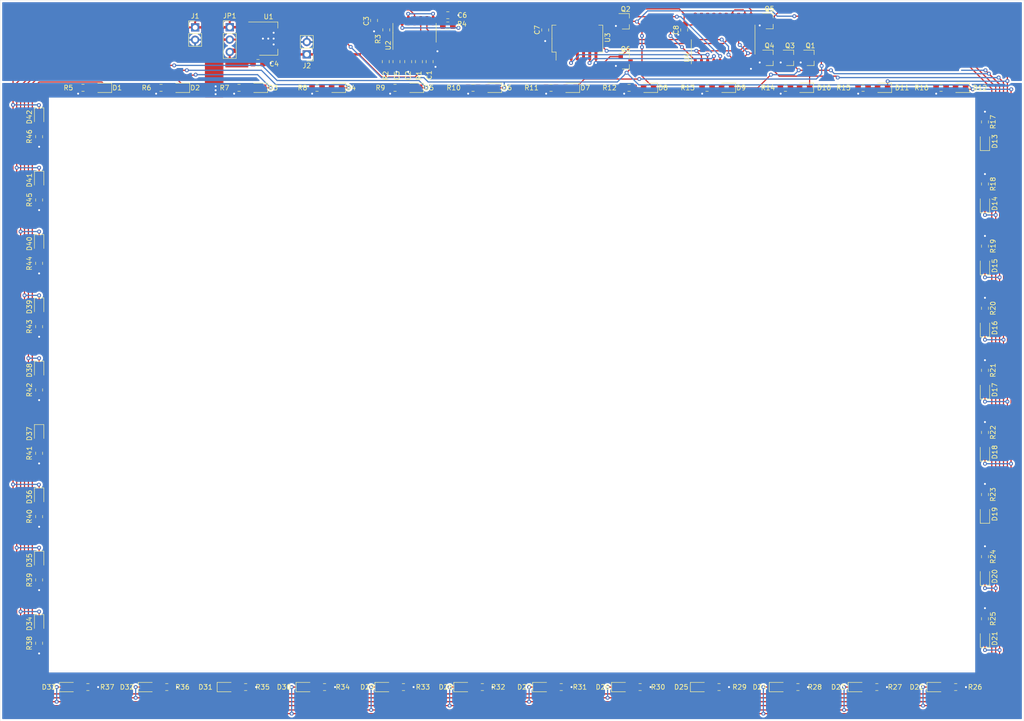
<source format=kicad_pcb>
(kicad_pcb (version 20171130) (host pcbnew 5.1.6+dfsg1-1)

  (general
    (thickness 1.6)
    (drawings 8)
    (tracks 717)
    (zones 0)
    (modules 111)
    (nets 70)
  )

  (page A4)
  (title_block
    (title "LED Frame")
    (date 2020-06-01)
    (rev 1)
    (company "CCC CH/BS")
  )

  (layers
    (0 F.Cu signal)
    (31 B.Cu signal hide)
    (32 B.Adhes user)
    (33 F.Adhes user)
    (34 B.Paste user)
    (35 F.Paste user)
    (36 B.SilkS user)
    (37 F.SilkS user)
    (38 B.Mask user)
    (39 F.Mask user)
    (40 Dwgs.User user)
    (41 Cmts.User user)
    (42 Eco1.User user)
    (43 Eco2.User user)
    (44 Edge.Cuts user)
    (45 Margin user)
    (46 B.CrtYd user)
    (47 F.CrtYd user)
    (48 B.Fab user hide)
    (49 F.Fab user hide)
  )

  (setup
    (last_trace_width 0.25)
    (user_trace_width 0.5)
    (trace_clearance 0.2)
    (zone_clearance 0.4)
    (zone_45_only no)
    (trace_min 0.2)
    (via_size 0.8)
    (via_drill 0.4)
    (via_min_size 0.4)
    (via_min_drill 0.3)
    (uvia_size 0.3)
    (uvia_drill 0.1)
    (uvias_allowed no)
    (uvia_min_size 0.2)
    (uvia_min_drill 0.1)
    (edge_width 0.05)
    (segment_width 0.2)
    (pcb_text_width 0.3)
    (pcb_text_size 1.5 1.5)
    (mod_edge_width 0.12)
    (mod_text_size 1 1)
    (mod_text_width 0.15)
    (pad_size 1.524 1.524)
    (pad_drill 0.762)
    (pad_to_mask_clearance 0.05)
    (aux_axis_origin 0 0)
    (visible_elements FFF9FF1F)
    (pcbplotparams
      (layerselection 0x010fc_ffffffff)
      (usegerberextensions false)
      (usegerberattributes true)
      (usegerberadvancedattributes true)
      (creategerberjobfile true)
      (excludeedgelayer true)
      (linewidth 0.100000)
      (plotframeref false)
      (viasonmask false)
      (mode 1)
      (useauxorigin false)
      (hpglpennumber 1)
      (hpglpenspeed 20)
      (hpglpendiameter 15.000000)
      (psnegative false)
      (psa4output false)
      (plotreference true)
      (plotvalue true)
      (plotinvisibletext false)
      (padsonsilk false)
      (subtractmaskfromsilk false)
      (outputformat 1)
      (mirror false)
      (drillshape 1)
      (scaleselection 1)
      (outputdirectory ""))
  )

  (net 0 "")
  (net 1 GND)
  (net 2 "Net-(C1-Pad1)")
  (net 3 "Net-(C2-Pad1)")
  (net 4 "Net-(C5-Pad1)")
  (net 5 "Net-(D1-Pad2)")
  (net 6 "Net-(D3-Pad2)")
  (net 7 "Net-(D5-Pad2)")
  (net 8 "Net-(D7-Pad2)")
  (net 9 "Net-(D10-Pad2)")
  (net 10 "Net-(D9-Pad2)")
  (net 11 "Net-(D11-Pad2)")
  (net 12 "Net-(D13-Pad2)")
  (net 13 "Net-(D15-Pad2)")
  (net 14 "Net-(D17-Pad2)")
  (net 15 "Net-(D19-Pad2)")
  (net 16 "Net-(D21-Pad2)")
  (net 17 "Net-(D23-Pad2)")
  (net 18 "Net-(D25-Pad2)")
  (net 19 "Net-(D27-Pad2)")
  (net 20 "Net-(D29-Pad2)")
  (net 21 "Net-(D31-Pad2)")
  (net 22 "Net-(D33-Pad2)")
  (net 23 "Net-(D35-Pad2)")
  (net 24 "Net-(D37-Pad2)")
  (net 25 "Net-(D39-Pad2)")
  (net 26 "Net-(D41-Pad2)")
  (net 27 "Net-(J1-Pad1)")
  (net 28 "Net-(Q1-Pad1)")
  (net 29 "Net-(Q2-Pad1)")
  (net 30 "Net-(Q3-Pad1)")
  (net 31 "Net-(Q4-Pad1)")
  (net 32 "Net-(Q5-Pad1)")
  (net 33 "Net-(Q6-Pad1)")
  (net 34 "Net-(R3-Pad2)")
  (net 35 /INIT)
  (net 36 /CLOCK)
  (net 37 "Net-(U3-Pad3)")
  (net 38 "Net-(U3-Pad6)")
  (net 39 "Net-(U3-Pad8)")
  (net 40 VCC)
  (net 41 VCCQ)
  (net 42 "Net-(C3-Pad1)")
  (net 43 "Net-(C6-Pad1)")
  (net 44 "Net-(D2-Pad2)")
  (net 45 "Net-(D4-Pad2)")
  (net 46 "Net-(D6-Pad2)")
  (net 47 "Net-(D8-Pad2)")
  (net 48 "Net-(D12-Pad2)")
  (net 49 "Net-(D14-Pad2)")
  (net 50 "Net-(D16-Pad2)")
  (net 51 "Net-(D18-Pad2)")
  (net 52 "Net-(D20-Pad2)")
  (net 53 "Net-(D22-Pad2)")
  (net 54 "Net-(D24-Pad2)")
  (net 55 "Net-(D26-Pad2)")
  (net 56 "Net-(D28-Pad2)")
  (net 57 "Net-(D30-Pad2)")
  (net 58 "Net-(D32-Pad2)")
  (net 59 "Net-(D34-Pad2)")
  (net 60 "Net-(D36-Pad2)")
  (net 61 "Net-(D38-Pad2)")
  (net 62 "Net-(D40-Pad2)")
  (net 63 "Net-(D42-Pad2)")
  (net 64 /STEP1)
  (net 65 /STEP2)
  (net 66 /STEP3)
  (net 67 /STEP4)
  (net 68 /STEP5)
  (net 69 /STEP6)

  (net_class Default "This is the default net class."
    (clearance 0.2)
    (trace_width 0.25)
    (via_dia 0.8)
    (via_drill 0.4)
    (uvia_dia 0.3)
    (uvia_drill 0.1)
    (add_net /CLOCK)
    (add_net /INIT)
    (add_net /STEP1)
    (add_net /STEP2)
    (add_net /STEP3)
    (add_net /STEP4)
    (add_net /STEP5)
    (add_net /STEP6)
    (add_net GND)
    (add_net "Net-(C1-Pad1)")
    (add_net "Net-(C2-Pad1)")
    (add_net "Net-(C3-Pad1)")
    (add_net "Net-(C5-Pad1)")
    (add_net "Net-(C6-Pad1)")
    (add_net "Net-(D1-Pad2)")
    (add_net "Net-(D10-Pad2)")
    (add_net "Net-(D11-Pad2)")
    (add_net "Net-(D12-Pad2)")
    (add_net "Net-(D13-Pad2)")
    (add_net "Net-(D14-Pad2)")
    (add_net "Net-(D15-Pad2)")
    (add_net "Net-(D16-Pad2)")
    (add_net "Net-(D17-Pad2)")
    (add_net "Net-(D18-Pad2)")
    (add_net "Net-(D19-Pad2)")
    (add_net "Net-(D2-Pad2)")
    (add_net "Net-(D20-Pad2)")
    (add_net "Net-(D21-Pad2)")
    (add_net "Net-(D22-Pad2)")
    (add_net "Net-(D23-Pad2)")
    (add_net "Net-(D24-Pad2)")
    (add_net "Net-(D25-Pad2)")
    (add_net "Net-(D26-Pad2)")
    (add_net "Net-(D27-Pad2)")
    (add_net "Net-(D28-Pad2)")
    (add_net "Net-(D29-Pad2)")
    (add_net "Net-(D3-Pad2)")
    (add_net "Net-(D30-Pad2)")
    (add_net "Net-(D31-Pad2)")
    (add_net "Net-(D32-Pad2)")
    (add_net "Net-(D33-Pad2)")
    (add_net "Net-(D34-Pad2)")
    (add_net "Net-(D35-Pad2)")
    (add_net "Net-(D36-Pad2)")
    (add_net "Net-(D37-Pad2)")
    (add_net "Net-(D38-Pad2)")
    (add_net "Net-(D39-Pad2)")
    (add_net "Net-(D4-Pad2)")
    (add_net "Net-(D40-Pad2)")
    (add_net "Net-(D41-Pad2)")
    (add_net "Net-(D42-Pad2)")
    (add_net "Net-(D5-Pad2)")
    (add_net "Net-(D6-Pad2)")
    (add_net "Net-(D7-Pad2)")
    (add_net "Net-(D8-Pad2)")
    (add_net "Net-(D9-Pad2)")
    (add_net "Net-(J1-Pad1)")
    (add_net "Net-(Q1-Pad1)")
    (add_net "Net-(Q2-Pad1)")
    (add_net "Net-(Q3-Pad1)")
    (add_net "Net-(Q4-Pad1)")
    (add_net "Net-(Q5-Pad1)")
    (add_net "Net-(Q6-Pad1)")
    (add_net "Net-(R3-Pad2)")
    (add_net "Net-(U3-Pad3)")
    (add_net "Net-(U3-Pad6)")
    (add_net "Net-(U3-Pad8)")
    (add_net VCC)
  )

  (net_class Power ""
    (clearance 0.2)
    (trace_width 0.5)
    (via_dia 0.8)
    (via_drill 0.4)
    (uvia_dia 0.3)
    (uvia_drill 0.1)
    (add_net VCCQ)
  )

  (module onitake:CCC-CH (layer F.Cu) (tedit 0) (tstamp 5ED86136)
    (at 206 29)
    (fp_text reference G*** (at 0 0) (layer F.SilkS) hide
      (effects (font (size 1.524 1.524) (thickness 0.3)))
    )
    (fp_text value LOGO (at 0.75 0) (layer F.SilkS) hide
      (effects (font (size 1.524 1.524) (thickness 0.3)))
    )
    (fp_poly (pts (xy -3.204259 -9.706997) (xy -3.072771 -9.664746) (xy -3.020876 -9.609667) (xy -3.007202 -9.519626)
      (xy -2.996495 -9.339992) (xy -2.9896 -9.094038) (xy -2.987361 -8.80504) (xy -2.987828 -8.69866)
      (xy -2.983975 -8.284356) (xy -2.961701 -7.965713) (xy -2.915564 -7.726251) (xy -2.840121 -7.549492)
      (xy -2.72993 -7.418955) (xy -2.579547 -7.318161) (xy -2.522496 -7.289708) (xy -2.323486 -7.22019)
      (xy -2.044632 -7.162516) (xy -1.68195 -7.116528) (xy -1.231457 -7.082065) (xy -0.689171 -7.058967)
      (xy -0.051108 -7.047073) (xy 0.686713 -7.046224) (xy 1.528277 -7.05626) (xy 2.477565 -7.07702)
      (xy 2.652889 -7.081684) (xy 3.593829 -7.096659) (xy 4.436414 -7.086263) (xy 5.192675 -7.048763)
      (xy 5.874643 -6.982426) (xy 6.494349 -6.885521) (xy 7.063824 -6.756315) (xy 7.595099 -6.593074)
      (xy 8.100205 -6.394068) (xy 8.401637 -6.253866) (xy 8.63005 -6.134855) (xy 8.810221 -6.019592)
      (xy 8.974078 -5.882532) (xy 9.153551 -5.69813) (xy 9.295562 -5.538657) (xy 9.866291 -4.816392)
      (xy 10.340833 -4.06153) (xy 10.515853 -3.728007) (xy 10.625447 -3.510437) (xy 10.69602 -3.38343)
      (xy 10.73726 -3.335708) (xy 10.758852 -3.355992) (xy 10.770356 -3.4317) (xy 10.753664 -3.589219)
      (xy 10.677631 -3.821558) (xy 10.539423 -4.137336) (xy 10.535679 -4.145249) (xy 10.320041 -4.565725)
      (xy 10.063434 -4.998968) (xy 9.755747 -5.459953) (xy 9.386875 -5.963654) (xy 8.946708 -6.525048)
      (xy 8.841751 -6.65477) (xy 8.6537 -6.89164) (xy 8.533309 -7.058762) (xy 8.472245 -7.169869)
      (xy 8.462178 -7.238694) (xy 8.473669 -7.261547) (xy 8.600198 -7.334968) (xy 8.771533 -7.309189)
      (xy 8.983786 -7.186859) (xy 9.233069 -6.970625) (xy 9.515494 -6.663136) (xy 9.714138 -6.416705)
      (xy 10.231719 -5.718672) (xy 10.6594 -5.080971) (xy 10.999763 -4.49919) (xy 11.255386 -3.968921)
      (xy 11.428851 -3.485751) (xy 11.428993 -3.485258) (xy 11.519791 -3.243356) (xy 11.620044 -3.112139)
      (xy 11.728885 -3.092303) (xy 11.827509 -3.163538) (xy 11.885001 -3.243782) (xy 11.901531 -3.336246)
      (xy 11.88062 -3.480902) (xy 11.862617 -3.562088) (xy 11.761482 -3.918875) (xy 11.613372 -4.308398)
      (xy 11.413126 -4.740894) (xy 11.155585 -5.226601) (xy 10.83559 -5.775755) (xy 10.447982 -6.398593)
      (xy 10.378147 -6.507633) (xy 10.210326 -6.77167) (xy 10.066452 -7.003607) (xy 9.956772 -7.186476)
      (xy 9.89153 -7.303306) (xy 9.877778 -7.336385) (xy 9.925739 -7.398869) (xy 10.043975 -7.425256)
      (xy 10.194015 -7.409752) (xy 10.249512 -7.39238) (xy 10.387007 -7.320603) (xy 10.55824 -7.205801)
      (xy 10.64946 -7.135309) (xy 10.806898 -6.972478) (xy 10.995235 -6.723704) (xy 11.204017 -6.408083)
      (xy 11.42279 -6.044714) (xy 11.641101 -5.652694) (xy 11.848494 -5.251122) (xy 12.034516 -4.859094)
      (xy 12.188712 -4.495709) (xy 12.300628 -4.180064) (xy 12.335056 -4.056064) (xy 12.407145 -3.82013)
      (xy 12.486575 -3.691436) (xy 12.58235 -3.664344) (xy 12.703473 -3.733217) (xy 12.762865 -3.788198)
      (xy 12.835909 -3.882966) (xy 12.860624 -3.99644) (xy 12.846845 -4.173831) (xy 12.846802 -4.174155)
      (xy 12.789772 -4.474405) (xy 12.693184 -4.842728) (xy 12.567258 -5.245877) (xy 12.422213 -5.650604)
      (xy 12.30166 -5.947669) (xy 12.186162 -6.223414) (xy 12.116307 -6.417067) (xy 12.088605 -6.548168)
      (xy 12.099565 -6.63626) (xy 12.145694 -6.700885) (xy 12.164173 -6.717217) (xy 12.269521 -6.736999)
      (xy 12.416814 -6.67765) (xy 12.584914 -6.553656) (xy 12.752682 -6.379503) (xy 12.851629 -6.246132)
      (xy 12.918386 -6.138065) (xy 12.979563 -6.018673) (xy 13.041445 -5.870697) (xy 13.110315 -5.676877)
      (xy 13.192456 -5.419956) (xy 13.294152 -5.082672) (xy 13.3738 -4.811889) (xy 13.437695 -4.616216)
      (xy 13.497668 -4.471499) (xy 13.542359 -4.404432) (xy 13.547938 -4.402666) (xy 13.609257 -4.444862)
      (xy 13.707325 -4.552992) (xy 13.776157 -4.642555) (xy 13.923236 -4.829037) (xy 14.035732 -4.924573)
      (xy 14.131208 -4.938343) (xy 14.227223 -4.879526) (xy 14.228058 -4.878772) (xy 14.313138 -4.757442)
      (xy 14.32982 -4.5951) (xy 14.279111 -4.369466) (xy 14.254376 -4.29588) (xy 14.202049 -4.081153)
      (xy 14.223857 -3.946634) (xy 14.319243 -3.895142) (xy 14.333521 -3.894666) (xy 14.423635 -3.882373)
      (xy 14.462134 -3.831535) (xy 14.451649 -3.721215) (xy 14.394812 -3.530479) (xy 14.383529 -3.496826)
      (xy 14.160563 -3.003165) (xy 13.835204 -2.526089) (xy 13.417788 -2.07615) (xy 12.918647 -1.663901)
      (xy 12.348118 -1.299894) (xy 12.107334 -1.172706) (xy 11.644086 -0.968961) (xy 11.157804 -0.804385)
      (xy 10.667431 -0.681773) (xy 10.191907 -0.603921) (xy 9.750175 -0.573621) (xy 9.361176 -0.593668)
      (xy 9.043852 -0.666857) (xy 8.950334 -0.70699) (xy 8.747752 -0.831471) (xy 8.655561 -0.947757)
      (xy 8.671888 -1.059502) (xy 8.734721 -1.127316) (xy 8.812074 -1.175003) (xy 8.92946 -1.218044)
      (xy 9.100983 -1.259238) (xy 9.340749 -1.301385) (xy 9.66286 -1.347284) (xy 10.08142 -1.399734)
      (xy 10.146472 -1.407515) (xy 10.868098 -1.544016) (xy 11.575725 -1.775024) (xy 12.241204 -2.089765)
      (xy 12.722748 -2.393478) (xy 12.887154 -2.521242) (xy 13.072558 -2.681165) (xy 13.261526 -2.856001)
      (xy 13.436621 -3.028502) (xy 13.580408 -3.181423) (xy 13.675453 -3.297518) (xy 13.704319 -3.359539)
      (xy 13.702462 -3.362575) (xy 13.647166 -3.344941) (xy 13.516792 -3.276969) (xy 13.33108 -3.169587)
      (xy 13.119411 -3.039789) (xy 12.573732 -2.720462) (xy 12.006811 -2.431571) (xy 11.452034 -2.188865)
      (xy 10.942783 -2.008089) (xy 10.913483 -1.999281) (xy 10.390096 -1.880438) (xy 9.833599 -1.81851)
      (xy 9.281423 -1.814905) (xy 8.770999 -1.871031) (xy 8.58254 -1.911621) (xy 8.272445 -1.996872)
      (xy 8.059527 -2.075342) (xy 7.929306 -2.156886) (xy 7.867304 -2.251354) (xy 7.859041 -2.3686)
      (xy 7.8634 -2.400943) (xy 7.873405 -2.535583) (xy 7.841755 -2.62661) (xy 7.753124 -2.680254)
      (xy 7.592186 -2.702744) (xy 7.343615 -2.700308) (xy 7.152521 -2.689883) (xy 6.979006 -2.68385)
      (xy 6.706581 -2.680702) (xy 6.349184 -2.680331) (xy 5.920755 -2.68263) (xy 5.435231 -2.687489)
      (xy 4.906552 -2.694801) (xy 4.348656 -2.704457) (xy 3.793238 -2.715951) (xy 2.828631 -2.734477)
      (xy 1.965225 -2.744188) (xy 1.191654 -2.74479) (xy 0.496552 -2.735985) (xy -0.131447 -2.717476)
      (xy -0.703709 -2.688968) (xy -1.2316 -2.650162) (xy -1.726487 -2.600764) (xy -2.026509 -2.56406)
      (xy -2.360399 -2.514099) (xy -2.60024 -2.458169) (xy -2.764746 -2.38495) (xy -2.87263 -2.28312)
      (xy -2.942606 -2.141357) (xy -2.985633 -1.983793) (xy -3.026733 -1.782259) (xy -3.050934 -1.600705)
      (xy -3.05933 -1.407697) (xy -3.053018 -1.171802) (xy -3.033094 -0.861585) (xy -3.02741 -0.785729)
      (xy -3.008969 -0.494439) (xy -3.006729 -0.286998) (xy -3.022165 -0.13533) (xy -3.056756 -0.011357)
      (xy -3.069884 0.021761) (xy -3.129459 0.148504) (xy -3.194634 0.207606) (xy -3.305437 0.220818)
      (xy -3.425182 0.214823) (xy -3.587855 0.19916) (xy -3.673294 0.16149) (xy -3.717031 0.074502)
      (xy -3.7414 -0.028222) (xy -3.763908 -0.211746) (xy -3.774761 -0.478706) (xy -3.775058 -0.802045)
      (xy -3.765901 -1.154708) (xy -3.748388 -1.509639) (xy -3.72362 -1.839781) (xy -3.692698 -2.118078)
      (xy -3.65672 -2.317475) (xy -3.646908 -2.352319) (xy -3.541999 -2.592592) (xy -3.387111 -2.785105)
      (xy -3.167045 -2.940197) (xy -2.866603 -3.068207) (xy -2.470586 -3.179473) (xy -2.410438 -3.193442)
      (xy -2.31966 -3.21124) (xy -2.20775 -3.227047) (xy -2.066764 -3.241101) (xy -1.888758 -3.253635)
      (xy -1.665789 -3.264886) (xy -1.389915 -3.275087) (xy -1.053192 -3.284476) (xy -0.647676 -3.293287)
      (xy -0.165425 -3.301755) (xy 0.401505 -3.310116) (xy 1.061057 -3.318605) (xy 1.821174 -3.327458)
      (xy 2.286 -3.332578) (xy 3.007527 -3.339594) (xy 3.722684 -3.345015) (xy 4.419399 -3.348839)
      (xy 5.085598 -3.351067) (xy 5.709206 -3.351701) (xy 6.278149 -3.350739) (xy 6.780354 -3.348184)
      (xy 7.203747 -3.344034) (xy 7.536253 -3.338291) (xy 7.732889 -3.332382) (xy 8.081689 -3.319082)
      (xy 8.390038 -3.308817) (xy 8.640936 -3.302029) (xy 8.817381 -3.299161) (xy 8.902371 -3.300657)
      (xy 8.907361 -3.301787) (xy 8.885057 -3.345371) (xy 8.78467 -3.41954) (xy 8.6315 -3.509532)
      (xy 8.450843 -3.600584) (xy 8.268 -3.677933) (xy 8.253812 -3.683168) (xy 8.165638 -3.712961)
      (xy 8.071998 -3.737695) (xy 7.961019 -3.758099) (xy 7.820826 -3.774898) (xy 7.639544 -3.78882)
      (xy 7.405301 -3.800593) (xy 7.106221 -3.810944) (xy 6.73043 -3.820599) (xy 6.266055 -3.830286)
      (xy 5.70122 -3.840733) (xy 5.672667 -3.841243) (xy 5.164568 -3.849563) (xy 4.564883 -3.858122)
      (xy 3.894912 -3.866686) (xy 3.175956 -3.875023) (xy 2.429317 -3.882898) (xy 1.676295 -3.890078)
      (xy 0.938192 -3.896329) (xy 0.236309 -3.901418) (xy 0.112889 -3.902209) (xy -0.587748 -3.906363)
      (xy -1.184806 -3.909232) (xy -1.687591 -3.910617) (xy -2.105407 -3.910324) (xy -2.447561 -3.908154)
      (xy -2.723356 -3.903912) (xy -2.942098 -3.8974) (xy -3.113093 -3.888422) (xy -3.245644 -3.876782)
      (xy -3.349058 -3.862281) (xy -3.43264 -3.844725) (xy -3.499555 -3.82585) (xy -3.858978 -3.685748)
      (xy -4.214142 -3.488127) (xy -4.573769 -3.225239) (xy -4.946583 -2.889338) (xy -5.341306 -2.472679)
      (xy -5.76666 -1.967517) (xy -6.155182 -1.467565) (xy -6.3923 -1.15602) (xy -6.630654 -0.847588)
      (xy -6.85319 -0.564001) (xy -7.042851 -0.326988) (xy -7.182581 -0.158282) (xy -7.185198 -0.155232)
      (xy -7.512396 0.225778) (xy -8.307242 0.225778) (xy -8.038517 -0.155222) (xy -7.536633 -0.853644)
      (xy -7.048992 -1.506515) (xy -6.581048 -2.107523) (xy -6.138256 -2.650357) (xy -5.726068 -3.128706)
      (xy -5.349938 -3.536258) (xy -5.015321 -3.866703) (xy -4.727668 -4.113728) (xy -4.492435 -4.271023)
      (xy -4.473566 -4.280792) (xy -4.372589 -4.330291) (xy -4.274785 -4.373153) (xy -4.171632 -4.409838)
      (xy -4.054606 -4.44081) (xy -3.915184 -4.466531) (xy -3.744843 -4.487462) (xy -3.535058 -4.504066)
      (xy -3.277308 -4.516805) (xy -2.963068 -4.526142) (xy -2.583815 -4.532538) (xy -2.131026 -4.536456)
      (xy -1.596178 -4.538358) (xy -0.970748 -4.538705) (xy -0.246211 -4.537962) (xy 0.254 -4.537159)
      (xy 1.393053 -4.534012) (xy 2.425074 -4.528441) (xy 3.355897 -4.520163) (xy 4.191361 -4.508894)
      (xy 4.937299 -4.49435) (xy 5.59955 -4.47625) (xy 6.183948 -4.454308) (xy 6.696329 -4.428241)
      (xy 7.14253 -4.397767) (xy 7.528387 -4.362601) (xy 7.859736 -4.32246) (xy 8.142412 -4.277061)
      (xy 8.382252 -4.226121) (xy 8.585092 -4.169355) (xy 8.706556 -4.126631) (xy 8.818526 -4.100501)
      (xy 8.854908 -4.131177) (xy 8.827818 -4.204387) (xy 8.749372 -4.305859) (xy 8.631685 -4.421323)
      (xy 8.486873 -4.536508) (xy 8.327053 -4.637141) (xy 8.235059 -4.682015) (xy 8.112963 -4.733121)
      (xy 7.994568 -4.777746) (xy 7.871421 -4.816454) (xy 7.735065 -4.849808) (xy 7.577044 -4.87837)
      (xy 7.388904 -4.902705) (xy 7.162187 -4.923374) (xy 6.888439 -4.940942) (xy 6.559203 -4.95597)
      (xy 6.166025 -4.969024) (xy 5.700447 -4.980664) (xy 5.154016 -4.991455) (xy 4.518274 -5.001959)
      (xy 3.784766 -5.01274) (xy 3.132667 -5.021795) (xy 2.025627 -5.037785) (xy 1.026837 -5.05401)
      (xy 0.131657 -5.070651) (xy -0.664553 -5.087889) (xy -1.366433 -5.105907) (xy -1.97862 -5.124887)
      (xy -2.505756 -5.145009) (xy -2.952479 -5.166456) (xy -3.323429 -5.18941) (xy -3.623246 -5.214051)
      (xy -3.856569 -5.240563) (xy -4.028037 -5.269126) (xy -4.14229 -5.299923) (xy -4.161354 -5.307511)
      (xy -4.441558 -5.460283) (xy -4.715302 -5.677619) (xy -4.999934 -5.974806) (xy -5.20884 -6.230673)
      (xy -5.400857 -6.474393) (xy -5.630224 -6.760571) (xy -5.861603 -7.045292) (xy -5.98359 -7.193414)
      (xy -6.174318 -7.425711) (xy -6.391812 -7.694275) (xy -6.625625 -7.985814) (xy -6.86531 -8.287039)
      (xy -7.10042 -8.584658) (xy -7.320507 -8.86538) (xy -7.515125 -9.115916) (xy -7.673827 -9.322975)
      (xy -7.786166 -9.473265) (xy -7.841695 -9.553497) (xy -7.845777 -9.562483) (xy -7.794107 -9.5788)
      (xy -7.658152 -9.590615) (xy -7.466496 -9.595532) (xy -7.45149 -9.595555) (xy -7.057203 -9.595555)
      (xy -6.661674 -9.073444) (xy -6.486198 -8.840659) (xy -6.266698 -8.547744) (xy -6.026136 -8.225433)
      (xy -5.787475 -7.904462) (xy -5.681233 -7.761111) (xy -5.327186 -7.292775) (xy -5.018648 -6.907749)
      (xy -4.743413 -6.592324) (xy -4.489272 -6.332792) (xy -4.244018 -6.115443) (xy -4.147093 -6.038341)
      (xy -3.948965 -5.896704) (xy -3.78065 -5.812301) (xy -3.591183 -5.763508) (xy -3.450759 -5.742909)
      (xy -3.339247 -5.735453) (xy -3.123617 -5.72742) (xy -2.812634 -5.718954) (xy -2.415066 -5.710198)
      (xy -1.93968 -5.701297) (xy -1.395244 -5.692395) (xy -0.790524 -5.683635) (xy -0.134289 -5.675161)
      (xy 0.564696 -5.667118) (xy 1.297662 -5.65965) (xy 2.003778 -5.653333) (xy 7.083778 -5.610924)
      (xy 7.682735 -5.406821) (xy 7.962981 -5.306705) (xy 8.237851 -5.200593) (xy 8.468929 -5.103691)
      (xy 8.578596 -5.052264) (xy 8.771508 -4.965906) (xy 8.889598 -4.942954) (xy 8.936364 -4.962674)
      (xy 8.941868 -5.023293) (xy 8.871892 -5.129814) (xy 8.719575 -5.292106) (xy 8.681228 -5.329606)
      (xy 8.336569 -5.605083) (xy 7.908862 -5.853337) (xy 7.427246 -6.059704) (xy 6.942667 -6.20446)
      (xy 6.689749 -6.261059) (xy 6.446351 -6.30815) (xy 6.200916 -6.346092) (xy 5.941887 -6.375246)
      (xy 5.657705 -6.395972) (xy 5.336814 -6.40863) (xy 4.967655 -6.413578) (xy 4.538672 -6.411178)
      (xy 4.038306 -6.401789) (xy 3.455 -6.38577) (xy 2.777196 -6.363483) (xy 2.337149 -6.347859)
      (xy 1.577754 -6.321518) (xy 0.920265 -6.301657) (xy 0.353861 -6.288674) (xy -0.132277 -6.282966)
      (xy -0.548967 -6.284929) (xy -0.90703 -6.294961) (xy -1.217285 -6.313458) (xy -1.490551 -6.340819)
      (xy -1.737649 -6.377439) (xy -1.969397 -6.423716) (xy -2.196614 -6.480048) (xy -2.33725 -6.519411)
      (xy -2.702358 -6.638778) (xy -3.030665 -6.771972) (xy -3.302504 -6.909337) (xy -3.498206 -7.041217)
      (xy -3.583495 -7.131191) (xy -3.65816 -7.311435) (xy -3.712826 -7.580596) (xy -3.745665 -7.916179)
      (xy -3.754849 -8.295684) (xy -3.738548 -8.696613) (xy -3.72411 -8.861618) (xy -3.693247 -9.129071)
      (xy -3.659808 -9.361507) (xy -3.628077 -9.532031) (xy -3.604978 -9.609507) (xy -3.51424 -9.679365)
      (xy -3.366041 -9.711866) (xy -3.204259 -9.706997)) (layer Eco1.User) (width 0.01))
    (fp_poly (pts (xy 14.789335 -3.124795) (xy 14.801992 -3.113475) (xy 14.823647 -3.01833) (xy 14.793517 -2.844726)
      (xy 14.71908 -2.610284) (xy 14.607815 -2.332627) (xy 14.4672 -2.029376) (xy 14.304715 -1.718155)
      (xy 14.127836 -1.416583) (xy 13.997509 -1.217834) (xy 13.726835 -0.870109) (xy 13.388215 -0.501481)
      (xy 13.013851 -0.143145) (xy 12.635944 0.173701) (xy 12.350563 0.37773) (xy 12.032688 0.551795)
      (xy 11.661288 0.704131) (xy 11.259406 0.830001) (xy 10.850082 0.92467) (xy 10.456358 0.983403)
      (xy 10.101276 1.001465) (xy 9.807877 0.974118) (xy 9.662275 0.930236) (xy 9.456793 0.825537)
      (xy 9.285461 0.710208) (xy 9.173626 0.603407) (xy 9.144 0.538508) (xy 9.198669 0.459155)
      (xy 9.355572 0.383212) (xy 9.604055 0.313947) (xy 9.933463 0.254628) (xy 10.16556 0.225166)
      (xy 10.426045 0.192823) (xy 10.645909 0.153978) (xy 10.855813 0.099843) (xy 11.086419 0.021631)
      (xy 11.36839 -0.08945) (xy 11.599334 -0.185801) (xy 12.105939 -0.446967) (xy 12.621268 -0.800382)
      (xy 13.126122 -1.228915) (xy 13.601303 -1.715434) (xy 14.027615 -2.242805) (xy 14.224 -2.528098)
      (xy 14.408175 -2.80501) (xy 14.54704 -2.993255) (xy 14.650351 -3.102713) (xy 14.727864 -3.143267)
      (xy 14.789335 -3.124795)) (layer Eco1.User) (width 0.01))
    (fp_poly (pts (xy 15.191953 -2.012446) (xy 15.242926 -1.912049) (xy 15.276627 -1.810026) (xy 15.285352 -1.702935)
      (xy 15.266727 -1.560452) (xy 15.218375 -1.35225) (xy 15.190754 -1.245954) (xy 14.998483 -0.661164)
      (xy 14.741518 -0.101065) (xy 14.433058 0.41228) (xy 14.086305 0.856807) (xy 13.72703 1.200433)
      (xy 13.350171 1.464889) (xy 12.942713 1.684721) (xy 12.524912 1.853697) (xy 12.117023 1.965587)
      (xy 11.739304 2.01416) (xy 11.41201 1.993186) (xy 11.274243 1.95491) (xy 11.053096 1.853957)
      (xy 10.930852 1.748969) (xy 10.893778 1.629978) (xy 10.91194 1.564659) (xy 10.98472 1.532787)
      (xy 11.139557 1.523448) (xy 11.161889 1.52333) (xy 11.609723 1.479543) (xy 12.044797 1.348144)
      (xy 12.471109 1.125666) (xy 12.892654 0.808639) (xy 13.313428 0.393593) (xy 13.737427 -0.122939)
      (xy 14.168648 -0.744427) (xy 14.607202 -1.467555) (xy 14.783407 -1.761585) (xy 14.922185 -1.957635)
      (xy 15.031336 -2.06116) (xy 15.118658 -2.077612) (xy 15.191953 -2.012446)) (layer Eco1.User) (width 0.01))
    (fp_poly (pts (xy -3.383887 -13.007736) (xy -3.13932 -12.926967) (xy -2.892966 -12.814045) (xy -2.684207 -12.686701)
      (xy -2.563636 -12.577752) (xy -2.432733 -12.459282) (xy -2.270746 -12.365973) (xy -2.114072 -12.273394)
      (xy -1.964178 -12.139985) (xy -1.851439 -11.997708) (xy -1.806231 -11.878522) (xy -1.806222 -11.877225)
      (xy -1.803484 -11.823697) (xy -1.779039 -11.804928) (xy -1.708541 -11.823953) (xy -1.567642 -11.88381)
      (xy -1.494674 -11.916081) (xy -1.263074 -11.99188) (xy -1.019384 -12.011883) (xy -0.742717 -11.973558)
      (xy -0.412185 -11.874372) (xy -0.084666 -11.745155) (xy 0.323968 -11.560394) (xy 0.640948 -11.388212)
      (xy 0.884699 -11.216165) (xy 1.073647 -11.031805) (xy 1.183148 -10.888795) (xy 1.321426 -10.703455)
      (xy 1.44269 -10.598568) (xy 1.581861 -10.554354) (xy 1.77386 -10.551034) (xy 1.779024 -10.551275)
      (xy 1.959004 -10.539127) (xy 2.090177 -10.467386) (xy 2.14164 -10.417458) (xy 2.254509 -10.319661)
      (xy 2.349166 -10.273443) (xy 2.356626 -10.272889) (xy 2.489202 -10.22185) (xy 2.61908 -10.087597)
      (xy 2.725972 -9.898426) (xy 2.789591 -9.682633) (xy 2.792151 -9.665448) (xy 2.812888 -9.37764)
      (xy 2.77772 -9.166891) (xy 2.678685 -9.008055) (xy 2.550792 -8.903236) (xy 2.392064 -8.758478)
      (xy 2.220349 -8.539306) (xy 2.056836 -8.278899) (xy 1.922715 -8.010432) (xy 1.848399 -7.803444)
      (xy 1.801398 -7.654621) (xy 1.743143 -7.585115) (xy 1.634903 -7.564746) (xy 1.540516 -7.563555)
      (xy 1.389141 -7.568514) (xy 1.319204 -7.6001) (xy 1.299267 -7.683377) (xy 1.298223 -7.756721)
      (xy 1.33116 -7.9324) (xy 1.420096 -8.16806) (xy 1.55022 -8.435766) (xy 1.706719 -8.707579)
      (xy 1.874783 -8.955564) (xy 2.035834 -9.147935) (xy 2.181373 -9.308006) (xy 2.255996 -9.425008)
      (xy 2.275655 -9.527968) (xy 2.27105 -9.575992) (xy 2.229436 -9.689867) (xy 2.12833 -9.782732)
      (xy 1.978319 -9.863666) (xy 1.788888 -9.938336) (xy 1.611089 -9.983995) (xy 1.543704 -9.990666)
      (xy 1.344656 -10.040011) (xy 1.119976 -10.189906) (xy 0.865936 -10.443145) (xy 0.740316 -10.592469)
      (xy 0.614728 -10.740456) (xy 0.496556 -10.85333) (xy 0.358689 -10.949592) (xy 0.174017 -11.047744)
      (xy -0.084573 -11.166289) (xy -0.129764 -11.186247) (xy -0.458413 -11.327543) (xy -0.706875 -11.422907)
      (xy -0.896303 -11.476146) (xy -1.047851 -11.491064) (xy -1.182673 -11.471467) (xy -1.321921 -11.421162)
      (xy -1.354666 -11.406616) (xy -1.635105 -11.313231) (xy -1.884404 -11.295256) (xy -2.08099 -11.352825)
      (xy -2.144888 -11.401778) (xy -2.228102 -11.507074) (xy -2.257777 -11.5824) (xy -2.274438 -11.621669)
      (xy -2.325511 -11.5824) (xy -2.455895 -11.52263) (xy -2.628074 -11.528206) (xy -2.794244 -11.595804)
      (xy -2.823243 -11.617032) (xy -2.91544 -11.735071) (xy -2.966784 -11.921005) (xy -2.977484 -12.008975)
      (xy -3.002263 -12.186589) (xy -3.046833 -12.289433) (xy -3.132185 -12.355622) (xy -3.181877 -12.380109)
      (xy -3.40033 -12.470997) (xy -3.556853 -12.50576) (xy -3.684917 -12.488623) (xy -3.764845 -12.453714)
      (xy -3.92233 -12.354953) (xy -4.090692 -12.224531) (xy -4.244086 -12.085885) (xy -4.356664 -11.962456)
      (xy -4.402581 -11.877684) (xy -4.402666 -11.875281) (xy -4.378379 -11.781877) (xy -4.315871 -11.628693)
      (xy -4.258406 -11.508453) (xy -4.149119 -11.21584) (xy -4.139204 -10.970957) (xy -4.226771 -10.77835)
      (xy -4.409931 -10.642567) (xy -4.646533 -10.574044) (xy -4.774913 -10.565421) (xy -4.908272 -10.589909)
      (xy -5.078265 -10.656618) (xy -5.282438 -10.757036) (xy -5.493335 -10.862421) (xy -5.631567 -10.919663)
      (xy -5.723199 -10.935351) (xy -5.794299 -10.916075) (xy -5.830117 -10.8955) (xy -6.231403 -10.663296)
      (xy -6.574111 -10.516134) (xy -6.870789 -10.45139) (xy -7.133982 -10.46644) (xy -7.376238 -10.558661)
      (xy -7.393765 -10.56853) (xy -7.613229 -10.694837) (xy -7.928309 -10.540307) (xy -8.231157 -10.424389)
      (xy -8.496063 -10.387739) (xy -8.707581 -10.431092) (xy -8.805333 -10.498666) (xy -8.889171 -10.611887)
      (xy -8.918222 -10.700026) (xy -8.947218 -10.760574) (xy -9.045222 -10.75036) (xy -9.280272 -10.661096)
      (xy -9.42713 -10.55341) (xy -9.510492 -10.408579) (xy -9.51549 -10.393804) (xy -9.596253 -10.231229)
      (xy -9.720234 -10.063368) (xy -9.753719 -10.027578) (xy -9.911688 -9.864828) (xy -10.070415 -9.695438)
      (xy -10.092976 -9.670688) (xy -10.313384 -9.504547) (xy -10.594462 -9.405873) (xy -10.898743 -9.386343)
      (xy -10.976073 -9.395516) (xy -11.250549 -9.47527) (xy -11.441369 -9.619346) (xy -11.548361 -9.797501)
      (xy -11.596461 -9.901404) (xy -11.651767 -9.959186) (xy -11.745581 -9.984379) (xy -11.90921 -9.990516)
      (xy -11.995202 -9.990667) (xy -12.192215 -9.988113) (xy -12.301869 -9.974) (xy -12.349676 -9.938651)
      (xy -12.361151 -9.872386) (xy -12.361333 -9.851781) (xy -12.396627 -9.714336) (xy -12.452869 -9.640114)
      (xy -12.574974 -9.533964) (xy -12.70276 -9.409561) (xy -12.808868 -9.295251) (xy -12.865938 -9.219376)
      (xy -12.86941 -9.208586) (xy -12.818613 -9.191732) (xy -12.687645 -9.18669) (xy -12.563903 -9.191271)
      (xy -12.367824 -9.194318) (xy -12.2423 -9.166673) (xy -12.147022 -9.098931) (xy -12.140493 -9.092493)
      (xy -12.040782 -8.955641) (xy -12.037274 -8.828566) (xy -12.134344 -8.697426) (xy -12.306454 -8.567663)
      (xy -12.490753 -8.429649) (xy -12.597498 -8.297874) (xy -12.64704 -8.171282) (xy -12.728637 -7.992302)
      (xy -12.880703 -7.767406) (xy -13.084165 -7.519425) (xy -13.319949 -7.271191) (xy -13.568983 -7.045533)
      (xy -13.626276 -6.999111) (xy -13.839204 -6.80368) (xy -14.028834 -6.582429) (xy -14.116413 -6.451732)
      (xy -14.317738 -6.159862) (xy -14.546034 -5.955056) (xy -14.832017 -5.81155) (xy -14.913692 -5.783027)
      (xy -15.163923 -5.700223) (xy -15.332056 -5.630019) (xy -15.435547 -5.548401) (xy -15.49185 -5.431354)
      (xy -15.518422 -5.254863) (xy -15.532716 -4.994915) (xy -15.535808 -4.927127) (xy -15.551105 -4.667496)
      (xy -15.570274 -4.443387) (xy -15.590567 -4.282912) (xy -15.604868 -4.221231) (xy -15.663743 -4.151581)
      (xy -15.794879 -4.031608) (xy -15.97941 -3.877621) (xy -16.198469 -3.705927) (xy -16.218934 -3.69039)
      (xy -16.564435 -3.425027) (xy -16.827407 -3.212519) (xy -17.018346 -3.041761) (xy -17.147745 -2.901648)
      (xy -17.226099 -2.781074) (xy -17.263901 -2.668935) (xy -17.272 -2.576005) (xy -17.316277 -2.33498)
      (xy -17.450407 -2.034805) (xy -17.469555 -2.000031) (xy -17.591182 -1.765952) (xy -17.649818 -1.592854)
      (xy -17.647478 -1.449425) (xy -17.586176 -1.30435) (xy -17.520881 -1.201951) (xy -17.426946 -1.038946)
      (xy -17.396803 -0.890051) (xy -17.408376 -0.733778) (xy -17.45415 -0.537424) (xy -17.535295 -0.307108)
      (xy -17.596939 -0.169333) (xy -17.705783 0.023193) (xy -17.820895 0.14942) (xy -17.983321 0.250446)
      (xy -18.04791 0.282222) (xy -18.21561 0.36781) (xy -18.304251 0.438414) (xy -18.338788 0.52293)
      (xy -18.344243 0.625355) (xy -18.344444 0.827377) (xy -17.963444 0.778201) (xy -17.707481 0.729113)
      (xy -17.51015 0.659674) (xy -17.441333 0.618244) (xy -17.314566 0.522659) (xy -17.14195 0.397236)
      (xy -17.028999 0.317076) (xy -16.880329 0.210421) (xy -16.81439 0.149775) (xy -16.821115 0.116865)
      (xy -16.890437 0.093416) (xy -16.903919 0.09001) (xy -17.039123 0.011853) (xy -17.112715 -0.084179)
      (xy -17.13917 -0.174137) (xy -17.124407 -0.271768) (xy -17.059427 -0.408843) (xy -16.984651 -0.536371)
      (xy -16.825252 -0.775479) (xy -16.683613 -0.921845) (xy -16.537701 -0.988371) (xy -16.365482 -0.987958)
      (xy -16.253618 -0.9644) (xy -16.094508 -0.929791) (xy -15.977178 -0.932181) (xy -15.852898 -0.980006)
      (xy -15.713564 -1.057912) (xy -15.447238 -1.204825) (xy -15.225302 -1.299804) (xy -15.006549 -1.353749)
      (xy -14.749771 -1.37756) (xy -14.487466 -1.382241) (xy -14.231661 -1.381027) (xy -14.062573 -1.372683)
      (xy -13.954036 -1.351237) (xy -13.879886 -1.310714) (xy -13.813956 -1.245142) (xy -13.795883 -1.224358)
      (xy -13.704959 -1.091507) (xy -13.682452 -0.95435) (xy -13.694643 -0.844675) (xy -13.706463 -0.693349)
      (xy -13.670945 -0.576507) (xy -13.57077 -0.442316) (xy -13.55367 -0.422686) (xy -13.427767 -0.24828)
      (xy -13.387615 -0.089138) (xy -13.432908 0.085663) (xy -13.546666 0.282222) (xy -13.676857 0.515473)
      (xy -13.715147 0.695255) (xy -13.66055 0.835024) (xy -13.512076 0.948237) (xy -13.497183 0.956004)
      (xy -13.32562 1.062493) (xy -13.244307 1.178644) (xy -13.233855 1.341017) (xy -13.245679 1.430232)
      (xy -13.255837 1.568355) (xy -13.217063 1.637165) (xy -13.162646 1.661591) (xy -12.971175 1.761096)
      (xy -12.792371 1.940291) (xy -12.614598 2.212233) (xy -12.530666 2.370667) (xy -12.362895 2.671446)
      (xy -12.205704 2.875285) (xy -12.044851 2.995372) (xy -11.866095 3.044894) (xy -11.799139 3.048)
      (xy -11.617137 3.02803) (xy -11.364092 2.973378) (xy -11.063382 2.891931) (xy -10.738385 2.791577)
      (xy -10.412478 2.680202) (xy -10.109039 2.565694) (xy -9.851446 2.455939) (xy -9.663077 2.358825)
      (xy -9.582372 2.300111) (xy -9.47295 2.223044) (xy -9.398605 2.201334) (xy -9.250302 2.22979)
      (xy -9.045943 2.303882) (xy -8.823448 2.406694) (xy -8.620735 2.521313) (xy -8.516922 2.594631)
      (xy -8.369757 2.685105) (xy -8.20436 2.74708) (xy -8.051114 2.774789) (xy -7.9404 2.762467)
      (xy -7.902222 2.711298) (xy -7.85542 2.59799) (xy -7.733544 2.461789) (xy -7.56439 2.326297)
      (xy -7.375752 2.215116) (xy -7.26459 2.169835) (xy -7.091464 2.108531) (xy -6.96262 2.053523)
      (xy -6.920662 2.028458) (xy -6.884244 1.950198) (xy -6.845111 1.799312) (xy -6.823711 1.682618)
      (xy -6.781899 1.49255) (xy -6.710012 1.347013) (xy -6.581703 1.198743) (xy -6.521159 1.139896)
      (xy -6.349337 0.949095) (xy -6.272959 0.776287) (xy -6.286147 0.589689) (xy -6.378222 0.366889)
      (xy -6.448373 0.209085) (xy -6.487902 0.080968) (xy -6.491111 0.052752) (xy -6.444747 -0.070513)
      (xy -6.323556 -0.214873) (xy -6.154389 -0.352376) (xy -6.033199 -0.423943) (xy -5.87418 -0.524426)
      (xy -5.69917 -0.666126) (xy -5.532069 -0.825343) (xy -5.396781 -0.978376) (xy -5.317207 -1.101526)
      (xy -5.305777 -1.14522) (xy -5.25434 -1.288609) (xy -5.116624 -1.431714) (xy -4.917527 -1.554652)
      (xy -4.692432 -1.635079) (xy -4.514465 -1.673355) (xy -4.407194 -1.677374) (xy -4.332674 -1.643547)
      (xy -4.280355 -1.596108) (xy -4.222691 -1.517842) (xy -4.1869 -1.405708) (xy -4.167276 -1.232197)
      (xy -4.15893 -1.010585) (xy -4.15953 -0.734091) (xy -4.170707 -0.449487) (xy -4.190099 -0.21456)
      (xy -4.192201 -0.197555) (xy -4.235736 0.141111) (xy -3.966424 0.3148) (xy -3.773576 0.464711)
      (xy -3.579259 0.655207) (xy -3.48965 0.761758) (xy -3.363741 0.922135) (xy -3.25878 1.028402)
      (xy -3.143249 1.098707) (xy -2.985633 1.151202) (xy -2.754414 1.204036) (xy -2.70271 1.214949)
      (xy -2.373614 1.314727) (xy -2.143256 1.452739) (xy -2.014652 1.625199) (xy -1.990821 1.828325)
      (xy -2.056642 2.025077) (xy -2.116114 2.144865) (xy -2.144492 2.211424) (xy -2.144888 2.213917)
      (xy -2.100434 2.249382) (xy -1.989743 2.315271) (xy -1.949753 2.337194) (xy -1.698713 2.533345)
      (xy -1.524819 2.798181) (xy -1.443447 3.1059) (xy -1.439333 3.193843) (xy -1.435278 3.367301)
      (xy -1.412633 3.458715) (xy -1.355676 3.498897) (xy -1.275586 3.51475) (xy -1.101026 3.492484)
      (xy -0.9661 3.389655) (xy -0.904083 3.233482) (xy -0.903111 3.210064) (xy -0.939503 3.100499)
      (xy -1.032323 2.954339) (xy -1.100666 2.871234) (xy -1.241781 2.680872) (xy -1.295952 2.509204)
      (xy -1.29767 2.469282) (xy -1.274087 2.322236) (xy -1.214312 2.131932) (xy -1.133787 1.935573)
      (xy -1.047954 1.770358) (xy -0.972254 1.673491) (xy -0.965356 1.668697) (xy -0.917566 1.588073)
      (xy -0.903111 1.488736) (xy -0.885004 1.348113) (xy -0.821486 1.207417) (xy -0.698761 1.045304)
      (xy -0.503034 0.84043) (xy -0.45162 0.790222) (xy -0.118764 0.39315) (xy 0.054377 0.090089)
      (xy 0.125486 -0.062064) (xy 0.175003 -0.187391) (xy 0.20425 -0.308264) (xy 0.214548 -0.44705)
      (xy 0.207218 -0.62612) (xy 0.18358 -0.867841) (xy 0.144955 -1.194585) (xy 0.135055 -1.276167)
      (xy 0.13733 -1.545788) (xy 0.203003 -1.787982) (xy 0.320946 -1.971766) (xy 0.409305 -2.039596)
      (xy 0.604273 -2.095227) (xy 0.81852 -2.08528) (xy 0.999929 -2.014152) (xy 1.034576 -1.986835)
      (xy 1.163347 -1.896226) (xy 1.27 -1.854024) (xy 1.382902 -1.782273) (xy 1.481568 -1.62788)
      (xy 1.552025 -1.421092) (xy 1.5803 -1.192156) (xy 1.580357 -1.182188) (xy 1.6235 -0.937568)
      (xy 1.736906 -0.702697) (xy 1.896782 -0.523729) (xy 1.93297 -0.49824) (xy 2.075942 -0.455512)
      (xy 2.277355 -0.449262) (xy 2.490243 -0.475547) (xy 2.667645 -0.530425) (xy 2.725123 -0.564749)
      (xy 2.879526 -0.669358) (xy 3.090618 -0.790455) (xy 3.330947 -0.914822) (xy 3.57306 -1.029242)
      (xy 3.789505 -1.120497) (xy 3.952828 -1.175371) (xy 4.014082 -1.185333) (xy 4.207563 -1.132948)
      (xy 4.393752 -0.990259) (xy 4.551235 -0.778962) (xy 4.654057 -0.536846) (xy 4.737096 -0.320076)
      (xy 4.847353 -0.122805) (xy 4.966391 0.028481) (xy 5.075775 0.107297) (xy 5.106329 0.112889)
      (xy 5.199468 0.073227) (xy 5.253725 0.022931) (xy 5.289182 -0.04508) (xy 5.277508 -0.133248)
      (xy 5.211941 -0.272977) (xy 5.17597 -0.338166) (xy 5.054043 -0.620779) (xy 5.032694 -0.859302)
      (xy 5.111379 -1.059822) (xy 5.111423 -1.059885) (xy 5.16631 -1.150335) (xy 5.139314 -1.181796)
      (xy 5.055869 -1.185333) (xy 4.923356 -1.222151) (xy 4.771592 -1.313701) (xy 4.733543 -1.345185)
      (xy 4.624326 -1.460435) (xy 4.564105 -1.58605) (xy 4.533311 -1.767729) (xy 4.528108 -1.824962)
      (xy 4.501577 -2.144889) (xy 5.064655 -2.144889) (xy 5.058216 -1.933222) (xy 5.060652 -1.79729)
      (xy 5.100114 -1.733696) (xy 5.208123 -1.709395) (xy 5.277556 -1.703276) (xy 5.449184 -1.669524)
      (xy 5.584413 -1.609571) (xy 5.602112 -1.59575) (xy 5.67593 -1.462462) (xy 5.699085 -1.26824)
      (xy 5.671003 -1.053321) (xy 5.612119 -0.895176) (xy 5.557215 -0.770904) (xy 5.561723 -0.692775)
      (xy 5.609966 -0.627802) (xy 5.74953 -0.416574) (xy 5.825669 -0.180362) (xy 5.826253 0.039003)
      (xy 5.815253 0.080197) (xy 5.684881 0.320037) (xy 5.488022 0.495351) (xy 5.250045 0.595873)
      (xy 4.996319 0.611341) (xy 4.752213 0.53149) (xy 4.730968 0.518898) (xy 4.582998 0.388532)
      (xy 4.42427 0.188707) (xy 4.279719 -0.042938) (xy 4.174277 -0.268762) (xy 4.144209 -0.366889)
      (xy 4.096977 -0.529407) (xy 4.03514 -0.611577) (xy 3.935881 -0.619315) (xy 3.776378 -0.558541)
      (xy 3.649254 -0.495252) (xy 3.416653 -0.368246) (xy 3.1763 -0.225709) (xy 3.027556 -0.130035)
      (xy 2.877995 -0.034865) (xy 2.750749 0.020973) (xy 2.605722 0.04783) (xy 2.402819 0.056053)
      (xy 2.305086 0.056445) (xy 1.999604 0.044043) (xy 1.772956 -0.003662) (xy 1.592794 -0.102425)
      (xy 1.426768 -0.267999) (xy 1.301508 -0.432273) (xy 1.173922 -0.623236) (xy 1.104256 -0.772675)
      (xy 1.07616 -0.924085) (xy 1.072445 -1.041651) (xy 1.067339 -1.214624) (xy 1.037961 -1.313565)
      (xy 0.963215 -1.377286) (xy 0.86368 -1.425771) (xy 0.728417 -1.480214) (xy 0.64382 -1.501398)
      (xy 0.633541 -1.499022) (xy 0.633613 -1.437759) (xy 0.652094 -1.292437) (xy 0.685336 -1.089708)
      (xy 0.702295 -0.996666) (xy 0.747695 -0.717546) (xy 0.762439 -0.507872) (xy 0.748027 -0.328879)
      (xy 0.731484 -0.243762) (xy 0.58551 0.192536) (xy 0.350538 0.629385) (xy 0.045294 1.033577)
      (xy -0.041797 1.127697) (xy -0.246032 1.356342) (xy -0.364529 1.529811) (xy -0.395111 1.626983)
      (xy -0.427382 1.768914) (xy -0.500414 1.910398) (xy -0.602017 2.069748) (xy -0.700063 2.244887)
      (xy -0.701283 2.24727) (xy -0.796847 2.434318) (xy -0.595979 2.656655) (xy -0.470139 2.814313)
      (xy -0.410535 2.954129) (xy -0.395121 3.128617) (xy -0.395111 3.135078) (xy -0.434984 3.411165)
      (xy -0.543163 3.662644) (xy -0.702485 3.868029) (xy -0.895785 4.005837) (xy -1.105903 4.054583)
      (xy -1.128888 4.053615) (xy -1.2701 4.043283) (xy -1.463555 4.028708) (xy -1.551813 4.021952)
      (xy -1.798404 3.980242) (xy -1.948077 3.894228) (xy -2.011564 3.753595) (xy -2.006083 3.585341)
      (xy -1.973408 3.295359) (xy -1.988306 3.08601) (xy -2.061933 2.931072) (xy -2.205446 2.804325)
      (xy -2.381047 2.704083) (xy -2.608634 2.54769) (xy -2.734289 2.368033) (xy -2.75452 2.174673)
      (xy -2.665833 1.977171) (xy -2.652888 1.960154) (xy -2.575054 1.853735) (xy -2.54014 1.791238)
      (xy -2.54 1.789712) (xy -2.590764 1.76855) (xy -2.72158 1.742426) (xy -2.845463 1.72462)
      (xy -3.246255 1.62565) (xy -3.581075 1.4359) (xy -3.847163 1.162407) (xy -4.008204 0.977517)
      (xy -4.194559 0.805894) (xy -4.299155 0.728709) (xy -4.478025 0.613612) (xy -4.602304 0.520989)
      (xy -4.680993 0.427703) (xy -4.723093 0.310615) (xy -4.737604 0.14659) (xy -4.733528 -0.087512)
      (xy -4.722176 -0.358742) (xy -4.713592 -0.61742) (xy -4.711504 -0.814829) (xy -4.7157 -0.935411)
      (xy -4.725964 -0.963609) (xy -4.730323 -0.951243) (xy -4.791862 -0.843168) (xy -4.920968 -0.688054)
      (xy -5.095374 -0.50723) (xy -5.292817 -0.322027) (xy -5.491031 -0.153773) (xy -5.66775 -0.023799)
      (xy -5.748288 0.023937) (xy -5.867256 0.091856) (xy -5.898604 0.143238) (xy -5.857266 0.208732)
      (xy -5.845024 0.222436) (xy -5.787393 0.348198) (xy -5.755312 0.544363) (xy -5.750227 0.77105)
      (xy -5.773582 0.988377) (xy -5.812311 1.125348) (xy -5.896894 1.25778) (xy -6.033281 1.405726)
      (xy -6.100399 1.464304) (xy -6.238552 1.58967) (xy -6.304115 1.701307) (xy -6.321705 1.842883)
      (xy -6.321777 1.856979) (xy -6.368956 2.119196) (xy -6.513442 2.337025) (xy -6.759657 2.515775)
      (xy -6.940677 2.599607) (xy -7.17285 2.707067) (xy -7.32774 2.819855) (xy -7.431759 2.950047)
      (xy -7.550305 3.110435) (xy -7.678512 3.208215) (xy -7.848295 3.257759) (xy -8.091565 3.27344)
      (xy -8.150547 3.273778) (xy -8.363519 3.267575) (xy -8.505628 3.240861) (xy -8.618591 3.181474)
      (xy -8.704591 3.112272) (xy -8.87016 2.983906) (xy -9.041027 2.874174) (xy -9.069709 2.858754)
      (xy -9.206045 2.801603) (xy -9.311581 2.805537) (xy -9.408376 2.847362) (xy -9.746049 2.998463)
      (xy -10.190251 3.163036) (xy -10.743498 3.342007) (xy -10.809238 3.362042) (xy -11.288485 3.489544)
      (xy -11.68687 3.551086) (xy -12.018291 3.54206) (xy -12.29665 3.457857) (xy -12.535845 3.293869)
      (xy -12.749777 3.045487) (xy -12.952346 2.708103) (xy -12.987531 2.639828) (xy -13.106687 2.41651)
      (xy -13.199793 2.277357) (xy -13.283255 2.201931) (xy -13.363324 2.171717) (xy -13.587454 2.111235)
      (xy -13.720511 2.027133) (xy -13.78431 1.89556) (xy -13.800666 1.693554) (xy -13.805814 1.515124)
      (xy -13.829598 1.418416) (xy -13.884529 1.372429) (xy -13.936689 1.356515) (xy -14.067789 1.288203)
      (xy -14.182132 1.177201) (xy -14.239035 1.087577) (xy -14.264186 0.993172) (xy -14.260836 0.858891)
      (xy -14.232235 0.649641) (xy -14.23146 0.644653) (xy -14.179172 0.403393) (xy -14.108178 0.198966)
      (xy -14.053326 0.099004) (xy -13.935285 -0.060655) (xy -14.079642 -0.232213) (xy -14.19955 -0.444941)
      (xy -14.224 -0.621888) (xy -14.233921 -0.767227) (xy -14.258539 -0.855146) (xy -14.266333 -0.863136)
      (xy -14.339722 -0.869387) (xy -14.493343 -0.864187) (xy -14.695244 -0.848697) (xy -14.714168 -0.846888)
      (xy -14.959614 -0.81275) (xy -15.163298 -0.753665) (xy -15.376617 -0.652047) (xy -15.514259 -0.573087)
      (xy -15.779444 -0.43655) (xy -16.014763 -0.35511) (xy -16.201823 -0.332705) (xy -16.322229 -0.373272)
      (xy -16.341235 -0.396032) (xy -16.410621 -0.427481) (xy -16.432021 -0.419199) (xy -16.432696 -0.363619)
      (xy -16.363148 -0.270741) (xy -16.343455 -0.251641) (xy -16.227989 -0.089979) (xy -16.199555 0.086314)
      (xy -16.218893 0.22594) (xy -16.286528 0.358198) (xy -16.416891 0.500643) (xy -16.624415 0.670832)
      (xy -16.765183 0.774377) (xy -16.938379 0.901416) (xy -17.096817 1.0218) (xy -17.159111 1.07117)
      (xy -17.296273 1.142987) (xy -17.512229 1.212867) (xy -17.772991 1.273937) (xy -18.044573 1.319319)
      (xy -18.292986 1.34214) (xy -18.473572 1.337069) (xy -18.665472 1.296245) (xy -18.789467 1.221695)
      (xy -18.858544 1.092681) (xy -18.885692 0.888466) (xy -18.886449 0.677843) (xy -18.868952 0.39859)
      (xy -18.819126 0.202408) (xy -18.718756 0.060366) (xy -18.549628 -0.056469) (xy -18.3691 -0.143885)
      (xy -18.19359 -0.233232) (xy -18.092127 -0.32397) (xy -18.030655 -0.450004) (xy -18.016322 -0.495062)
      (xy -17.963948 -0.700018) (xy -17.958623 -0.846977) (xy -18.003923 -0.982125) (xy -18.062011 -1.085191)
      (xy -18.163211 -1.357075) (xy -18.162584 -1.666378) (xy -18.06068 -2.002961) (xy -18.005777 -2.116667)
      (xy -17.915619 -2.313695) (xy -17.854197 -2.496968) (xy -17.836444 -2.604425) (xy -17.802589 -2.811074)
      (xy -17.696715 -3.030375) (xy -17.512355 -3.269889) (xy -17.243043 -3.537179) (xy -16.882314 -3.839807)
      (xy -16.587412 -4.06525) (xy -16.100379 -4.427049) (xy -16.074898 -4.999988) (xy -16.049548 -5.351641)
      (xy -15.9986 -5.616688) (xy -15.906073 -5.816172) (xy -15.755987 -5.971137) (xy -15.53236 -6.102625)
      (xy -15.219212 -6.231681) (xy -15.109093 -6.271756) (xy -14.934555 -6.341049) (xy -14.809806 -6.417143)
      (xy -14.702685 -6.527897) (xy -14.581029 -6.701171) (xy -14.539945 -6.764739) (xy -14.347844 -7.023525)
      (xy -14.124834 -7.262441) (xy -13.993518 -7.376148) (xy -13.790363 -7.547682) (xy -13.588334 -7.74344)
      (xy -13.405594 -7.942737) (xy -13.260308 -8.12489) (xy -13.170639 -8.269217) (xy -13.150691 -8.335899)
      (xy -13.122773 -8.46978) (xy -13.099577 -8.517817) (xy -13.095946 -8.600019) (xy -13.179234 -8.716357)
      (xy -13.241552 -8.778482) (xy -13.385209 -8.951203) (xy -13.433615 -9.116172) (xy -13.433777 -9.126876)
      (xy -13.398692 -9.275737) (xy -13.308919 -9.467458) (xy -13.187681 -9.663209) (xy -13.058201 -9.824158)
      (xy -12.97369 -9.896205) (xy -12.893167 -9.999382) (xy -12.869333 -10.106345) (xy -12.825804 -10.289194)
      (xy -12.693142 -10.417938) (xy -12.468235 -10.493676) (xy -12.147968 -10.51751) (xy -11.770198 -10.494932)
      (xy -11.462893 -10.43427) (xy -11.250259 -10.322668) (xy -11.123652 -10.154686) (xy -11.095033 -10.069981)
      (xy -11.053697 -9.979634) (xy -10.966762 -9.941048) (xy -10.840874 -9.934222) (xy -10.616095 -9.949482)
      (xy -10.487631 -9.998822) (xy -10.442629 -10.087577) (xy -10.442222 -10.099755) (xy -10.402258 -10.202745)
      (xy -10.307935 -10.321306) (xy -10.197604 -10.414168) (xy -10.123983 -10.442222) (xy -10.075224 -10.491322)
      (xy -10.025395 -10.613166) (xy -10.014732 -10.65199) (xy -9.931898 -10.832245) (xy -9.773322 -10.984931)
      (xy -9.526603 -11.118831) (xy -9.1814 -11.242102) (xy -8.895729 -11.311878) (xy -8.687503 -11.318034)
      (xy -8.538533 -11.256935) (xy -8.43063 -11.124941) (xy -8.411631 -11.088177) (xy -8.328373 -10.915924)
      (xy -8.081938 -11.053659) (xy -7.780423 -11.169033) (xy -7.488699 -11.176552) (xy -7.217637 -11.076001)
      (xy -7.20912 -11.070808) (xy -7.061243 -10.993239) (xy -6.939352 -10.952179) (xy -6.919177 -10.950222)
      (xy -6.832123 -10.975465) (xy -6.671229 -11.043691) (xy -6.461662 -11.143645) (xy -6.288099 -11.232444)
      (xy -6.060773 -11.348468) (xy -5.865711 -11.441353) (xy -5.727163 -11.499941) (xy -5.674613 -11.514667)
      (xy -5.589602 -11.489514) (xy -5.437084 -11.42318) (xy -5.248209 -11.329352) (xy -5.224988 -11.317111)
      (xy -5.028388 -11.220287) (xy -4.858498 -11.149849) (xy -4.749446 -11.119801) (xy -4.743537 -11.119555)
      (xy -4.688629 -11.127561) (xy -4.676303 -11.166417) (xy -4.710591 -11.25838) (xy -4.795523 -11.425708)
      (xy -4.800792 -11.435732) (xy -4.888854 -11.619931) (xy -4.949148 -11.778162) (xy -4.967111 -11.861868)
      (xy -4.918147 -12.052414) (xy -4.785556 -12.265924) (xy -4.590792 -12.484101) (xy -4.355306 -12.688651)
      (xy -4.100552 -12.861277) (xy -3.847983 -12.983684) (xy -3.61905 -13.037578) (xy -3.587282 -13.038622)
      (xy -3.383887 -13.007736)) (layer Eco1.User) (width 0.01))
    (fp_poly (pts (xy 14.873709 1.514875) (xy 15.014347 1.775184) (xy 15.159726 2.030513) (xy 15.288613 2.244161)
      (xy 15.350263 2.338628) (xy 15.688663 2.757951) (xy 16.053465 3.068215) (xy 16.448145 3.2709)
      (xy 16.876179 3.367484) (xy 17.341042 3.359445) (xy 17.628281 3.307574) (xy 18.026127 3.233239)
      (xy 18.333048 3.219153) (xy 18.553689 3.265481) (xy 18.669513 3.344334) (xy 18.77921 3.4947)
      (xy 18.859782 3.664982) (xy 18.893995 3.813494) (xy 18.886996 3.870305) (xy 18.822593 3.925644)
      (xy 18.684538 3.995475) (xy 18.560137 4.044016) (xy 18.404214 4.089436) (xy 18.227836 4.11988)
      (xy 18.005777 4.137702) (xy 17.712811 4.145254) (xy 17.469556 4.14576) (xy 17.135047 4.139211)
      (xy 16.83101 4.123369) (xy 16.584974 4.100183) (xy 16.425334 4.071845) (xy 16.251174 4.022977)
      (xy 16.112028 3.983625) (xy 16.077529 3.973749) (xy 16.029068 3.971163) (xy 15.991102 4.003085)
      (xy 15.961811 4.081978) (xy 15.939377 4.220304) (xy 15.921981 4.430526) (xy 15.907803 4.725108)
      (xy 15.895024 5.116512) (xy 15.891335 5.249334) (xy 15.878226 5.643235) (xy 15.861447 5.946822)
      (xy 15.838565 6.182661) (xy 15.807147 6.373319) (xy 15.76476 6.541364) (xy 15.745265 6.604)
      (xy 15.608724 6.972951) (xy 15.449504 7.290208) (xy 15.250511 7.578673) (xy 14.994654 7.861249)
      (xy 14.66484 8.160838) (xy 14.453294 8.335083) (xy 14.17174 8.560592) (xy 13.96613 8.721227)
      (xy 13.824566 8.82302) (xy 13.73515 8.872002) (xy 13.685982 8.874205) (xy 13.665164 8.83566)
      (xy 13.660799 8.7624) (xy 13.660903 8.736764) (xy 13.681784 8.480131) (xy 13.749651 8.253119)
      (xy 13.87848 8.024258) (xy 14.082247 7.762079) (xy 14.106255 7.734013) (xy 14.430936 7.342596)
      (xy 14.678702 7.003204) (xy 14.857371 6.693272) (xy 14.974762 6.390232) (xy 15.038692 6.071518)
      (xy 15.056981 5.714562) (xy 15.037446 5.296798) (xy 15.01979 5.097219) (xy 14.938447 4.488925)
      (xy 14.816214 3.889537) (xy 14.659457 3.318757) (xy 14.474543 2.796283) (xy 14.26784 2.341815)
      (xy 14.045712 1.975053) (xy 13.984809 1.894731) (xy 13.807064 1.672794) (xy 14.19678 1.319558)
      (xy 14.586497 0.966322) (xy 14.873709 1.514875)) (layer Eco1.User) (width 0.01))
    (fp_poly (pts (xy 11.948556 8.734415) (xy 11.919964 8.919085) (xy 11.880912 9.060002) (xy 11.853825 9.109707)
      (xy 11.771774 9.137056) (xy 11.593716 9.161063) (xy 11.336518 9.180029) (xy 11.040221 9.191677)
      (xy 10.727833 9.197829) (xy 10.510842 9.196386) (xy 10.371926 9.185923) (xy 10.293761 9.165015)
      (xy 10.259025 9.132237) (xy 10.25688 9.12725) (xy 10.260224 9.001457) (xy 10.329955 8.842677)
      (xy 10.444096 8.688175) (xy 10.580668 8.575218) (xy 10.583334 8.573718) (xy 10.736896 8.518984)
      (xy 10.979505 8.479223) (xy 11.322187 8.452702) (xy 11.366753 8.450505) (xy 11.980838 8.421637)
      (xy 11.948556 8.734415)) (layer Eco1.User) (width 0.01))
    (fp_poly (pts (xy 13.132773 2.168923) (xy 13.209836 2.245939) (xy 13.303503 2.413018) (xy 13.405368 2.650142)
      (xy 13.507022 2.937291) (xy 13.600059 3.254446) (xy 13.61816 3.324757) (xy 13.667185 3.540912)
      (xy 13.701394 3.751604) (xy 13.723145 3.984541) (xy 13.734796 4.267428) (xy 13.738705 4.627974)
      (xy 13.738741 4.741334) (xy 13.736819 5.056461) (xy 13.730338 5.332831) (xy 13.716977 5.589385)
      (xy 13.694415 5.845068) (xy 13.66033 6.118823) (xy 13.612404 6.429595) (xy 13.548316 6.796325)
      (xy 13.465744 7.237959) (xy 13.375741 7.704667) (xy 13.270705 8.247275) (xy 13.186045 8.691949)
      (xy 13.120095 9.051472) (xy 13.071183 9.338626) (xy 13.03764 9.566192) (xy 13.017798 9.746952)
      (xy 13.009987 9.893687) (xy 13.012538 10.019181) (xy 13.023781 10.136214) (xy 13.042047 10.257569)
      (xy 13.042208 10.258536) (xy 13.16352 10.853422) (xy 13.315332 11.350713) (xy 13.502512 11.762753)
      (xy 13.729928 12.101889) (xy 13.802322 12.1864) (xy 13.954273 12.410259) (xy 13.999381 12.639199)
      (xy 13.943175 12.893881) (xy 13.873222 13.002092) (xy 13.768141 13.027426) (xy 13.614871 12.968682)
      (xy 13.430038 12.84669) (xy 13.060275 12.527119) (xy 12.767769 12.162896) (xy 12.548101 11.743244)
      (xy 12.396852 11.257389) (xy 12.309604 10.694554) (xy 12.281934 10.047111) (xy 12.285507 9.720984)
      (xy 12.297992 9.427439) (xy 12.322639 9.14546) (xy 12.362698 8.854033) (xy 12.42142 8.532142)
      (xy 12.502055 8.158774) (xy 12.607853 7.712913) (xy 12.701309 7.335708) (xy 12.832937 6.793203)
      (xy 12.933336 6.335277) (xy 13.005998 5.939093) (xy 13.054415 5.581814) (xy 13.082082 5.240603)
      (xy 13.092489 4.892623) (xy 13.092746 4.776273) (xy 13.088095 4.459264) (xy 13.074829 4.231317)
      (xy 13.050149 4.068755) (xy 13.011253 3.9479) (xy 12.989406 3.90276) (xy 12.888433 3.713297)
      (xy 12.676873 3.959204) (xy 12.460949 4.23674) (xy 12.234371 4.574508) (xy 12.006321 4.953944)
      (xy 11.785977 5.356488) (xy 11.58252 5.763577) (xy 11.405129 6.156647) (xy 11.262985 6.517136)
      (xy 11.165267 6.826482) (xy 11.121155 7.066122) (xy 11.119556 7.108234) (xy 11.089085 7.252965)
      (xy 10.986491 7.344267) (xy 10.795 7.394738) (xy 10.727311 7.402855) (xy 10.592078 7.40487)
      (xy 10.522611 7.354104) (xy 10.478881 7.237122) (xy 10.455847 7.020508) (xy 10.483678 6.732612)
      (xy 10.557169 6.400134) (xy 10.671118 6.049771) (xy 10.746141 5.865942) (xy 10.834746 5.679711)
      (xy 10.967212 5.420815) (xy 11.130389 5.114024) (xy 11.311128 4.784107) (xy 11.474559 4.493805)
      (xy 11.733965 4.029099) (xy 11.939848 3.634494) (xy 12.102716 3.287116) (xy 12.233076 2.964094)
      (xy 12.341435 2.642554) (xy 12.372085 2.54) (xy 12.421441 2.392328) (xy 12.482427 2.307209)
      (xy 12.589327 2.254802) (xy 12.748975 2.211954) (xy 12.932219 2.1759) (xy 13.077878 2.162723)
      (xy 13.132773 2.168923)) (layer Eco1.User) (width 0.01))
  )

  (module onitake:CCC-Basel (layer F.Cu) (tedit 0) (tstamp 5ED85E26)
    (at 33 34)
    (fp_text reference G*** (at 0 0) (layer F.SilkS) hide
      (effects (font (size 1.524 1.524) (thickness 0.3)))
    )
    (fp_text value LOGO (at 0.75 0) (layer F.SilkS) hide
      (effects (font (size 1.524 1.524) (thickness 0.3)))
    )
    (fp_poly (pts (xy 2.725699 -17.074647) (xy 2.780121 -17.055025) (xy 2.942107 -16.95232) (xy 3.136226 -16.77851)
      (xy 3.332369 -16.566199) (xy 3.500427 -16.34799) (xy 3.610292 -16.156486) (xy 3.610613 -16.155726)
      (xy 3.668264 -15.997449) (xy 3.670933 -15.937753) (xy 3.623179 -15.981947) (xy 3.554653 -16.090571)
      (xy 3.427568 -16.233683) (xy 3.30284 -16.268095) (xy 3.178654 -16.309911) (xy 3.105013 -16.407085)
      (xy 3.102283 -16.51721) (xy 3.153409 -16.579255) (xy 3.192567 -16.633724) (xy 3.141797 -16.709402)
      (xy 3.091217 -16.754338) (xy 2.937801 -16.839971) (xy 2.754066 -16.839027) (xy 2.744118 -16.837213)
      (xy 2.593471 -16.824857) (xy 2.517969 -16.869253) (xy 2.50237 -16.90055) (xy 2.494093 -17.026462)
      (xy 2.574966 -17.08807) (xy 2.725699 -17.074647)) (layer Eco1.User) (width 0.01))
    (fp_poly (pts (xy 3.749524 -15.814524) (xy 3.719285 -15.784286) (xy 3.689047 -15.814524) (xy 3.719285 -15.844762)
      (xy 3.749524 -15.814524)) (layer Eco1.User) (width 0.01))
    (fp_poly (pts (xy 13.684415 -15.934265) (xy 13.788571 -15.924212) (xy 14.242143 -15.869899) (xy 13.926653 -15.70614)
      (xy 13.769891 -15.627012) (xy 13.646178 -15.579221) (xy 13.523091 -15.56049) (xy 13.368202 -15.568537)
      (xy 13.149088 -15.601084) (xy 12.941905 -15.636914) (xy 12.68899 -15.670519) (xy 12.362658 -15.698895)
      (xy 12.010435 -15.718485) (xy 11.762619 -15.725212) (xy 11.453616 -15.733157) (xy 11.26271 -15.747303)
      (xy 11.187252 -15.766836) (xy 11.22459 -15.79094) (xy 11.372073 -15.8188) (xy 11.62705 -15.849601)
      (xy 11.986871 -15.882528) (xy 12.367381 -15.911175) (xy 12.885922 -15.939257) (xy 13.331409 -15.947013)
      (xy 13.684415 -15.934265)) (layer Eco1.User) (width 0.01))
    (fp_poly (pts (xy 3.820212 -15.622592) (xy 3.888422 -15.523924) (xy 3.940662 -15.361381) (xy 3.970296 -15.163486)
      (xy 3.970685 -14.958762) (xy 3.938723 -14.786429) (xy 3.904186 -14.687287) (xy 3.886259 -14.679664)
      (xy 3.878413 -14.774718) (xy 3.875674 -14.89416) (xy 3.854006 -15.105278) (xy 3.796847 -15.209017)
      (xy 3.779762 -15.21813) (xy 3.717665 -15.29656) (xy 3.68989 -15.432346) (xy 3.701863 -15.565397)
      (xy 3.742671 -15.628861) (xy 3.820212 -15.622592)) (layer Eco1.User) (width 0.01))
    (fp_poly (pts (xy 3.851312 -14.525625) (xy 3.858521 -14.431108) (xy 3.846537 -14.409713) (xy 3.81905 -14.427749)
      (xy 3.814774 -14.489088) (xy 3.829544 -14.553618) (xy 3.851312 -14.525625)) (layer Eco1.User) (width 0.01))
    (fp_poly (pts (xy 11.664095 -14.865297) (xy 11.594166 -14.723414) (xy 11.424264 -14.475091) (xy 11.237546 -14.262552)
      (xy 11.05144 -14.09921) (xy 10.883375 -13.998479) (xy 10.750779 -13.973771) (xy 10.680411 -14.02018)
      (xy 10.708089 -14.07986) (xy 10.811129 -14.185157) (xy 10.945254 -14.295983) (xy 11.152952 -14.467736)
      (xy 11.359267 -14.659228) (xy 11.456507 -14.760025) (xy 11.587737 -14.887545) (xy 11.659776 -14.92188)
      (xy 11.664095 -14.865297)) (layer Eco1.User) (width 0.01))
    (fp_poly (pts (xy -12.095238 -14.623065) (xy -11.780599 -14.514898) (xy -11.435504 -14.404764) (xy -11.089366 -14.301196)
      (xy -10.771599 -14.212728) (xy -10.51162 -14.147893) (xy -10.349245 -14.116519) (xy -10.163876 -14.082533)
      (xy -10.094614 -14.04568) (xy -10.109636 -14.022947) (xy -10.227551 -13.991232) (xy -10.428406 -13.976829)
      (xy -10.675591 -13.97868) (xy -10.932498 -13.995727) (xy -11.162516 -14.02691) (xy -11.289443 -14.057055)
      (xy -11.507298 -14.140827) (xy -11.717059 -14.244926) (xy -11.746993 -14.262724) (xy -11.886391 -14.360128)
      (xy -12.011159 -14.465498) (xy -12.101509 -14.558358) (xy -12.137655 -14.618234) (xy -12.099809 -14.624652)
      (xy -12.095238 -14.623065)) (layer Eco1.User) (width 0.01))
    (fp_poly (pts (xy 2.029485 -16.211908) (xy 2.418324 -16.051332) (xy 2.731919 -15.803333) (xy 2.958119 -15.478157)
      (xy 2.994561 -15.398205) (xy 3.067475 -15.144528) (xy 3.114298 -14.821785) (xy 3.13095 -14.479842)
      (xy 3.113352 -14.168564) (xy 3.101432 -14.092076) (xy 3.078148 -13.976634) (xy 3.059944 -13.930837)
      (xy 3.042721 -13.966398) (xy 3.022382 -14.095026) (xy 2.994828 -14.328433) (xy 2.983654 -14.428633)
      (xy 2.90246 -14.915178) (xy 2.769156 -15.311876) (xy 2.569435 -15.643772) (xy 2.288988 -15.935913)
      (xy 1.995171 -16.159006) (xy 1.844524 -16.261584) (xy 2.029485 -16.211908)) (layer Eco1.User) (width 0.01))
    (fp_poly (pts (xy 3.970386 -14.245741) (xy 4.027894 -14.117908) (xy 4.042862 -13.851921) (xy 3.975986 -13.541641)
      (xy 3.906025 -13.364884) (xy 3.854119 -13.261551) (xy 3.838334 -13.249654) (xy 3.844495 -13.274524)
      (xy 3.911401 -13.563596) (xy 3.910382 -13.769259) (xy 3.843553 -13.905861) (xy 3.774929 -14.019124)
      (xy 3.802174 -14.136595) (xy 3.807307 -14.146398) (xy 3.89461 -14.256082) (xy 3.970386 -14.245741)) (layer Eco1.User) (width 0.01))
    (fp_poly (pts (xy 3.81 -13.093095) (xy 3.779762 -13.062857) (xy 3.749524 -13.093095) (xy 3.779762 -13.123334)
      (xy 3.81 -13.093095)) (layer Eco1.User) (width 0.01))
    (fp_poly (pts (xy 10.520381 -14.237823) (xy 10.532932 -14.22602) (xy 10.564292 -14.121684) (xy 10.552911 -13.942673)
      (xy 10.50621 -13.724375) (xy 10.431612 -13.502174) (xy 10.343467 -13.322654) (xy 10.226212 -13.169596)
      (xy 10.101676 -13.066194) (xy 9.997569 -13.031193) (xy 9.951599 -13.057573) (xy 9.964825 -13.134711)
      (xy 10.040311 -13.25747) (xy 10.069087 -13.293497) (xy 10.213454 -13.500152) (xy 10.340419 -13.74286)
      (xy 10.42968 -13.977338) (xy 10.461053 -14.148405) (xy 10.474598 -14.246306) (xy 10.520381 -14.237823)) (layer Eco1.User) (width 0.01))
    (fp_poly (pts (xy -9.605527 -14.001608) (xy -9.501798 -13.87488) (xy -9.411175 -13.758334) (xy -9.212862 -13.521435)
      (xy -8.977022 -13.267313) (xy -8.783485 -13.078086) (xy -8.610372 -12.904423) (xy -8.537424 -12.794926)
      (xy -8.562879 -12.752864) (xy -8.684975 -12.781503) (xy -8.891151 -12.87838) (xy -9.231232 -13.123643)
      (xy -9.482956 -13.44746) (xy -9.636442 -13.836347) (xy -9.654308 -13.919815) (xy -9.668797 -14.015452)
      (xy -9.656865 -14.045591) (xy -9.605527 -14.001608)) (layer Eco1.User) (width 0.01))
    (fp_poly (pts (xy 6.147602 -13.519958) (xy 6.296585 -13.425338) (xy 6.378525 -13.348808) (xy 6.566394 -13.107108)
      (xy 6.639216 -12.865633) (xy 6.605658 -12.620328) (xy 6.543776 -12.427857) (xy 6.537602 -12.651271)
      (xy 6.474839 -12.904688) (xy 6.317057 -13.105719) (xy 6.087605 -13.226536) (xy 6.046662 -13.236388)
      (xy 5.892167 -13.299792) (xy 5.826881 -13.389697) (xy 5.854946 -13.47695) (xy 5.980506 -13.532402)
      (xy 6.004114 -13.535744) (xy 6.147602 -13.519958)) (layer Eco1.User) (width 0.01))
    (fp_poly (pts (xy 5.377688 -13.396689) (xy 5.520136 -13.344511) (xy 5.716269 -13.226367) (xy 5.824511 -13.059731)
      (xy 5.85793 -12.819909) (xy 5.854301 -12.713061) (xy 5.835952 -12.427857) (xy 5.788181 -12.652905)
      (xy 5.691626 -12.875282) (xy 5.525314 -13.018528) (xy 5.336788 -13.062857) (xy 5.204415 -13.106)
      (xy 5.153837 -13.208806) (xy 5.202437 -13.331343) (xy 5.214353 -13.344081) (xy 5.288093 -13.397983)
      (xy 5.377688 -13.396689)) (layer Eco1.User) (width 0.01))
    (fp_poly (pts (xy -10.659308 -15.612382) (xy -9.630574 -15.473527) (xy -8.610478 -15.239624) (xy -7.613758 -14.914408)
      (xy -6.655155 -14.501614) (xy -5.74941 -14.004976) (xy -4.911263 -13.428229) (xy -4.518401 -13.107747)
      (xy -4.355827 -12.961327) (xy -4.240829 -12.846391) (xy -4.193853 -12.783696) (xy -4.19462 -12.779031)
      (xy -4.251663 -12.800785) (xy -4.388752 -12.878988) (xy -4.586155 -13.001723) (xy -4.82414 -13.157074)
      (xy -4.857588 -13.179417) (xy -5.712922 -13.706305) (xy -6.583357 -14.154213) (xy -7.453516 -14.517246)
      (xy -8.308025 -14.789508) (xy -9.131507 -14.965105) (xy -9.675983 -15.026989) (xy -10.129762 -15.058224)
      (xy -9.645953 -14.942593) (xy -9.39605 -14.879141) (xy -9.120653 -14.803238) (xy -8.842953 -14.722069)
      (xy -8.586145 -14.642819) (xy -8.373421 -14.572673) (xy -8.227974 -14.518815) (xy -8.172998 -14.488429)
      (xy -8.173745 -14.486541) (xy -8.2373 -14.492457) (xy -8.391604 -14.523666) (xy -8.610465 -14.574559)
      (xy -8.769048 -14.614036) (xy -9.736808 -14.8257) (xy -10.67247 -14.955079) (xy -11.626134 -15.008621)
      (xy -11.853334 -15.010886) (xy -12.315455 -15.006647) (xy -12.667432 -14.990765) (xy -12.919659 -14.961593)
      (xy -13.08253 -14.917488) (xy -13.16644 -14.856802) (xy -13.18381 -14.800252) (xy -13.141193 -14.727234)
      (xy -13.026893 -14.597746) (xy -12.861234 -14.433828) (xy -12.761358 -14.342137) (xy -12.529197 -14.11779)
      (xy -12.294112 -13.863616) (xy -12.099661 -13.627263) (xy -12.066049 -13.581532) (xy -11.926014 -13.370725)
      (xy -11.787758 -13.137986) (xy -11.663931 -12.908098) (xy -11.567183 -12.705844) (xy -11.510164 -12.556006)
      (xy -11.505522 -12.483367) (xy -11.505524 -12.483365) (xy -11.552235 -12.5118) (xy -11.640461 -12.614909)
      (xy -11.697235 -12.692918) (xy -11.817633 -12.845079) (xy -11.995031 -13.043615) (xy -12.197329 -13.253105)
      (xy -12.265624 -13.320093) (xy -12.737703 -13.728981) (xy -13.248913 -14.075225) (xy -13.826186 -14.374795)
      (xy -14.496455 -14.64366) (xy -14.50003 -14.644935) (xy -14.737429 -14.732332) (xy -14.931597 -14.809067)
      (xy -15.054011 -14.863621) (xy -15.079247 -14.878845) (xy -15.054082 -14.920601) (xy -14.93395 -14.987689)
      (xy -14.740135 -15.072034) (xy -14.669435 -15.098889) (xy -10.260794 -15.098889) (xy -10.252492 -15.062936)
      (xy -10.220476 -15.058572) (xy -10.170698 -15.080699) (xy -10.180159 -15.098889) (xy -10.25193 -15.106127)
      (xy -10.260794 -15.098889) (xy -14.669435 -15.098889) (xy -14.493917 -15.165558) (xy -14.216578 -15.260183)
      (xy -13.929398 -15.347834) (xy -13.65366 -15.420433) (xy -13.649924 -15.421318) (xy -12.683723 -15.590013)
      (xy -11.681937 -15.652456) (xy -10.659308 -15.612382)) (layer Eco1.User) (width 0.01))
    (fp_poly (pts (xy 9.731078 -13.667619) (xy 9.780144 -13.337123) (xy 9.7605 -12.961829) (xy 9.680768 -12.580062)
      (xy 9.549568 -12.230148) (xy 9.375519 -11.950409) (xy 9.334449 -11.904288) (xy 9.196923 -11.77888)
      (xy 9.10388 -11.730648) (xy 9.071428 -11.76463) (xy 9.096663 -11.831872) (xy 9.161922 -11.972365)
      (xy 9.229116 -12.108059) (xy 9.394799 -12.460638) (xy 9.503864 -12.767559) (xy 9.57129 -13.08065)
      (xy 9.609995 -13.425715) (xy 9.651558 -13.939762) (xy 9.731078 -13.667619)) (layer Eco1.User) (width 0.01))
    (fp_poly (pts (xy 5.13344 -12.718293) (xy 5.140593 -12.607082) (xy 5.081982 -12.449849) (xy 4.963965 -12.269602)
      (xy 4.896815 -12.191052) (xy 4.722704 -11.978198) (xy 4.549975 -11.72972) (xy 4.473762 -11.60276)
      (xy 4.377381 -11.432121) (xy 4.328137 -11.360131) (xy 4.316041 -11.378823) (xy 4.331106 -11.480235)
      (xy 4.332966 -11.490476) (xy 4.406463 -11.778128) (xy 4.516184 -12.066632) (xy 4.648819 -12.332551)
      (xy 4.79106 -12.552448) (xy 4.929597 -12.702887) (xy 5.051121 -12.76043) (xy 5.054165 -12.760476)
      (xy 5.13344 -12.718293)) (layer Eco1.User) (width 0.01))
    (fp_poly (pts (xy 3.696353 -13.010023) (xy 3.734755 -12.898536) (xy 3.753282 -12.712642) (xy 3.74902 -12.467683)
      (xy 3.719058 -12.179003) (xy 3.718429 -12.174634) (xy 3.698909 -11.968638) (xy 3.722029 -11.813577)
      (xy 3.800597 -11.644567) (xy 3.834813 -11.584991) (xy 3.934212 -11.405249) (xy 3.964191 -11.32404)
      (xy 3.924894 -11.341625) (xy 3.816466 -11.458264) (xy 3.78512 -11.495137) (xy 3.645553 -11.700233)
      (xy 3.58135 -11.914824) (xy 3.581848 -12.182482) (xy 3.593061 -12.279953) (xy 3.604937 -12.50195)
      (xy 3.580737 -12.669755) (xy 3.568059 -12.700067) (xy 3.536507 -12.851238) (xy 3.57157 -12.948398)
      (xy 3.640987 -13.031758) (xy 3.696353 -13.010023)) (layer Eco1.User) (width 0.01))
    (fp_poly (pts (xy -7.902114 -13.189492) (xy -7.846698 -13.044887) (xy -7.781104 -12.836946) (xy -7.755001 -12.744899)
      (xy -7.663764 -12.458941) (xy -7.537845 -12.123159) (xy -7.399167 -11.794616) (xy -7.345259 -11.678473)
      (xy -7.234613 -11.442258) (xy -7.149687 -11.249946) (xy -7.100567 -11.12509) (xy -7.093235 -11.08994)
      (xy -7.142645 -11.11762) (xy -7.247219 -11.210827) (xy -7.331501 -11.295039) (xy -7.628232 -11.689412)
      (xy -7.843658 -12.173106) (xy -7.896251 -12.349806) (xy -7.9406 -12.56124) (xy -7.969464 -12.787019)
      (xy -7.981408 -12.996025) (xy -7.974996 -13.157138) (xy -7.948793 -13.239238) (xy -7.9375 -13.243828)
      (xy -7.902114 -13.189492)) (layer Eco1.User) (width 0.01))
    (fp_poly (pts (xy 2.906471 -12.855727) (xy 3.032179 -12.332823) (xy 3.240716 -11.797156) (xy 3.381781 -11.509987)
      (xy 3.491912 -11.295328) (xy 3.550087 -11.164032) (xy 3.561318 -11.092768) (xy 3.530621 -11.058205)
      (xy 3.482322 -11.042123) (xy 3.316003 -11.010853) (xy 3.227073 -11.038108) (xy 3.188305 -11.1125)
      (xy 3.050311 -11.600536) (xy 2.95138 -11.994158) (xy 2.887676 -12.31204) (xy 2.85536 -12.572858)
      (xy 2.849646 -12.760476) (xy 2.856607 -13.153572) (xy 2.906471 -12.855727)) (layer Eco1.User) (width 0.01))
    (fp_poly (pts (xy 8.866978 -13.099723) (xy 8.913823 -12.933761) (xy 8.965658 -12.647599) (xy 8.965786 -12.646773)
      (xy 8.994104 -12.27422) (xy 8.976262 -11.872273) (xy 8.917279 -11.485912) (xy 8.822174 -11.160119)
      (xy 8.792207 -11.091007) (xy 8.70228 -10.953202) (xy 8.612104 -10.890056) (xy 8.546112 -10.910719)
      (xy 8.527143 -10.99174) (xy 8.543182 -11.100427) (xy 8.585346 -11.285803) (xy 8.644699 -11.508798)
      (xy 8.648095 -11.520715) (xy 8.722586 -11.857451) (xy 8.76099 -12.237517) (xy 8.769047 -12.575832)
      (xy 8.776157 -12.883539) (xy 8.796167 -13.073899) (xy 8.8271 -13.146198) (xy 8.866978 -13.099723)) (layer Eco1.User) (width 0.01))
    (fp_poly (pts (xy -7.088027 -14.127762) (xy -6.956394 -14.069887) (xy -6.760578 -13.969978) (xy -6.519864 -13.838918)
      (xy -6.253539 -13.687592) (xy -5.980889 -13.526884) (xy -5.7212 -13.367678) (xy -5.493757 -13.220858)
      (xy -5.372818 -13.137559) (xy -4.997961 -12.851029) (xy -4.60221 -12.516162) (xy -4.213445 -12.158976)
      (xy -3.859547 -11.805488) (xy -3.568396 -11.481717) (xy -3.478187 -11.369524) (xy -3.328858 -11.161862)
      (xy -3.184442 -10.937355) (xy -3.05861 -10.720562) (xy -2.965037 -10.536043) (xy -2.917394 -10.408355)
      (xy -2.919173 -10.365431) (xy -2.963891 -10.377486) (xy -2.972153 -10.394958) (xy -3.018141 -10.459953)
      (xy -3.129991 -10.597089) (xy -3.292709 -10.78855) (xy -3.491303 -11.016522) (xy -3.574167 -11.11027)
      (xy -4.215702 -11.783972) (xy -4.937063 -12.455698) (xy -5.700984 -13.093141) (xy -6.470202 -13.663997)
      (xy -6.697738 -13.818305) (xy -6.894359 -13.951097) (xy -7.045362 -14.057966) (xy -7.127663 -14.122359)
      (xy -7.136191 -14.132719) (xy -7.088027 -14.127762)) (layer Eco1.User) (width 0.01))
    (fp_poly (pts (xy -7.277302 -10.079365) (xy -7.285603 -10.043412) (xy -7.317619 -10.039048) (xy -7.367398 -10.061175)
      (xy -7.357937 -10.079365) (xy -7.286166 -10.086603) (xy -7.277302 -10.079365)) (layer Eco1.User) (width 0.01))
    (fp_poly (pts (xy 6.950233 -13.358163) (xy 7.086568 -13.244257) (xy 7.209049 -13.077792) (xy 7.283384 -12.914142)
      (xy 7.35096 -12.756965) (xy 7.431117 -12.68701) (xy 7.53099 -12.672237) (xy 7.701544 -12.615372)
      (xy 7.829616 -12.464299) (xy 7.910265 -12.23979) (xy 7.938549 -11.962615) (xy 7.909527 -11.653548)
      (xy 7.837305 -11.384643) (xy 7.786711 -11.223905) (xy 7.784089 -11.147116) (xy 7.827879 -11.127619)
      (xy 7.927003 -11.077089) (xy 7.977305 -10.941632) (xy 7.982124 -10.745448) (xy 7.944797 -10.512737)
      (xy 7.868665 -10.267699) (xy 7.757064 -10.034534) (xy 7.656838 -9.887857) (xy 7.61047 -9.841278)
      (xy 7.616206 -9.885998) (xy 7.675249 -10.030159) (xy 7.679148 -10.039048) (xy 7.761001 -10.278589)
      (xy 7.795932 -10.498851) (xy 7.788823 -10.682165) (xy 7.744559 -10.810862) (xy 7.668022 -10.867274)
      (xy 7.564096 -10.833731) (xy 7.481945 -10.752593) (xy 7.416344 -10.67581) (xy 7.395319 -10.668573)
      (xy 7.421052 -10.743243) (xy 7.495728 -10.912183) (xy 7.519271 -10.963953) (xy 7.660343 -11.333408)
      (xy 7.737276 -11.671501) (xy 7.749209 -11.960672) (xy 7.695283 -12.183362) (xy 7.585433 -12.315303)
      (xy 7.437846 -12.374535) (xy 7.344856 -12.327566) (xy 7.313018 -12.197503) (xy 7.288751 -12.050915)
      (xy 7.23575 -11.870788) (xy 7.229377 -11.853334) (xy 7.19136 -11.758964) (xy 7.170555 -11.738209)
      (xy 7.164715 -11.804024) (xy 7.171593 -11.969361) (xy 7.181411 -12.129908) (xy 7.181246 -12.526465)
      (xy 7.122894 -12.819116) (xy 7.005373 -13.010524) (xy 6.827702 -13.103352) (xy 6.82227 -13.104475)
      (xy 6.695276 -13.151418) (xy 6.661623 -13.237739) (xy 6.664366 -13.266973) (xy 6.718507 -13.381278)
      (xy 6.820671 -13.407756) (xy 6.950233 -13.358163)) (layer Eco1.User) (width 0.01))
    (fp_poly (pts (xy 6.853934 -8.995297) (xy 7.013683 -8.962982) (xy 7.10115 -8.910807) (xy 7.096066 -8.847358)
      (xy 7.063458 -8.820669) (xy 7.014116 -8.790502) (xy 6.966738 -8.780684) (xy 6.888581 -8.795706)
      (xy 6.746901 -8.840057) (xy 6.622143 -8.881178) (xy 6.319762 -8.980715) (xy 6.642171 -8.999164)
      (xy 6.853934 -8.995297)) (layer Eco1.User) (width 0.01))
    (fp_poly (pts (xy 5.283684 -10.747921) (xy 5.37896 -10.533435) (xy 5.417168 -10.409112) (xy 5.520641 -10.042378)
      (xy 5.602736 -9.773398) (xy 5.671431 -9.582591) (xy 5.734701 -9.450374) (xy 5.800525 -9.357166)
      (xy 5.875149 -9.284838) (xy 6.001089 -9.16624) (xy 6.037024 -9.076432) (xy 5.992207 -8.975084)
      (xy 5.957266 -8.926923) (xy 5.824175 -8.838425) (xy 5.625823 -8.798715) (xy 5.408202 -8.809128)
      (xy 5.217304 -8.870999) (xy 5.166681 -8.903977) (xy 5.018047 -9.094214) (xy 4.951443 -9.352074)
      (xy 4.97306 -9.645953) (xy 5.026551 -9.844807) (xy 5.069018 -9.924479) (xy 5.094744 -9.885597)
      (xy 5.098014 -9.728785) (xy 5.091736 -9.632962) (xy 5.06293 -9.283095) (xy 5.232766 -9.464524)
      (xy 5.321905 -9.464524) (xy 5.35456 -9.384044) (xy 5.382381 -9.37381) (xy 5.436034 -9.422793)
      (xy 5.442857 -9.464524) (xy 5.410201 -9.545004) (xy 5.382381 -9.555238) (xy 5.328727 -9.506255)
      (xy 5.321905 -9.464524) (xy 5.232766 -9.464524) (xy 5.246553 -9.479251) (xy 5.359768 -9.613125)
      (xy 5.401194 -9.723729) (xy 5.387536 -9.870241) (xy 5.374597 -9.932823) (xy 5.294841 -10.236068)
      (xy 5.210379 -10.434064) (xy 5.124427 -10.519768) (xy 5.105081 -10.522857) (xy 5.024084 -10.476927)
      (xy 4.913971 -10.360969) (xy 4.865136 -10.296072) (xy 4.773663 -10.172425) (xy 4.737194 -10.145898)
      (xy 4.747032 -10.210794) (xy 4.749763 -10.220476) (xy 4.81417 -10.39735) (xy 4.903576 -10.588207)
      (xy 4.996872 -10.752603) (xy 5.072946 -10.850092) (xy 5.081785 -10.85658) (xy 5.182528 -10.858435)
      (xy 5.283684 -10.747921)) (layer Eco1.User) (width 0.01))
    (fp_poly (pts (xy -6.445179 -11.641667) (xy -6.359605 -11.206178) (xy -6.288752 -10.861741) (xy -6.226268 -10.580306)
      (xy -6.1658 -10.333823) (xy -6.100997 -10.09424) (xy -6.070648 -9.987848) (xy -5.969995 -9.666026)
      (xy -5.845797 -9.306459) (xy -5.723342 -8.982057) (xy -5.712292 -8.954669) (xy -5.622818 -8.729669)
      (xy -5.556085 -8.552385) (xy -5.521544 -8.448408) (xy -5.5193 -8.431906) (xy -5.561127 -8.467736)
      (xy -5.654406 -8.573754) (xy -5.745238 -8.68499) (xy -6.074107 -9.186952) (xy -6.325627 -9.756156)
      (xy -6.491247 -10.362458) (xy -6.562418 -10.975716) (xy -6.540976 -11.490476) (xy -6.49207 -11.883572)
      (xy -6.445179 -11.641667)) (layer Eco1.User) (width 0.01))
    (fp_poly (pts (xy 5.673313 -8.406734) (xy 5.743827 -8.369297) (xy 5.75864 -8.33811) (xy 5.702514 -8.304087)
      (xy 5.56021 -8.258139) (xy 5.31649 -8.191179) (xy 5.308066 -8.188915) (xy 5.034756 -8.10858)
      (xy 4.774239 -8.020225) (xy 4.572217 -7.939669) (xy 4.530672 -7.919809) (xy 4.393546 -7.857605)
      (xy 4.321264 -7.840497) (xy 4.319003 -7.853743) (xy 4.397967 -7.92312) (xy 4.55627 -8.025605)
      (xy 4.763294 -8.143921) (xy 4.988421 -8.26079) (xy 5.201031 -8.358937) (xy 5.24998 -8.379057)
      (xy 5.430881 -8.439981) (xy 5.558651 -8.446028) (xy 5.673313 -8.406734)) (layer Eco1.User) (width 0.01))
    (fp_poly (pts (xy -11.306839 -11.978137) (xy -11.277168 -11.906156) (xy -11.26966 -11.885093) (xy -11.199162 -11.599704)
      (xy -11.150216 -11.225073) (xy -11.122772 -10.790964) (xy -11.116779 -10.327145) (xy -11.132188 -9.863379)
      (xy -11.16895 -9.429434) (xy -11.227015 -9.055074) (xy -11.274703 -8.862584) (xy -11.322581 -8.690364)
      (xy -11.347311 -8.573698) (xy -11.347225 -8.545161) (xy -11.289859 -8.564107) (xy -11.147072 -8.628942)
      (xy -10.940572 -8.729404) (xy -10.699324 -8.851492) (xy -10.384248 -9.008718) (xy -10.045323 -9.169926)
      (xy -9.732193 -9.311832) (xy -9.571147 -9.380581) (xy -9.073008 -9.585476) (xy -9.072218 -10.205357)
      (xy -9.066915 -10.46264) (xy -9.053217 -10.667765) (xy -9.033394 -10.79545) (xy -9.016597 -10.825238)
      (xy -8.988915 -10.769205) (xy -8.959162 -10.618524) (xy -8.931773 -10.399326) (xy -8.91842 -10.247108)
      (xy -8.888966 -9.943959) (xy -8.85486 -9.76003) (xy -8.815767 -9.693666) (xy -8.806943 -9.694493)
      (xy -8.622146 -9.756873) (xy -8.386459 -9.827026) (xy -8.130405 -9.897069) (xy -7.884506 -9.95912)
      (xy -7.679285 -10.005295) (xy -7.545265 -10.027711) (xy -7.516008 -10.02789) (xy -7.527678 -10.000141)
      (xy -7.635035 -9.938956) (xy -7.820426 -9.853127) (xy -8.066196 -9.751443) (xy -8.089743 -9.742179)
      (xy -8.767646 -9.47653) (xy -8.530739 -9.219515) (xy -8.367585 -9.019894) (xy -8.218694 -8.800826)
      (xy -8.1617 -8.699465) (xy -8.107544 -8.58828) (xy -8.089716 -8.532908) (xy -8.118798 -8.539776)
      (xy -8.205369 -8.615309) (xy -8.360012 -8.765934) (xy -8.499551 -8.904668) (xy -8.969534 -9.372907)
      (xy -9.927531 -8.87443) (xy -10.26915 -8.695226) (xy -10.514415 -8.562037) (xy -10.675193 -8.466859)
      (xy -10.763347 -8.401684) (xy -10.790743 -8.358507) (xy -10.769244 -8.329321) (xy -10.74955 -8.319745)
      (xy -10.209026 -8.058009) (xy -9.768574 -7.757022) (xy -9.41009 -7.403295) (xy -9.262503 -7.211786)
      (xy -9.174407 -7.082757) (xy -9.151825 -7.032007) (xy -9.201703 -7.0606) (xy -9.330985 -7.169596)
      (xy -9.403543 -7.233345) (xy -9.884814 -7.586456) (xy -10.397799 -7.826794) (xy -10.935049 -7.951698)
      (xy -11.442703 -7.962496) (xy -11.663691 -7.949727) (xy -11.829103 -7.948307) (xy -11.910119 -7.958236)
      (xy -11.91381 -7.962493) (xy -11.884928 -8.033203) (xy -11.8138 -8.160579) (xy -11.797484 -8.187386)
      (xy -11.72527 -8.338671) (xy -11.64289 -8.562457) (xy -11.56689 -8.813279) (xy -11.559299 -8.841829)
      (xy -11.438245 -9.367253) (xy -11.360246 -9.870436) (xy -11.321177 -10.392848) (xy -11.316908 -10.975961)
      (xy -11.323249 -11.213276) (xy -11.334234 -11.557906) (xy -11.339083 -11.794201) (xy -11.336799 -11.934666)
      (xy -11.326383 -11.991809) (xy -11.306839 -11.978137)) (layer Eco1.User) (width 0.01))
    (fp_poly (pts (xy 7.276234 -9.504855) (xy 7.468809 -9.440343) (xy 7.790189 -9.227958) (xy 8.064282 -8.918993)
      (xy 8.235623 -8.617857) (xy 8.304843 -8.443384) (xy 8.346159 -8.267013) (xy 8.365511 -8.049604)
      (xy 8.368843 -7.752017) (xy 8.368753 -7.740953) (xy 8.360185 -7.471592) (xy 8.341345 -7.233286)
      (xy 8.31558 -7.062349) (xy 8.301879 -7.015238) (xy 8.2742 -6.972488) (xy 8.253109 -7.006525)
      (xy 8.236665 -7.129441) (xy 8.222925 -7.35333) (xy 8.214497 -7.559524) (xy 8.197976 -7.89239)
      (xy 8.173575 -8.133507) (xy 8.136495 -8.312043) (xy 8.081936 -8.457162) (xy 8.059308 -8.502631)
      (xy 7.824904 -8.832951) (xy 7.506454 -9.085289) (xy 7.098701 -9.262801) (xy 6.622143 -9.365234)
      (xy 6.426376 -9.393627) (xy 6.336119 -9.415963) (xy 6.336871 -9.441249) (xy 6.414133 -9.478495)
      (xy 6.429532 -9.484888) (xy 6.676999 -9.542098) (xy 6.977634 -9.547965) (xy 7.276234 -9.504855)) (layer Eco1.User) (width 0.01))
    (fp_poly (pts (xy -9.010953 -6.803572) (xy -9.041191 -6.773334) (xy -9.071429 -6.803572) (xy -9.041191 -6.83381)
      (xy -9.010953 -6.803572)) (layer Eco1.User) (width 0.01))
    (fp_poly (pts (xy 4.934181 -7.313) (xy 5.233127 -7.228146) (xy 5.457579 -7.147848) (xy 5.594334 -7.077944)
      (xy 5.630185 -7.024274) (xy 5.6173 -7.010921) (xy 5.592877 -6.937508) (xy 5.671359 -6.817645)
      (xy 5.846745 -6.657509) (xy 6.113037 -6.463277) (xy 6.213928 -6.396576) (xy 6.395668 -6.276143)
      (xy 6.529596 -6.182238) (xy 6.590592 -6.132583) (xy 6.591905 -6.129913) (xy 6.58904 -6.115696)
      (xy 6.564827 -6.117873) (xy 6.495833 -6.145524) (xy 6.358629 -6.207732) (xy 6.190247 -6.285593)
      (xy 5.8167 -6.481429) (xy 5.445663 -6.716204) (xy 5.11686 -6.962973) (xy 4.903943 -7.158161)
      (xy 4.697648 -7.373728) (xy 4.934181 -7.313)) (layer Eco1.User) (width 0.01))
    (fp_poly (pts (xy 13.492508 -16.200065) (xy 13.976815 -16.178189) (xy 14.380165 -16.143172) (xy 14.694438 -16.096195)
      (xy 14.911513 -16.038439) (xy 15.023271 -15.971085) (xy 15.027202 -15.903409) (xy 14.962208 -15.854844)
      (xy 14.812053 -15.765553) (xy 14.599847 -15.648732) (xy 14.375389 -15.531208) (xy 14.038371 -15.347766)
      (xy 13.76729 -15.169459) (xy 13.513981 -14.961301) (xy 13.270575 -14.728694) (xy 12.930703 -14.359831)
      (xy 12.658537 -13.990359) (xy 12.444774 -13.598275) (xy 12.280108 -13.161572) (xy 12.155237 -12.658247)
      (xy 12.060856 -12.066294) (xy 12.028657 -11.791415) (xy 11.953731 -11.094496) (xy 11.645721 -10.904512)
      (xy 11.104937 -10.502025) (xy 10.650992 -10.016271) (xy 10.285398 -9.449704) (xy 10.009667 -8.80478)
      (xy 9.82531 -8.083955) (xy 9.794326 -7.896563) (xy 9.759973 -7.625633) (xy 9.75046 -7.401236)
      (xy 9.767108 -7.171683) (xy 9.81124 -6.885284) (xy 9.821685 -6.826586) (xy 9.864105 -6.575937)
      (xy 9.893889 -6.370088) (xy 9.9071 -6.238017) (xy 9.905844 -6.207231) (xy 9.840269 -6.174755)
      (xy 9.694243 -6.151398) (xy 9.602846 -6.145681) (xy 9.400206 -6.122015) (xy 9.243156 -6.049602)
      (xy 9.095054 -5.925594) (xy 8.872271 -5.715) (xy 9.017207 -5.917442) (xy 9.154557 -6.072735)
      (xy 9.304989 -6.192938) (xy 9.328452 -6.206257) (xy 9.445515 -6.287463) (xy 9.494757 -6.362167)
      (xy 9.494762 -6.362671) (xy 9.453944 -6.436447) (xy 9.346404 -6.565448) (xy 9.194505 -6.723089)
      (xy 9.178058 -6.739094) (xy 9.04468 -6.875784) (xy 9.001584 -6.938657) (xy 9.04442 -6.929223)
      (xy 9.168838 -6.848995) (xy 9.37049 -6.699485) (xy 9.434285 -6.650035) (xy 9.645952 -6.484738)
      (xy 9.649679 -7.218679) (xy 9.660436 -7.628971) (xy 9.69358 -7.981117) (xy 9.757274 -8.30662)
      (xy 9.859681 -8.636986) (xy 10.008965 -9.003718) (xy 10.213288 -9.438323) (xy 10.237684 -9.487991)
      (xy 10.413952 -9.833561) (xy 10.565553 -10.097434) (xy 10.712814 -10.310186) (xy 10.876064 -10.50239)
      (xy 10.991877 -10.622301) (xy 11.187458 -10.808355) (xy 11.373747 -10.96926) (xy 11.519283 -11.07835)
      (xy 11.554694 -11.099316) (xy 11.675545 -11.169002) (xy 11.731853 -11.21564) (xy 11.732381 -11.217979)
      (xy 11.685749 -11.269151) (xy 11.562531 -11.368035) (xy 11.387743 -11.496717) (xy 11.1864 -11.637283)
      (xy 10.983518 -11.771822) (xy 10.806116 -11.881253) (xy 10.620059 -11.979414) (xy 10.500233 -11.998707)
      (xy 10.415322 -11.927666) (xy 10.334014 -11.754824) (xy 10.312996 -11.700682) (xy 10.220963 -11.460238)
      (xy 10.257652 -11.785151) (xy 10.271199 -11.997883) (xy 10.249565 -12.118881) (xy 10.212051 -12.162201)
      (xy 10.176046 -12.202388) (xy 10.251845 -12.215194) (xy 10.258496 -12.215265) (xy 10.387056 -12.27416)
      (xy 10.46155 -12.395614) (xy 10.53796 -12.543008) (xy 10.613668 -12.639605) (xy 10.655617 -12.659116)
      (xy 10.650125 -12.597827) (xy 10.609816 -12.4753) (xy 10.547227 -12.281517) (xy 10.54092 -12.167462)
      (xy 10.601506 -12.100868) (xy 10.739599 -12.049462) (xy 10.75099 -12.046033) (xy 10.918531 -11.979468)
      (xy 11.139862 -11.870209) (xy 11.367516 -11.741714) (xy 11.370871 -11.739678) (xy 11.762619 -11.501673)
      (xy 11.803057 -11.72286) (xy 11.835775 -11.903216) (xy 11.879028 -12.143417) (xy 11.913737 -12.337143)
      (xy 12.081072 -12.964514) (xy 12.351241 -13.592492) (xy 12.708489 -14.197876) (xy 13.137064 -14.757467)
      (xy 13.621211 -15.248063) (xy 14.145178 -15.646467) (xy 14.172671 -15.663884) (xy 14.376805 -15.797029)
      (xy 14.48809 -15.885386) (xy 14.519785 -15.942215) (xy 14.488007 -15.979219) (xy 14.375099 -16.008511)
      (xy 14.164258 -16.03308) (xy 13.878429 -16.052476) (xy 13.540555 -16.066248) (xy 13.173582 -16.073947)
      (xy 12.800453 -16.075122) (xy 12.444112 -16.069324) (xy 12.127505 -16.056102) (xy 11.873574 -16.035006)
      (xy 11.842228 -16.031124) (xy 10.90356 -15.856435) (xy 10.0416 -15.58831) (xy 9.256078 -15.226607)
      (xy 8.546723 -14.771184) (xy 7.913263 -14.221898) (xy 7.482517 -13.741691) (xy 7.322864 -13.543621)
      (xy 7.094351 -13.666096) (xy 6.922529 -13.743603) (xy 6.775798 -13.785917) (xy 6.746056 -13.788572)
      (xy 6.701829 -13.805772) (xy 6.723682 -13.866385) (xy 6.819992 -13.983925) (xy 6.956828 -14.128591)
      (xy 7.502671 -14.621792) (xy 8.125926 -15.067298) (xy 8.793896 -15.445303) (xy 9.473883 -15.736001)
      (xy 9.766905 -15.830696) (xy 10.233718 -15.956229) (xy 10.674606 -16.052262) (xy 11.117165 -16.122079)
      (xy 11.588996 -16.168962) (xy 12.117697 -16.196195) (xy 12.730867 -16.20706) (xy 12.935364 -16.207619)
      (xy 13.492508 -16.200065)) (layer Eco1.User) (width 0.01))
    (fp_poly (pts (xy -6.348949 -5.061196) (xy -6.200871 -5.026958) (xy -5.994563 -4.981175) (xy -5.880259 -4.956415)
      (xy -5.704581 -4.914466) (xy -5.589677 -4.878832) (xy -5.56381 -4.863322) (xy -5.618698 -4.849863)
      (xy -5.76104 -4.84071) (xy -5.917294 -4.838095) (xy -6.137726 -4.847545) (xy -6.277148 -4.883102)
      (xy -6.374529 -4.955574) (xy -6.385984 -4.968103) (xy -6.46187 -5.059248) (xy -6.448595 -5.082022)
      (xy -6.348949 -5.061196)) (layer Eco1.User) (width 0.01))
    (fp_poly (pts (xy 8.446508 -4.817937) (xy 8.453745 -4.746166) (xy 8.446508 -4.737302) (xy 8.410555 -4.745603)
      (xy 8.40619 -4.777619) (xy 8.428318 -4.827398) (xy 8.446508 -4.817937)) (layer Eco1.User) (width 0.01))
    (fp_poly (pts (xy 7.015238 -4.686905) (xy 6.985 -4.656667) (xy 6.954762 -4.686905) (xy 6.985 -4.717143)
      (xy 7.015238 -4.686905)) (layer Eco1.User) (width 0.01))
    (fp_poly (pts (xy -8.946605 -6.629412) (xy -8.892174 -6.492003) (xy -8.828118 -6.299756) (xy -8.761232 -6.067765)
      (xy -8.760355 -6.064485) (xy -8.703791 -5.813806) (xy -8.661587 -5.528891) (xy -8.631013 -5.183874)
      (xy -8.609335 -4.752888) (xy -8.603376 -4.577973) (xy -8.571988 -3.561898) (xy -8.080875 -4.034134)
      (xy -7.830411 -4.271265) (xy -7.561549 -4.519837) (xy -7.315186 -4.742272) (xy -7.202324 -4.841388)
      (xy -6.814885 -5.176405) (xy -6.91143 -5.655961) (xy -6.954196 -5.880169) (xy -6.982678 -6.052975)
      (xy -6.99222 -6.145203) (xy -6.990742 -6.152751) (xy -6.960733 -6.110432) (xy -6.897755 -5.982847)
      (xy -6.814847 -5.796594) (xy -6.80614 -5.776183) (xy -6.719475 -5.58241) (xy -6.648381 -5.441832)
      (xy -6.607259 -5.382741) (xy -6.605689 -5.382381) (xy -6.545057 -5.414411) (xy -6.407358 -5.500928)
      (xy -6.214972 -5.627571) (xy -6.053089 -5.73695) (xy -5.81321 -5.896565) (xy -5.587428 -6.039576)
      (xy -5.392557 -6.15634) (xy -5.245408 -6.237214) (xy -5.162794 -6.272553) (xy -5.161529 -6.252715)
      (xy -5.170715 -6.243061) (xy -5.24138 -6.180078) (xy -5.381611 -6.060327) (xy -5.567652 -5.903983)
      (xy -5.684762 -5.806497) (xy -5.856398 -5.658719) (xy -6.073074 -5.464086) (xy -6.319721 -5.237027)
      (xy -6.581269 -4.991974) (xy -6.84265 -4.743358) (xy -7.088794 -4.505608) (xy -7.304632 -4.293156)
      (xy -7.475096 -4.120433) (xy -7.585115 -4.001869) (xy -7.62 -3.953246) (xy -7.569758 -3.940861)
      (xy -7.453691 -3.960584) (xy -7.293125 -3.982744) (xy -7.042793 -3.995375) (xy -6.733461 -3.998997)
      (xy -6.395897 -3.994127) (xy -6.060869 -3.981283) (xy -5.759144 -3.960984) (xy -5.52149 -3.933746)
      (xy -5.483878 -3.927425) (xy -5.226351 -3.876312) (xy -5.08793 -3.837759) (xy -5.068895 -3.811498)
      (xy -5.169526 -3.797261) (xy -5.390103 -3.794782) (xy -5.61755 -3.799948) (xy -6.327122 -3.782574)
      (xy -6.997847 -3.688577) (xy -7.613032 -3.522483) (xy -8.155982 -3.288819) (xy -8.610004 -2.992111)
      (xy -8.61661 -2.98675) (xy -8.807645 -2.833992) (xy -8.9246 -2.752256) (xy -8.985568 -2.734241)
      (xy -9.008638 -2.77265) (xy -9.011912 -2.827262) (xy -9.006225 -2.921021) (xy -8.989888 -3.112351)
      (xy -8.965 -3.378543) (xy -8.933661 -3.696891) (xy -8.910153 -3.927558) (xy -8.870107 -4.34238)
      (xy -8.846366 -4.673231) (xy -8.838277 -4.955899) (xy -8.845189 -5.226169) (xy -8.866449 -5.51983)
      (xy -8.878753 -5.65113) (xy -8.909689 -5.953722) (xy -8.94017 -6.228196) (xy -8.966547 -6.443036)
      (xy -8.984191 -6.561667) (xy -8.999409 -6.679338) (xy -8.984616 -6.696888) (xy -8.946605 -6.629412)) (layer Eco1.User) (width 0.01))
    (fp_poly (pts (xy -4.623156 -3.625855) (xy -4.514881 -3.493245) (xy -4.391324 -3.275783) (xy -4.267305 -3.005763)
      (xy -4.157643 -2.71548) (xy -4.077157 -2.437229) (xy -4.076584 -2.434764) (xy -4.018975 -2.046407)
      (xy -4.030414 -1.698565) (xy -4.109148 -1.41771) (xy -4.148726 -1.345595) (xy -4.24419 -1.23829)
      (xy -4.327381 -1.210478) (xy -4.365689 -1.254881) (xy -4.369983 -1.328567) (xy -4.374069 -1.500474)
      (xy -4.377576 -1.747874) (xy -4.380132 -2.048036) (xy -4.380808 -2.178758) (xy -4.383454 -2.525991)
      (xy -4.390423 -2.777985) (xy -4.405385 -2.960447) (xy -4.432008 -3.099089) (xy -4.473961 -3.21962)
      (xy -4.534913 -3.347751) (xy -4.552495 -3.381946) (xy -4.633748 -3.552967) (xy -4.655005 -3.633954)
      (xy -4.623156 -3.625855)) (layer Eco1.User) (width 0.01))
    (fp_poly (pts (xy -9.87896 2.301452) (xy -9.882376 2.313908) (xy -9.908891 2.440725) (xy -9.943074 2.662247)
      (xy -9.981666 2.952718) (xy -10.021407 3.286384) (xy -10.05904 3.637491) (xy -10.086984 3.930952)
      (xy -10.109647 4.170498) (xy -10.127158 4.30068) (xy -10.143196 4.332765) (xy -10.161443 4.278019)
      (xy -10.175893 4.203095) (xy -10.211909 3.835478) (xy -10.202715 3.431625) (xy -10.153119 3.029578)
      (xy -10.067929 2.667379) (xy -9.95195 2.38307) (xy -9.944199 2.36946) (xy -9.890001 2.289051)
      (xy -9.87896 2.301452)) (layer Eco1.User) (width 0.01))
    (fp_poly (pts (xy -9.504153 0.877593) (xy -9.47305 0.952621) (xy -9.430615 1.108633) (xy -9.397256 1.258424)
      (xy -9.340102 1.466406) (xy -9.245114 1.738595) (xy -9.128299 2.030888) (xy -9.063804 2.177143)
      (xy -8.932989 2.477836) (xy -8.852119 2.708341) (xy -8.811127 2.903486) (xy -8.79995 3.09011)
      (xy -8.820516 3.369574) (xy -8.882239 3.535545) (xy -8.98318 3.587539) (xy -9.1214 3.525078)
      (xy -9.294958 3.347679) (xy -9.381211 3.234214) (xy -9.511318 3.072533) (xy -9.599572 3.012081)
      (xy -9.641856 3.025731) (xy -9.669172 3.113985) (xy -9.689747 3.30823) (xy -9.702509 3.593637)
      (xy -9.706429 3.918828) (xy -9.704829 4.258238) (xy -9.697466 4.504569) (xy -9.680492 4.68568)
      (xy -9.65006 4.82943) (xy -9.602325 4.963677) (xy -9.544258 5.093285) (xy -9.343657 5.431753)
      (xy -9.074244 5.762742) (xy -8.772303 6.0457) (xy -8.558547 6.194929) (xy -8.3708 6.285827)
      (xy -8.11708 6.384117) (xy -7.849247 6.46989) (xy -7.824133 6.476889) (xy -7.571062 6.539496)
      (xy -7.347729 6.574522) (xy -7.108149 6.585939) (xy -6.80634 6.57772) (xy -6.712857 6.572904)
      (xy -6.406261 6.549081) (xy -6.106545 6.513696) (xy -5.858425 6.472538) (xy -5.760135 6.449534)
      (xy -5.56911 6.405238) (xy -5.485321 6.403967) (xy -5.506406 6.43759) (xy -5.630002 6.49797)
      (xy -5.791307 6.55684) (xy -5.965511 6.603554) (xy -6.203724 6.653424) (xy -6.468773 6.700335)
      (xy -6.72349 6.73817) (xy -6.930703 6.760814) (xy -7.045476 6.763191) (xy -7.134426 6.75322)
      (xy -7.30312 6.73393) (xy -7.46881 6.714834) (xy -8.037616 6.608721) (xy -8.52553 6.42704)
      (xy -8.952385 6.161179) (xy -9.166245 5.977915) (xy -9.488183 5.599084) (xy -9.706591 5.165893)
      (xy -9.825584 4.669099) (xy -9.84626 4.4506) (xy -9.850126 4.194922) (xy -9.837601 3.898499)
      (xy -9.81202 3.592456) (xy -9.776714 3.307918) (xy -9.735016 3.07601) (xy -9.690258 2.927858)
      (xy -9.681459 2.911381) (xy -9.622185 2.89677) (xy -9.509071 2.971301) (xy -9.385913 3.086412)
      (xy -9.190438 3.25139) (xy -9.041886 3.310515) (xy -8.943679 3.263467) (xy -8.901355 3.131743)
      (xy -8.91733 3.006759) (xy -8.977506 2.795484) (xy -9.07452 2.521036) (xy -9.180445 2.255356)
      (xy -9.295641 1.977942) (xy -9.394689 1.736259) (xy -9.467661 1.554755) (xy -9.504628 1.457879)
      (xy -9.505946 1.45384) (xy -9.550483 1.451596) (xy -9.645819 1.548958) (xy -9.785354 1.739068)
      (xy -9.796976 1.756221) (xy -9.970478 2.000992) (xy -10.16418 2.255622) (xy -10.322892 2.449285)
      (xy -10.461124 2.615666) (xy -10.525814 2.718859) (xy -10.527763 2.782373) (xy -10.492934 2.8193)
      (xy -10.442471 2.879992) (xy -10.473181 2.941668) (xy -10.597004 3.014991) (xy -10.814106 3.106056)
      (xy -11.012579 3.169394) (xy -11.127556 3.162411) (xy -11.179065 3.077339) (xy -11.188095 2.960993)
      (xy -11.166136 2.833215) (xy -11.080356 2.738361) (xy -10.955159 2.665527) (xy -10.779628 2.536509)
      (xy -10.561977 2.312281) (xy -10.313223 2.00629) (xy -10.044383 1.631982) (xy -9.796989 1.252026)
      (xy -9.674171 1.06588) (xy -9.573544 0.933445) (xy -9.512258 0.876649) (xy -9.504153 0.877593)) (layer Eco1.User) (width 0.01))
    (fp_poly (pts (xy 2.031674 -17.344014) (xy 2.257079 -17.237451) (xy 2.329988 -17.173409) (xy 2.441566 -17.050118)
      (xy 2.173283 -17.171826) (xy 1.909727 -17.269337) (xy 1.715333 -17.285865) (xy 1.570149 -17.22221)
      (xy 1.54242 -17.197115) (xy 1.456597 -17.136762) (xy 1.347021 -17.133159) (xy 1.213584 -17.166877)
      (xy 0.939409 -17.228449) (xy 0.73446 -17.218406) (xy 0.566961 -17.131674) (xy 0.479507 -17.04968)
      (xy 0.327213 -16.920856) (xy 0.203474 -16.896689) (xy 0.191088 -16.90003) (xy 0.013451 -16.904564)
      (xy -0.172646 -16.832776) (xy -0.328667 -16.709462) (xy -0.416079 -16.559418) (xy -0.423334 -16.504663)
      (xy -0.464874 -16.401807) (xy -0.572552 -16.255573) (xy -0.689564 -16.131007) (xy -0.903487 -15.870897)
      (xy -1.032682 -15.594591) (xy -1.067415 -15.328138) (xy -1.041046 -15.190148) (xy -1.020014 -15.05281)
      (xy -1.072699 -14.919883) (xy -1.124789 -14.845693) (xy -1.234123 -14.661296) (xy -1.308236 -14.458517)
      (xy -1.344507 -14.263698) (xy -1.340314 -14.103177) (xy -1.293035 -14.003296) (xy -1.210229 -13.987339)
      (xy -1.146938 -13.997252) (xy -1.134112 -13.963547) (xy -1.172238 -13.860373) (xy -1.214416 -13.766164)
      (xy -1.287952 -13.545539) (xy -1.327209 -13.313753) (xy -1.329148 -13.26681) (xy -1.307207 -13.073587)
      (xy -1.248179 -12.949771) (xy -1.165796 -12.914634) (xy -1.103929 -12.950738) (xy -1.065406 -12.964679)
      (xy -1.068904 -12.879258) (xy -1.082057 -12.813228) (xy -1.094437 -12.491754) (xy -1.003293 -12.174979)
      (xy -0.937065 -12.056031) (xy -0.859922 -11.949006) (xy -0.808338 -11.935394) (xy -0.74386 -12.005981)
      (xy -0.741434 -12.009159) (xy -0.677018 -12.089121) (xy -0.668727 -12.071045) (xy -0.685997 -12.004524)
      (xy -0.760123 -11.622076) (xy -0.751371 -11.302037) (xy -0.730204 -11.20477) (xy -0.647353 -10.986252)
      (xy -0.547648 -10.866298) (xy -0.440574 -10.854337) (xy -0.401969 -10.87835) (xy -0.354511 -10.899701)
      (xy -0.337023 -10.844252) (xy -0.344638 -10.692255) (xy -0.347777 -10.65853) (xy -0.329373 -10.239411)
      (xy -0.199903 -9.835009) (xy -0.11859 -9.684745) (xy -0.033736 -9.558284) (xy 0.026075 -9.522412)
      (xy 0.094594 -9.562015) (xy 0.115042 -9.580128) (xy 0.173801 -9.627873) (xy 0.196319 -9.617956)
      (xy 0.184314 -9.530933) (xy 0.139506 -9.347356) (xy 0.136623 -9.336032) (xy 0.079288 -8.988547)
      (xy 0.093449 -8.699426) (xy 0.173617 -8.480701) (xy 0.314305 -8.344404) (xy 0.510026 -8.302568)
      (xy 0.602304 -8.314937) (xy 0.738086 -8.33485) (xy 0.777729 -8.301142) (xy 0.729816 -8.196668)
      (xy 0.69159 -8.136604) (xy 0.632346 -7.995586) (xy 0.58211 -7.789047) (xy 0.561194 -7.6454)
      (xy 0.543332 -7.451274) (xy 0.547442 -7.351963) (xy 0.582656 -7.322011) (xy 0.658105 -7.335964)
      (xy 0.670913 -7.339553) (xy 0.77552 -7.354352) (xy 0.979394 -7.370971) (xy 1.260887 -7.388099)
      (xy 1.598356 -7.404423) (xy 1.970154 -7.418631) (xy 1.980595 -7.418977) (xy 2.340745 -7.431152)
      (xy 2.65554 -7.442332) (xy 2.906554 -7.451818) (xy 3.07536 -7.458912) (xy 3.143534 -7.462913)
      (xy 3.144107 -7.463115) (xy 3.114053 -7.580115) (xy 3.048394 -7.772087) (xy 2.960558 -8.003434)
      (xy 2.863968 -8.238558) (xy 2.78579 -8.413153) (xy 2.682374 -8.665886) (xy 2.60005 -8.928532)
      (xy 2.559976 -9.123365) (xy 2.464061 -9.451112) (xy 2.263419 -9.721708) (xy 1.962776 -9.92948)
      (xy 1.844524 -9.982453) (xy 1.542143 -10.103446) (xy 1.83215 -10.06713) (xy 2.122156 -10.030813)
      (xy 1.874803 -10.522775) (xy 1.749521 -10.763103) (xy 1.649156 -10.922066) (xy 1.548604 -11.028426)
      (xy 1.422761 -11.110942) (xy 1.312653 -11.166795) (xy 0.997857 -11.318853) (xy 1.261898 -11.281876)
      (xy 1.424349 -11.262571) (xy 1.494825 -11.27616) (xy 1.501087 -11.338434) (xy 1.484829 -11.40869)
      (xy 1.368571 -11.734346) (xy 1.201877 -12.020879) (xy 1.006989 -12.232233) (xy 0.952532 -12.271659)
      (xy 0.8058 -12.377406) (xy 0.756136 -12.43656) (xy 0.80295 -12.440018) (xy 0.945657 -12.378679)
      (xy 0.958995 -12.371841) (xy 1.089479 -12.307738) (xy 1.164658 -12.277105) (xy 1.167892 -12.276667)
      (xy 1.170393 -12.329318) (xy 1.148719 -12.463131) (xy 1.129522 -12.552946) (xy 1.013897 -12.838888)
      (xy 0.823588 -13.10496) (xy 0.580876 -13.380696) (xy 0.779867 -13.277794) (xy 0.914705 -13.216682)
      (xy 0.995893 -13.196002) (xy 1.002443 -13.198475) (xy 1.00858 -13.279333) (xy 0.965703 -13.426594)
      (xy 0.888328 -13.603736) (xy 0.790969 -13.774238) (xy 0.751354 -13.830214) (xy 0.590685 -14.040862)
      (xy 0.967619 -13.845942) (xy 0.966291 -14.074281) (xy 0.941101 -14.262442) (xy 0.878329 -14.47681)
      (xy 0.794359 -14.674648) (xy 0.70558 -14.813217) (xy 0.671535 -14.843013) (xy 0.60849 -14.928417)
      (xy 0.604762 -14.953462) (xy 0.642784 -14.953451) (xy 0.74128 -14.882383) (xy 0.846666 -14.786429)
      (xy 1.088571 -14.550215) (xy 1.088571 -14.897857) (xy 1.079069 -15.115549) (xy 1.041444 -15.258281)
      (xy 0.96202 -15.371176) (xy 0.937381 -15.396689) (xy 0.837009 -15.503642) (xy 0.787339 -15.569471)
      (xy 0.78619 -15.573815) (xy 0.839441 -15.636634) (xy 0.971594 -15.698696) (xy 1.141249 -15.746717)
      (xy 1.307005 -15.767413) (xy 1.376472 -15.763206) (xy 1.596889 -15.706507) (xy 1.775141 -15.60833)
      (xy 1.914002 -15.458537) (xy 2.016243 -15.246988) (xy 2.08464 -14.963545) (xy 2.121965 -14.598067)
      (xy 2.130993 -14.140416) (xy 2.114495 -13.580453) (xy 2.091033 -13.150904) (xy 2.071505 -12.640881)
      (xy 2.086422 -12.211722) (xy 2.141644 -11.826763) (xy 2.243029 -11.449341) (xy 2.396437 -11.042793)
      (xy 2.446775 -10.925023) (xy 2.537771 -10.695087) (xy 2.56958 -10.566814) (xy 2.547645 -10.539632)
      (xy 2.477413 -10.61297) (xy 2.364329 -10.786255) (xy 2.275423 -10.943014) (xy 2.12633 -11.271102)
      (xy 2.009042 -11.655921) (xy 1.920262 -12.113825) (xy 1.85669 -12.661168) (xy 1.820578 -13.197619)
      (xy 1.797094 -13.60598) (xy 1.77232 -13.910051) (xy 1.744095 -14.126489) (xy 1.710258 -14.271953)
      (xy 1.669515 -14.361785) (xy 1.540767 -14.479509) (xy 1.389967 -14.512099) (xy 1.257241 -14.456441)
      (xy 1.211651 -14.397309) (xy 1.155969 -14.189387) (xy 1.154167 -13.881611) (xy 1.204478 -13.481519)
      (xy 1.305131 -12.996648) (xy 1.454358 -12.434534) (xy 1.650391 -11.802714) (xy 1.89146 -11.108726)
      (xy 2.134536 -10.46514) (xy 2.523405 -9.470042) (xy 2.645054 -9.745049) (xy 2.757179 -9.950149)
      (xy 2.89328 -10.136445) (xy 2.940613 -10.18689) (xy 3.155987 -10.351936) (xy 3.421381 -10.496838)
      (xy 3.691671 -10.600807) (xy 3.921737 -10.643053) (xy 3.930952 -10.643171) (xy 4.037814 -10.640891)
      (xy 4.069082 -10.625699) (xy 4.014771 -10.586156) (xy 3.864899 -10.510823) (xy 3.779762 -10.469929)
      (xy 3.395356 -10.234578) (xy 3.120462 -9.951031) (xy 2.956685 -9.622824) (xy 2.905628 -9.253491)
      (xy 2.968895 -8.846568) (xy 2.999256 -8.749583) (xy 3.06972 -8.574553) (xy 3.140979 -8.489728)
      (xy 3.237531 -8.466705) (xy 3.243289 -8.466667) (xy 3.345795 -8.45371) (xy 3.349712 -8.393978)
      (xy 3.326055 -8.345462) (xy 3.296134 -8.182978) (xy 3.329912 -7.968674) (xy 3.416763 -7.746148)
      (xy 3.506613 -7.604777) (xy 3.61728 -7.504305) (xy 3.778201 -7.442535) (xy 3.96946 -7.409917)
      (xy 4.171032 -7.381493) (xy 4.32797 -7.35354) (xy 4.387978 -7.338164) (xy 4.44681 -7.359438)
      (xy 4.454092 -7.419295) (xy 4.501789 -7.538723) (xy 4.655422 -7.646256) (xy 4.900153 -7.736557)
      (xy 5.221143 -7.80429) (xy 5.603554 -7.844117) (xy 5.640914 -7.846172) (xy 6.247424 -7.84046)
      (xy 6.775455 -7.753543) (xy 7.240465 -7.580412) (xy 7.657908 -7.316056) (xy 7.884201 -7.119073)
      (xy 8.014384 -6.991393) (xy 8.076561 -6.920652) (xy 8.063454 -6.908447) (xy 7.967786 -6.956374)
      (xy 7.782278 -7.066028) (xy 7.589762 -7.183627) (xy 7.383103 -7.293472) (xy 7.120845 -7.409101)
      (xy 6.837344 -7.517991) (xy 6.566959 -7.607621) (xy 6.344049 -7.66547) (xy 6.226466 -7.680476)
      (xy 6.156951 -7.672938) (xy 6.150718 -7.636053) (xy 6.215202 -7.548412) (xy 6.30917 -7.442331)
      (xy 6.50904 -7.160593) (xy 6.619196 -6.868393) (xy 6.630729 -6.592467) (xy 6.61548 -6.523183)
      (xy 6.560276 -6.330697) (xy 6.399849 -6.573119) (xy 6.136283 -6.867097) (xy 5.77634 -7.109012)
      (xy 5.336507 -7.290286) (xy 4.833269 -7.402347) (xy 4.795771 -7.40742) (xy 4.505476 -7.445065)
      (xy 4.919987 -7.049276) (xy 5.465254 -6.596664) (xy 6.035236 -6.25909) (xy 6.639144 -6.031639)
      (xy 6.969881 -5.955209) (xy 7.119852 -5.936319) (xy 7.184918 -5.960167) (xy 7.196666 -6.014627)
      (xy 7.148062 -6.203308) (xy 7.012297 -6.42766) (xy 6.92776 -6.531429) (xy 6.822574 -6.684559)
      (xy 6.720729 -6.884498) (xy 6.693919 -6.950312) (xy 6.593253 -7.218004) (xy 6.778182 -7.041026)
      (xy 7.052029 -6.731211) (xy 7.234234 -6.41946) (xy 7.314608 -6.124291) (xy 7.317619 -6.06063)
      (xy 7.317619 -5.791996) (xy 6.688142 -5.815298) (xy 6.058665 -5.838599) (xy 6.021972 -5.60913)
      (xy 6.010714 -5.469697) (xy 6.038589 -5.348616) (xy 6.120386 -5.205919) (xy 6.223862 -5.063521)
      (xy 6.523973 -4.581728) (xy 6.723027 -4.056691) (xy 6.786511 -3.781407) (xy 6.857835 -3.405421)
      (xy 7.359226 -3.156522) (xy 7.860616 -2.907622) (xy 7.558447 -3.525121) (xy 7.422578 -3.801792)
      (xy 7.292871 -4.064197) (xy 7.186402 -4.277876) (xy 7.132537 -4.384524) (xy 7.008796 -4.626429)
      (xy 7.165545 -4.445) (xy 7.265486 -4.31589) (xy 7.406839 -4.116148) (xy 7.567236 -3.877913)
      (xy 7.663803 -3.729091) (xy 8.005313 -3.194611) (xy 8.111192 -3.698853) (xy 8.172853 -3.968077)
      (xy 8.240109 -4.2237) (xy 8.300197 -4.417865) (xy 8.310189 -4.445) (xy 8.403308 -4.686905)
      (xy 8.360685 -4.445) (xy 8.331053 -4.158659) (xy 8.323501 -3.793996) (xy 8.336483 -3.391311)
      (xy 8.368458 -2.990905) (xy 8.417879 -2.633079) (xy 8.433158 -2.553151) (xy 8.477473 -2.314939)
      (xy 8.505632 -2.118603) (xy 8.513235 -1.996841) (xy 8.510492 -1.978627) (xy 8.461536 -1.973563)
      (xy 8.364243 -2.055041) (xy 8.309656 -2.116667) (xy 8.090919 -2.363297) (xy 7.841229 -2.617547)
      (xy 7.586989 -2.85488) (xy 7.354601 -3.050761) (xy 7.17047 -3.180652) (xy 7.155573 -3.189153)
      (xy 6.911494 -3.324258) (xy 6.871291 -2.791702) (xy 6.854848 -2.517753) (xy 6.857873 -2.323634)
      (xy 6.884783 -2.169159) (xy 6.939995 -2.014146) (xy 6.962488 -1.962095) (xy 7.066322 -1.62939)
      (xy 7.120945 -1.242052) (xy 7.121927 -0.8552) (xy 7.075226 -0.560163) (xy 6.998215 -0.33524)
      (xy 6.888177 -0.084) (xy 6.825249 0.037599) (xy 6.704412 0.30956) (xy 6.652734 0.554202)
      (xy 6.651924 0.581885) (xy 6.62597 0.944457) (xy 6.555657 1.365518) (xy 6.450452 1.795246)
      (xy 6.376602 2.030499) (xy 6.305967 2.25856) (xy 6.261514 2.473769) (xy 6.237804 2.716809)
      (xy 6.229399 3.02836) (xy 6.229047 3.134189) (xy 6.226199 3.454092) (xy 6.209266 3.680038)
      (xy 6.165672 3.839014) (xy 6.082839 3.958007) (xy 5.948186 4.064002) (xy 5.749137 4.183987)
      (xy 5.736277 4.191409) (xy 5.240847 4.416949) (xy 4.675733 4.567436) (xy 4.56761 4.585936)
      (xy 4.23532 4.638044) (xy 4.198094 4.439613) (xy 4.182304 4.286965) (xy 4.194679 4.186818)
      (xy 4.19647 4.183576) (xy 4.26774 4.142624) (xy 4.426885 4.083361) (xy 4.644326 4.016362)
      (xy 4.731631 3.992264) (xy 5.106501 3.87265) (xy 5.377337 3.737359) (xy 5.561 3.574441)
      (xy 5.674351 3.371944) (xy 5.694942 3.309435) (xy 5.734851 3.079248) (xy 5.754343 2.744101)
      (xy 5.754344 2.318089) (xy 5.73578 1.815306) (xy 5.699577 1.249847) (xy 5.646661 0.635806)
      (xy 5.577959 -0.012721) (xy 5.494395 -0.681641) (xy 5.396897 -1.356859) (xy 5.382135 -1.451429)
      (xy 5.336819 -1.743306) (xy 5.299303 -1.9932) (xy 5.273252 -2.176095) (xy 5.26233 -2.266976)
      (xy 5.262213 -2.269937) (xy 5.214447 -2.340315) (xy 5.099059 -2.428207) (xy 5.084866 -2.436792)
      (xy 4.979009 -2.526571) (xy 4.861203 -2.665535) (xy 4.75132 -2.823398) (xy 4.66923 -2.969869)
      (xy 4.666944 -2.976828) (xy 4.747645 -2.976828) (xy 4.820799 -2.91497) (xy 4.868333 -2.887341)
      (xy 5.022686 -2.808437) (xy 5.108782 -2.789825) (xy 5.160194 -2.826526) (xy 5.170784 -2.842494)
      (xy 5.150042 -2.900747) (xy 5.052144 -2.960173) (xy 4.91935 -3.00273) (xy 4.79392 -3.010377)
      (xy 4.782383 -3.008312) (xy 4.747645 -2.976828) (xy 4.666944 -2.976828) (xy 4.634801 -3.074661)
      (xy 4.646194 -3.105466) (xy 4.841707 -3.163145) (xy 5.054648 -3.150302) (xy 5.248588 -3.078657)
      (xy 5.387101 -2.95993) (xy 5.431944 -2.852662) (xy 5.431523 -2.771023) (xy 5.3836 -2.726953)
      (xy 5.26382 -2.711797) (xy 5.049762 -2.716809) (xy 4.868333 -2.725006) (xy 5.011104 -2.602265)
      (xy 5.14153 -2.511011) (xy 5.282306 -2.473688) (xy 5.485393 -2.477253) (xy 5.503333 -2.478701)
      (xy 5.692673 -2.531645) (xy 5.788641 -2.657478) (xy 5.805714 -2.784921) (xy 5.750657 -2.962255)
      (xy 5.606782 -3.106801) (xy 5.406036 -3.192536) (xy 5.289719 -3.205238) (xy 5.184269 -3.210092)
      (xy 5.119647 -3.242343) (xy 5.078176 -3.328529) (xy 5.042181 -3.495187) (xy 5.022571 -3.606318)
      (xy 4.956393 -3.886743) (xy 4.870604 -4.065153) (xy 4.819815 -4.120375) (xy 4.753087 -4.186117)
      (xy 4.86473 -4.186117) (xy 4.868333 -4.172857) (xy 4.948751 -4.131959) (xy 5.095303 -4.112616)
      (xy 5.113807 -4.112381) (xy 5.252288 -4.127812) (xy 5.320435 -4.165676) (xy 5.321905 -4.172857)
      (xy 5.268202 -4.210501) (xy 5.133825 -4.231653) (xy 5.076431 -4.233334) (xy 4.923152 -4.220582)
      (xy 4.86473 -4.186117) (xy 4.753087 -4.186117) (xy 4.73327 -4.205641) (xy 4.737369 -4.258111)
      (xy 4.785115 -4.292558) (xy 4.833549 -4.333646) (xy 4.853134 -4.399871) (xy 4.848762 -4.459466)
      (xy 5.110238 -4.459466) (xy 5.29918 -4.407118) (xy 5.475209 -4.331571) (xy 5.584596 -4.232033)
      (xy 5.6038 -4.131679) (xy 5.595783 -4.11519) (xy 5.515797 -4.066411) (xy 5.364709 -4.022683)
      (xy 5.31467 -4.013495) (xy 5.162712 -3.973607) (xy 5.129501 -3.925359) (xy 5.215881 -3.874634)
      (xy 5.291666 -3.853124) (xy 5.472244 -3.821599) (xy 5.610073 -3.840319) (xy 5.743955 -3.900051)
      (xy 5.910116 -4.034677) (xy 5.96893 -4.193416) (xy 5.923572 -4.351244) (xy 5.777215 -4.483136)
      (xy 5.663699 -4.532686) (xy 5.458327 -4.569242) (xy 5.285258 -4.529644) (xy 5.110238 -4.459466)
      (xy 4.848762 -4.459466) (xy 4.844346 -4.519646) (xy 4.807661 -4.721382) (xy 4.793467 -4.791477)
      (xy 4.742326 -4.996939) (xy 5.238746 -4.996939) (xy 5.256379 -4.883453) (xy 5.290227 -4.765294)
      (xy 5.352848 -4.700895) (xy 5.47968 -4.666107) (xy 5.599478 -4.64963) (xy 5.91409 -4.578321)
      (xy 6.12016 -4.454631) (xy 6.218606 -4.277631) (xy 6.210348 -4.046395) (xy 6.207855 -4.036177)
      (xy 6.119747 -3.896022) (xy 5.955286 -3.774624) (xy 5.758713 -3.700032) (xy 5.660312 -3.689048)
      (xy 5.536306 -3.65972) (xy 5.503333 -3.602271) (xy 5.539731 -3.417932) (xy 5.630557 -3.258772)
      (xy 5.740202 -3.176599) (xy 5.857996 -3.102042) (xy 5.980187 -2.972717) (xy 5.990214 -2.95902)
      (xy 6.078619 -2.75658) (xy 6.071219 -2.559457) (xy 5.973674 -2.400715) (xy 5.88464 -2.342197)
      (xy 5.796108 -2.291549) (xy 5.757804 -2.221281) (xy 5.75845 -2.093423) (xy 5.77353 -1.968094)
      (xy 5.880231 -1.154856) (xy 5.968725 -0.456524) (xy 6.039551 0.131487) (xy 6.093248 0.613763)
      (xy 6.130353 0.994888) (xy 6.147618 1.217117) (xy 6.168183 1.469115) (xy 6.192167 1.668548)
      (xy 6.216029 1.789699) (xy 6.22986 1.814285) (xy 6.26994 1.761625) (xy 6.32781 1.625898)
      (xy 6.371713 1.496785) (xy 6.432247 1.280446) (xy 6.492925 1.028495) (xy 6.54532 0.780422)
      (xy 6.581005 0.575713) (xy 6.591905 0.465013) (xy 6.555091 0.457287) (xy 6.465137 0.52162)
      (xy 6.451935 0.533744) (xy 6.324059 0.638863) (xy 6.264533 0.656497) (xy 6.281479 0.589145)
      (xy 6.338801 0.498928) (xy 6.606488 0.062181) (xy 6.780444 -0.375094) (xy 6.871978 -0.849492)
      (xy 6.89346 -1.296096) (xy 6.889009 -1.55851) (xy 6.877838 -1.788485) (xy 6.862011 -1.949111)
      (xy 6.854881 -1.985518) (xy 6.828913 -2.048943) (xy 6.793019 -2.040707) (xy 6.734071 -1.947398)
      (xy 6.647693 -1.773851) (xy 6.519497 -1.546541) (xy 6.368342 -1.337271) (xy 6.214464 -1.16835)
      (xy 6.078098 -1.06209) (xy 5.982004 -1.039888) (xy 5.970354 -1.09574) (xy 6.049773 -1.219656)
      (xy 6.124766 -1.307496) (xy 6.421955 -1.710968) (xy 6.607901 -2.147987) (xy 6.691719 -2.6401)
      (xy 6.69233 -2.649305) (xy 6.7027 -2.893866) (xy 6.694355 -3.021527) (xy 6.66709 -3.034915)
      (xy 6.662728 -3.02924) (xy 6.624425 -3.013975) (xy 6.592702 -3.09788) (xy 6.563624 -3.291637)
      (xy 6.56251 -3.301383) (xy 6.438076 -3.992381) (xy 6.220753 -4.641112) (xy 6.128682 -4.849224)
      (xy 5.911338 -5.313924) (xy 5.693112 -5.196962) (xy 5.520633 -5.121155) (xy 5.370104 -5.081629)
      (xy 5.345557 -5.08) (xy 5.260192 -5.065062) (xy 5.238746 -4.996939) (xy 4.742326 -4.996939)
      (xy 4.738527 -5.0122) (xy 4.677159 -5.185616) (xy 4.621689 -5.277641) (xy 4.616308 -5.28143)
      (xy 4.564984 -5.349869) (xy 4.728232 -5.349869) (xy 4.754467 -5.327258) (xy 4.845809 -5.323828)
      (xy 4.994672 -5.354968) (xy 5.08 -5.412619) (xy 5.119951 -5.483608) (xy 5.055682 -5.503141)
      (xy 5.038487 -5.503334) (xy 4.897927 -5.467678) (xy 4.804297 -5.414543) (xy 4.728232 -5.349869)
      (xy 4.564984 -5.349869) (xy 4.563567 -5.351758) (xy 4.590196 -5.405396) (xy 4.613744 -5.510683)
      (xy 4.597334 -5.691792) (xy 4.588566 -5.731901) (xy 4.932597 -5.731901) (xy 5.009549 -5.713098)
      (xy 5.067565 -5.720804) (xy 5.258733 -5.707558) (xy 5.352143 -5.658239) (xy 5.433963 -5.585423)
      (xy 5.425837 -5.530431) (xy 5.344194 -5.457936) (xy 5.200841 -5.345931) (xy 5.102289 -5.27436)
      (xy 5.048729 -5.228824) (xy 5.078099 -5.21227) (xy 5.206569 -5.219684) (xy 5.26081 -5.225194)
      (xy 5.505606 -5.285777) (xy 5.641798 -5.38899) (xy 5.731045 -5.570208) (xy 5.717919 -5.737802)
      (xy 5.620765 -5.870626) (xy 5.457929 -5.94753) (xy 5.247755 -5.947368) (xy 5.174344 -5.927865)
      (xy 5.025752 -5.860146) (xy 4.941584 -5.787871) (xy 4.932597 -5.731901) (xy 4.588566 -5.731901)
      (xy 4.548873 -5.91347) (xy 4.476267 -6.140462) (xy 4.387423 -6.337512) (xy 4.377063 -6.355733)
      (xy 4.174214 -6.583736) (xy 4.027722 -6.665262) (xy 4.9001 -6.665262) (xy 4.914784 -6.591905)
      (xy 4.950259 -6.428336) (xy 4.988836 -6.230704) (xy 4.992567 -6.210302) (xy 5.035267 -6.056788)
      (xy 5.093831 -6.008071) (xy 5.122595 -6.013755) (xy 5.236893 -6.035762) (xy 5.411677 -6.048498)
      (xy 5.462922 -6.049535) (xy 5.715 -6.051451) (xy 5.533571 -6.18552) (xy 5.376772 -6.308831)
      (xy 5.191357 -6.464642) (xy 5.11546 -6.531342) (xy 4.979448 -6.650195) (xy 4.913894 -6.692954)
      (xy 4.9001 -6.665262) (xy 4.027722 -6.665262) (xy 3.866087 -6.755215) (xy 3.454556 -6.869751)
      (xy 2.941495 -6.926928) (xy 2.328778 -6.926328) (xy 1.935238 -6.899937) (xy 0.847998 -6.787515)
      (xy -0.129515 -6.650668) (xy -0.99475 -6.489844) (xy -1.745153 -6.305487) (xy -2.105011 -6.195215)
      (xy -2.588084 -6.021521) (xy -2.965287 -5.853674) (xy -3.250799 -5.682748) (xy -3.458796 -5.499812)
      (xy -3.603456 -5.29594) (xy -3.635785 -5.231191) (xy -3.697867 -5.052295) (xy -3.733564 -4.832985)
      (xy -3.742579 -4.558185) (xy -3.724615 -4.212821) (xy -3.679377 -3.781821) (xy -3.606569 -3.250109)
      (xy -3.595393 -3.175) (xy -3.532085 -2.744427) (xy -3.460494 -2.244148) (xy -3.387699 -1.724427)
      (xy -3.320779 -1.235532) (xy -3.293026 -1.028097) (xy -3.243121 -0.674712) (xy -3.193515 -0.364952)
      (xy -3.147745 -0.117907) (xy -3.109351 0.047333) (xy -3.081871 0.111676) (xy -3.081766 0.111713)
      (xy -3.052957 0.166062) (xy -3.073009 0.202428) (xy -3.093544 0.298729) (xy -3.090962 0.487139)
      (xy -3.065785 0.739852) (xy -3.027552 0.987681) (xy -2.987106 1.139087) (xy -2.935893 1.218431)
      (xy -2.888693 1.244257) (xy -2.810217 1.282287) (xy -2.830292 1.342202) (xy -2.866037 1.383679)
      (xy -2.913941 1.45753) (xy -2.930571 1.559575) (xy -2.917608 1.723041) (xy -2.891752 1.89225)
      (xy -2.853315 2.106885) (xy -2.816986 2.228354) (xy -2.766997 2.283116) (xy -2.687579 2.297628)
      (xy -2.649885 2.298095) (xy -2.531866 2.30841) (xy -2.510782 2.354812) (xy -2.535899 2.411384)
      (xy -2.638329 2.675632) (xy -2.675924 2.979232) (xy -2.650028 3.346879) (xy -2.601836 3.621935)
      (xy -2.540441 3.886703) (xy -2.473231 4.121385) (xy -2.41111 4.289736) (xy -2.387412 4.334668)
      (xy -2.198916 4.514671) (xy -1.902425 4.647094) (xy -1.501687 4.730649) (xy -1.149817 4.759865)
      (xy -0.814659 4.775676) (xy -0.581834 4.793573) (xy -0.432773 4.81913) (xy -0.348908 4.857919)
      (xy -0.311669 4.915513) (xy -0.302487 4.997486) (xy -0.302381 5.014205) (xy -0.32739 5.149634)
      (xy -0.382557 5.218778) (xy -0.572591 5.261338) (xy -0.855679 5.285393) (xy -1.205283 5.290526)
      (xy -1.594867 5.276318) (xy -1.983277 5.243942) (xy -2.726792 5.163826) (xy -2.879494 5.469651)
      (xy -3.005995 5.687161) (xy -3.154984 5.890683) (xy -3.304049 6.054317) (xy -3.430775 6.152163)
      (xy -3.484312 6.168571) (xy -3.560462 6.21578) (xy -3.6585 6.333229) (xy -3.685436 6.374394)
      (xy -3.795165 6.522646) (xy -3.943696 6.687291) (xy -4.103318 6.841784) (xy -4.246322 6.959584)
      (xy -4.344997 7.014148) (xy -4.35446 7.015238) (xy -4.411791 6.968269) (xy -4.414762 6.947229)
      (xy -4.374064 6.873515) (xy -4.267381 6.74571) (xy -4.118209 6.591881) (xy -3.932912 6.398229)
      (xy -3.757853 6.192058) (xy -3.656403 6.05483) (xy -3.554197 5.91085) (xy -3.489242 5.85718)
      (xy -3.438805 5.879103) (xy -3.420318 5.901989) (xy -3.366627 5.951375) (xy -3.306536 5.927156)
      (xy -3.212108 5.816115) (xy -3.197237 5.796454) (xy -3.069366 5.611302) (xy -2.936391 5.396712)
      (xy -2.901655 5.335856) (xy -2.819107 5.175567) (xy -2.795661 5.080135) (xy -2.825876 5.01213)
      (xy -2.850682 4.985304) (xy -2.899074 4.95284) (xy -2.95935 4.959591) (xy -3.048788 5.017142)
      (xy -3.184668 5.137079) (xy -3.38427 5.330985) (xy -3.421879 5.368263) (xy -4.021731 5.882274)
      (xy -4.687409 6.303587) (xy -5.216708 6.550101) (xy -5.466363 6.646127) (xy -5.614595 6.696049)
      (xy -5.658844 6.700326) (xy -5.596554 6.659416) (xy -5.425166 6.573778) (xy -5.330944 6.529623)
      (xy -4.733836 6.192186) (xy -4.162928 5.748) (xy -3.808475 5.401901) (xy -3.514134 5.076642)
      (xy -3.30436 4.815219) (xy -3.170577 4.604309) (xy -3.104206 4.430587) (xy -3.095146 4.29377)
      (xy -3.114524 4.100856) (xy -3.410137 4.504517) (xy -3.594368 4.740779) (xy -3.822908 5.011034)
      (xy -4.074737 5.292727) (xy -4.328832 5.563305) (xy -4.564172 5.800212) (xy -4.759736 5.980895)
      (xy -4.861452 6.061663) (xy -4.900937 6.07788) (xy -4.862983 6.02061) (xy -4.756522 5.901038)
      (xy -4.623007 5.762976) (xy -4.077549 5.13179) (xy -3.621118 4.433014) (xy -3.412751 4.025157)
      (xy -3.291646 3.75322) (xy -3.226405 3.571) (xy -3.216937 3.460982) (xy -3.263153 3.40565)
      (xy -3.364965 3.387488) (xy -3.4095 3.386666) (xy -3.572164 3.361101) (xy -3.686181 3.299199)
      (xy -3.689473 3.29544) (xy -3.739691 3.147667) (xy -3.716459 2.939265) (xy -3.690871 2.871065)
      (xy -3.568095 2.871065) (xy -3.54615 3.028129) (xy -3.495524 3.132666) (xy -3.350478 3.19936)
      (xy -3.160015 3.183298) (xy -2.961587 3.08983) (xy -2.907497 3.048671) (xy -2.782748 2.928067)
      (xy -2.725945 2.841674) (xy -2.742816 2.806765) (xy -2.838405 2.840253) (xy -2.992585 2.889997)
      (xy -3.110548 2.902857) (xy -3.234264 2.868983) (xy -3.26045 2.77413) (xy -3.192582 2.63497)
      (xy -3.02381 2.63497) (xy -2.986679 2.684705) (xy -2.894969 2.659525) (xy -2.778202 2.571441)
      (xy -2.724169 2.513063) (xy -2.679731 2.437368) (xy -2.718 2.419047) (xy -2.856638 2.455161)
      (xy -2.975311 2.539844) (xy -3.02381 2.63497) (xy -3.192582 2.63497) (xy -3.189401 2.628448)
      (xy -3.099405 2.51999) (xy -2.933095 2.342172) (xy -3.114524 2.385093) (xy -3.346726 2.48702)
      (xy -3.505402 2.652936) (xy -3.567898 2.858568) (xy -3.568095 2.871065) (xy -3.690871 2.871065)
      (xy -3.626687 2.700003) (xy -3.503707 2.495271) (xy -3.378435 2.287212) (xy -3.343451 2.131791)
      (xy -3.349232 2.093571) (xy -3.379829 2.014725) (xy -3.441722 1.977694) (xy -3.567681 1.972501)
      (xy -3.713544 1.982632) (xy -3.914887 1.992017) (xy -4.043769 1.969715) (xy -4.147179 1.90304)
      (xy -4.202474 1.850642) (xy -4.313379 1.705011) (xy -4.327437 1.573261) (xy -4.323142 1.556255)
      (xy -4.319931 1.550298) (xy -4.051905 1.550298) (xy -3.999667 1.678368) (xy -3.871612 1.795108)
      (xy -3.710724 1.866488) (xy -3.642028 1.874762) (xy -3.466063 1.839063) (xy -3.324528 1.768928)
      (xy -3.175 1.663095) (xy -3.416905 1.632857) (xy -3.597006 1.579815) (xy -3.666749 1.490695)
      (xy -3.624463 1.382481) (xy -3.615064 1.375833) (xy -3.37193 1.375833) (xy -3.351745 1.436425)
      (xy -3.260277 1.447641) (xy -3.135779 1.411407) (xy -3.050488 1.359648) (xy -2.98176 1.299185)
      (xy -3.001542 1.277898) (xy -3.125121 1.282892) (xy -3.140105 1.284052) (xy -3.286293 1.314887)
      (xy -3.368729 1.368735) (xy -3.37193 1.375833) (xy -3.615064 1.375833) (xy -3.468482 1.272158)
      (xy -3.453065 1.264702) (xy -3.329235 1.186328) (xy -3.316018 1.129754) (xy -3.403705 1.104461)
      (xy -3.582585 1.119933) (xy -3.598366 1.122805) (xy -3.780509 1.196356) (xy -3.939082 1.325638)
      (xy -4.03712 1.475812) (xy -4.051905 1.550298) (xy -4.319931 1.550298) (xy -4.242008 1.405739)
      (xy -4.097948 1.241194) (xy -3.925575 1.093397) (xy -3.759503 0.993126) (xy -3.661152 0.967619)
      (xy -3.543885 0.942513) (xy -3.508753 0.848331) (xy -3.508545 0.831547) (xy -3.539822 0.658207)
      (xy -3.622145 0.57403) (xy -3.709457 0.57912) (xy -3.89478 0.599481) (xy -4.108378 0.54988)
      (xy -4.316823 0.448532) (xy -4.48669 0.313656) (xy -4.584551 0.163467) (xy -4.596191 0.09588)
      (xy -4.585903 0.065293) (xy -4.312592 0.065293) (xy -4.297322 0.219474) (xy -4.188664 0.35617)
      (xy -4.014037 0.451952) (xy -3.822829 0.483809) (xy -3.66164 0.473889) (xy -3.557383 0.449313)
      (xy -3.546436 0.441991) (xy -3.568084 0.398472) (xy -3.67532 0.345311) (xy -3.70193 0.336158)
      (xy -3.849727 0.253466) (xy -3.922748 0.143009) (xy -3.917184 0.105833) (xy -3.611826 0.105833)
      (xy -3.584744 0.159719) (xy -3.448504 0.180893) (xy -3.409849 0.181428) (xy -3.264386 0.169147)
      (xy -3.231317 0.133569) (xy -3.239786 0.12269) (xy -3.3492 0.064614) (xy -3.484027 0.048545)
      (xy -3.588874 0.076992) (xy -3.611826 0.105833) (xy -3.917184 0.105833) (xy -3.906673 0.035615)
      (xy -3.861308 -0.006947) (xy -3.743691 -0.045645) (xy -3.598334 -0.061474) (xy -3.477971 -0.068104)
      (xy -3.46509 -0.095229) (xy -3.534297 -0.153114) (xy -3.723549 -0.233421) (xy -3.935332 -0.231629)
      (xy -4.131274 -0.158506) (xy -4.272999 -0.024821) (xy -4.312592 0.065293) (xy -4.585903 0.065293)
      (xy -4.541643 -0.066282) (xy -4.400906 -0.216488) (xy -4.208343 -0.332927) (xy -3.998316 -0.393786)
      (xy -3.836041 -0.386638) (xy -3.765777 -0.370137) (xy -3.72091 -0.375002) (xy -3.699843 -0.419922)
      (xy -3.700976 -0.523582) (xy -3.722709 -0.704669) (xy -3.763444 -0.98187) (xy -3.777229 -1.073851)
      (xy -3.821721 -1.380772) (xy -3.873799 -1.755892) (xy -3.93138 -2.182683) (xy -3.992377 -2.644613)
      (xy -4.054706 -3.125153) (xy -4.116282 -3.607773) (xy -4.17502 -4.075942) (xy -4.228834 -4.513131)
      (xy -4.275639 -4.902809) (xy -4.313352 -5.228447) (xy -4.339885 -5.473514) (xy -4.353155 -5.62148)
      (xy -4.354286 -5.648685) (xy -4.299372 -5.876598) (xy -4.211682 -5.990747) (xy -4.069078 -6.127999)
      (xy -4.297469 -6.616976) (xy -4.47673 -7.075482) (xy -4.60909 -7.568872) (xy -4.690854 -8.06804)
      (xy -4.718331 -8.543881) (xy -4.687825 -8.967289) (xy -4.628122 -9.222619) (xy -4.548397 -9.464524)
      (xy -4.540858 -9.101667) (xy -4.511792 -8.652567) (xy -4.44751 -8.157257) (xy -4.357206 -7.682031)
      (xy -4.325683 -7.550402) (xy -4.255819 -7.305576) (xy -4.167964 -7.04092) (xy -4.072514 -6.782954)
      (xy -3.979866 -6.558197) (xy -3.900417 -6.393168) (xy -3.844561 -6.314388) (xy -3.840238 -6.312101)
      (xy -3.760849 -6.321605) (xy -3.595529 -6.365792) (xy -3.371582 -6.436825) (xy -3.206992 -6.493865)
      (xy -2.944348 -6.59039) (xy -2.773261 -6.663775) (xy -2.670507 -6.72903) (xy -2.612865 -6.801165)
      (xy -2.577111 -6.89519) (xy -2.575009 -6.902355) (xy -2.515797 -7.105953) (xy -2.493643 -6.939643)
      (xy -2.470228 -6.841444) (xy -2.417107 -6.790086) (xy -2.3109 -6.782087) (xy -2.128229 -6.813963)
      (xy -1.943968 -6.857734) (xy -1.722312 -6.911946) (xy -1.522398 -6.959855) (xy -1.432453 -6.980806)
      (xy -1.262287 -7.019479) (xy -1.500185 -7.30462) (xy -1.831299 -7.745081) (xy -2.169083 -8.275922)
      (xy -2.496069 -8.869006) (xy -2.59905 -9.074452) (xy -2.751193 -9.392629) (xy -2.848173 -9.615569)
      (xy -2.892804 -9.754185) (xy -2.887899 -9.819394) (xy -2.836272 -9.822109) (xy -2.785881 -9.799271)
      (xy -2.642565 -9.747158) (xy -2.566251 -9.736667) (xy -2.498782 -9.785087) (xy -2.490194 -9.920146)
      (xy -2.534274 -10.126537) (xy -2.624809 -10.388956) (xy -2.755587 -10.692099) (xy -2.920396 -11.020659)
      (xy -3.113021 -11.359333) (xy -3.327252 -11.692816) (xy -3.405841 -11.804994) (xy -3.598641 -12.076999)
      (xy -3.719108 -12.25519) (xy -3.768392 -12.341827) (xy -3.747644 -12.339169) (xy -3.658012 -12.249475)
      (xy -3.599703 -12.185953) (xy -3.181018 -11.6869) (xy -2.820652 -11.182952) (xy -2.529619 -10.692449)
      (xy -2.318932 -10.233732) (xy -2.208274 -9.868744) (xy -2.198277 -9.666055) (xy -2.243972 -9.48265)
      (xy -2.331367 -9.353747) (xy -2.428934 -9.313334) (xy -2.490376 -9.304752) (xy -2.50071 -9.262329)
      (xy -2.455668 -9.161046) (xy -2.37991 -9.026072) (xy -1.969304 -8.374693) (xy -1.54386 -7.826042)
      (xy -1.364621 -7.629233) (xy -1.14871 -7.408626) (xy -0.987763 -7.264961) (xy -0.856442 -7.184726)
      (xy -0.729409 -7.154413) (xy -0.581326 -7.160513) (xy -0.505057 -7.170938) (xy -0.22853 -7.212406)
      (xy -0.271168 -7.854656) (xy -0.304889 -8.201185) (xy -0.356044 -8.532407) (xy -0.417084 -8.801955)
      (xy -0.434819 -8.859762) (xy -0.502506 -9.115837) (xy -0.558292 -9.421485) (xy -0.587068 -9.676191)
      (xy -0.648858 -10.100804) (xy -0.759548 -10.432143) (xy -0.850424 -10.656571) (xy -0.921003 -10.883519)
      (xy -0.941308 -10.976429) (xy -0.984177 -11.173718) (xy -1.050131 -11.417151) (xy -1.095674 -11.564164)
      (xy -1.1598 -11.79732) (xy -1.202066 -12.024203) (xy -1.211667 -12.138688) (xy -1.236509 -12.335609)
      (xy -1.294087 -12.507244) (xy -1.300238 -12.518572) (xy -1.351923 -12.681092) (xy -1.382262 -12.937665)
      (xy -1.38881 -13.141911) (xy -1.39852 -13.411025) (xy -1.422003 -13.670291) (xy -1.454269 -13.865379)
      (xy -1.455812 -13.87164) (xy -1.486501 -14.041534) (xy -1.478793 -14.201358) (xy -1.427872 -14.401571)
      (xy -1.395881 -14.499656) (xy -1.336083 -14.705785) (xy -1.304333 -14.874623) (xy -1.306014 -14.961101)
      (xy -1.311455 -15.097534) (xy -1.266302 -15.30418) (xy -1.182115 -15.547493) (xy -1.070455 -15.793924)
      (xy -0.946298 -16.004984) (xy -0.827484 -16.189386) (xy -0.735748 -16.352846) (xy -0.701009 -16.432093)
      (xy -0.612945 -16.577543) (xy -0.455713 -16.738659) (xy -0.269882 -16.880247) (xy -0.096025 -16.967117)
      (xy -0.078536 -16.972032) (xy 0.077855 -17.033138) (xy 0.257958 -17.132272) (xy 0.291651 -17.154335)
      (xy 0.420154 -17.232684) (xy 0.546293 -17.280276) (xy 0.708967 -17.306339) (xy 0.947073 -17.320101)
      (xy 0.997857 -17.321881) (xy 1.173307 -17.336786) (xy 1.390205 -17.366625) (xy 1.455728 -17.377782)
      (xy 1.751236 -17.393905) (xy 2.031674 -17.344014)) (layer Eco1.User) (width 0.01))
    (fp_poly (pts (xy -10.407893 3.391285) (xy -10.402831 3.549022) (xy -10.362114 4.018748) (xy -10.250473 4.538989)
      (xy -10.079851 5.072155) (xy -9.862188 5.580653) (xy -9.621644 6.00828) (xy -9.415378 6.265737)
      (xy -9.126131 6.546089) (xy -8.782647 6.825903) (xy -8.413674 7.081746) (xy -8.050819 7.288756)
      (xy -7.562597 7.465916) (xy -7.033496 7.530536) (xy -6.468189 7.482123) (xy -6.380238 7.465015)
      (xy -6.347771 7.469156) (xy -6.414027 7.510189) (xy -6.454244 7.529434) (xy -6.633246 7.58226)
      (xy -6.889938 7.622793) (xy -7.182789 7.648305) (xy -7.470269 7.656064) (xy -7.710846 7.643338)
      (xy -7.831597 7.619994) (xy -7.98014 7.553006) (xy -8.073902 7.478585) (xy -8.16186 7.417933)
      (xy -8.327542 7.345953) (xy -8.490088 7.291964) (xy -8.748007 7.19301) (xy -8.946182 7.070593)
      (xy -8.993304 7.02637) (xy -9.466469 6.468929) (xy -9.839385 5.940232) (xy -10.12306 5.421579)
      (xy -10.328501 4.894268) (xy -10.402737 4.631873) (xy -10.466809 4.318292) (xy -10.50641 4.00155)
      (xy -10.520182 3.711417) (xy -10.506764 3.477668) (xy -10.464797 3.330073) (xy -10.462381 3.32619)
      (xy -10.426946 3.306641) (xy -10.407893 3.391285)) (layer Eco1.User) (width 0.01))
    (fp_poly (pts (xy -4.475238 6.759479) (xy -4.521322 6.845165) (xy -4.643308 6.977767) (xy -4.816796 7.136603)
      (xy -5.017388 7.300993) (xy -5.220686 7.450256) (xy -5.40229 7.563711) (xy -5.456647 7.591337)
      (xy -5.691928 7.679324) (xy -5.922024 7.729311) (xy -6.115203 7.737791) (xy -6.239728 7.701257)
      (xy -6.25955 7.680049) (xy -6.274826 7.645753) (xy -6.256685 7.617043) (xy -6.183991 7.584122)
      (xy -6.035612 7.537194) (xy -5.812231 7.472695) (xy -5.361233 7.295651) (xy -4.901311 7.02572)
      (xy -4.702024 6.879837) (xy -4.571366 6.788221) (xy -4.489404 6.750837) (xy -4.475238 6.759479)) (layer Eco1.User) (width 0.01))
    (fp_poly (pts (xy 4.689287 -2.538023) (xy 4.753209 -2.427872) (xy 4.777619 -2.281458) (xy 4.766811 -2.212162)
      (xy 4.728043 -2.127828) (xy 4.651802 -2.017077) (xy 4.528571 -1.868533) (xy 4.348837 -1.670816)
      (xy 4.103084 -1.412551) (xy 3.781798 -1.082357) (xy 3.734405 -1.033982) (xy 3.428235 -0.717146)
      (xy 3.136702 -0.407113) (xy 2.875313 -0.121021) (xy 2.659579 0.123994) (xy 2.505007 0.310795)
      (xy 2.449285 0.386017) (xy 2.321101 0.583377) (xy 2.249777 0.732964) (xy 2.220237 0.884237)
      (xy 2.217403 1.086658) (xy 2.218837 1.14197) (xy 2.236069 1.448704) (xy 2.273355 1.871785)
      (xy 2.330349 2.40834) (xy 2.406702 3.055496) (xy 2.502066 3.810382) (xy 2.616096 4.670123)
      (xy 2.748441 5.631848) (xy 2.844686 6.31425) (xy 2.922025 6.863867) (xy 2.993681 7.384612)
      (xy 3.057842 7.86246) (xy 3.112697 8.283388) (xy 3.156432 8.633371) (xy 3.187236 8.898386)
      (xy 3.203297 9.064408) (xy 3.205238 9.104593) (xy 3.189576 9.334143) (xy 3.14793 9.636212)
      (xy 3.088303 9.967241) (xy 3.018701 10.283672) (xy 2.947132 10.541946) (xy 2.933857 10.581172)
      (xy 2.885375 10.735797) (xy 2.884599 10.807727) (xy 2.930402 10.825238) (xy 3.042094 10.7718)
      (xy 3.174112 10.627505) (xy 3.308955 10.416383) (xy 3.429122 10.16246) (xy 3.447274 10.115586)
      (xy 3.547906 9.809696) (xy 3.621769 9.492273) (xy 3.668448 9.150745) (xy 3.687525 8.772536)
      (xy 3.678583 8.345073) (xy 3.641206 7.855782) (xy 3.574977 7.292088) (xy 3.479479 6.641418)
      (xy 3.354296 5.891197) (xy 3.296425 5.563809) (xy 3.16106 4.780413) (xy 3.055135 4.102098)
      (xy 2.977726 3.516862) (xy 2.927911 3.012708) (xy 2.904767 2.577635) (xy 2.907371 2.199644)
      (xy 2.9348 1.866736) (xy 2.986131 1.566911) (xy 2.988288 1.557146) (xy 3.084649 1.221172)
      (xy 3.209404 0.984527) (xy 3.378107 0.82627) (xy 3.606031 0.725548) (xy 3.781679 0.68696)
      (xy 4.023757 0.652147) (xy 4.301323 0.623354) (xy 4.583435 0.602826) (xy 4.83915 0.592805)
      (xy 5.037526 0.595537) (xy 5.147621 0.613265) (xy 5.148485 0.613678) (xy 5.227342 0.703915)
      (xy 5.274151 0.84546) (xy 5.280145 0.970043) (xy 5.228761 1.036053) (xy 5.089346 1.08194)
      (xy 5.084714 1.0831) (xy 4.909978 1.117038) (xy 4.670203 1.15162) (xy 4.447966 1.176273)
      (xy 4.086557 1.230183) (xy 3.822821 1.320355) (xy 3.636581 1.455834) (xy 3.541421 1.582633)
      (xy 3.486296 1.728818) (xy 3.454452 1.945884) (xy 3.446401 2.239811) (xy 3.462654 2.616575)
      (xy 3.503721 3.082157) (xy 3.570115 3.642534) (xy 3.662346 4.303686) (xy 3.780925 5.07159)
      (xy 3.903313 5.815669) (xy 4.047013 6.807148) (xy 4.127383 7.700579) (xy 4.144244 8.501073)
      (xy 4.097419 9.213736) (xy 3.986731 9.843679) (xy 3.812002 10.396009) (xy 3.738442 10.566025)
      (xy 3.619956 10.757761) (xy 3.426373 11.001011) (xy 3.17886 11.274061) (xy 2.898588 11.555201)
      (xy 2.606727 11.822717) (xy 2.324445 12.054899) (xy 2.192262 12.151825) (xy 2.012435 12.279194)
      (xy 1.87901 12.377681) (xy 1.816231 12.429292) (xy 1.814285 12.432398) (xy 1.865125 12.429417)
      (xy 1.989636 12.399435) (xy 2.010833 12.393478) (xy 2.265549 12.282438) (xy 2.582868 12.079715)
      (xy 2.95459 11.791687) (xy 3.372515 11.424735) (xy 3.828442 10.985237) (xy 3.853551 10.96)
      (xy 4.132951 10.679831) (xy 4.33961 10.477119) (xy 4.485213 10.342709) (xy 4.581443 10.267447)
      (xy 4.639987 10.242177) (xy 4.672528 10.257744) (xy 4.690559 10.304219) (xy 4.707631 10.424462)
      (xy 4.688597 10.543838) (xy 4.623095 10.678862) (xy 4.500761 10.846053) (xy 4.311231 11.061927)
      (xy 4.044142 11.343) (xy 4.028954 11.358661) (xy 3.560339 11.817327) (xy 3.103322 12.218006)
      (xy 2.67449 12.547259) (xy 2.29043 12.791646) (xy 2.203145 12.838014) (xy 1.954684 12.977538)
      (xy 1.814785 13.09267) (xy 1.775752 13.192382) (xy 1.824024 13.279943) (xy 1.890833 13.327989)
      (xy 1.975968 13.329875) (xy 2.116648 13.28237) (xy 2.200383 13.247285) (xy 2.520844 13.091118)
      (xy 2.868244 12.883494) (xy 3.25495 12.615655) (xy 3.693329 12.278838) (xy 4.195751 11.864285)
      (xy 4.403169 11.68702) (xy 4.636848 11.494425) (xy 4.798109 11.385488) (xy 4.898074 11.356396)
      (xy 4.947862 11.403336) (xy 4.959047 11.496454) (xy 4.907199 11.690584) (xy 4.761192 11.925748)
      (xy 4.535329 12.189455) (xy 4.243917 12.469214) (xy 3.901258 12.752534) (xy 3.521658 13.026924)
      (xy 3.119422 13.279891) (xy 2.708855 13.498946) (xy 2.615595 13.542831) (xy 2.412296 13.648981)
      (xy 2.315866 13.73883) (xy 2.316233 13.826962) (xy 2.370666 13.897428) (xy 2.473985 13.958721)
      (xy 2.620905 13.968842) (xy 2.824087 13.924373) (xy 3.096193 13.821894) (xy 3.449883 13.657986)
      (xy 3.6738 13.545523) (xy 4.026026 13.369075) (xy 4.286065 13.249505) (xy 4.466532 13.183308)
      (xy 4.580043 13.16698) (xy 4.639213 13.197016) (xy 4.656656 13.269911) (xy 4.656666 13.272451)
      (xy 4.601867 13.425899) (xy 4.447449 13.605709) (xy 4.208383 13.799529) (xy 3.899641 13.995008)
      (xy 3.583214 14.158118) (xy 3.336832 14.275961) (xy 3.136852 14.376649) (xy 3.005222 14.448788)
      (xy 2.963333 14.479886) (xy 3.0121 14.523808) (xy 3.135496 14.598188) (xy 3.209029 14.637172)
      (xy 3.367802 14.73398) (xy 3.433087 14.824341) (xy 3.435815 14.895425) (xy 3.412659 14.970594)
      (xy 3.350547 15.010571) (xy 3.219381 15.026155) (xy 3.065382 15.028333) (xy 2.847588 15.037671)
      (xy 2.720165 15.070746) (xy 2.654163 15.134166) (xy 2.583499 15.209691) (xy 2.470627 15.230407)
      (xy 2.28943 15.197407) (xy 2.146905 15.155404) (xy 1.636993 14.934878) (xy 1.150036 14.608854)
      (xy 0.707511 14.19278) (xy 0.549274 14.006507) (xy 0.258784 13.595493) (xy 0.012291 13.155741)
      (xy -0.183823 12.707069) (xy -0.323181 12.269293) (xy -0.399402 11.862234) (xy -0.406107 11.505708)
      (xy -0.343201 11.234067) (xy -0.265355 11.090329) (xy -0.186941 11.038809) (xy -0.104443 11.084413)
      (xy -0.01435 11.232043) (xy 0.086852 11.486602) (xy 0.202677 11.852996) (xy 0.27001 12.089917)
      (xy 0.4995 12.750123) (xy 0.802416 13.350298) (xy 1.166666 13.867508) (xy 1.269094 13.984656)
      (xy 1.459612 14.180631) (xy 1.649075 14.35537) (xy 1.825378 14.501357) (xy 1.976418 14.611081)
      (xy 2.090089 14.677026) (xy 2.154287 14.691678) (xy 2.156907 14.647524) (xy 2.085845 14.53705)
      (xy 2.010749 14.445041) (xy 1.489645 13.778266) (xy 1.070274 13.115144) (xy 0.758999 12.466292)
      (xy 0.657236 12.185952) (xy 0.578904 11.899905) (xy 0.536304 11.612218) (xy 0.522209 11.269492)
      (xy 0.522182 11.188095) (xy 0.533668 10.819667) (xy 0.566943 10.557863) (xy 0.626245 10.389635)
      (xy 0.715812 10.301935) (xy 0.81683 10.280952) (xy 0.94514 10.251749) (xy 1.003524 10.197276)
      (xy 1.005661 10.113063) (xy 0.992133 9.929709) (xy 0.965054 9.667713) (xy 0.926533 9.347573)
      (xy 0.880513 9.002872) (xy 0.82919 8.627832) (xy 0.767412 8.164252) (xy 0.699281 7.643664)
      (xy 0.628901 7.097598) (xy 0.560375 6.557589) (xy 0.514331 6.188966) (xy 0.406123 5.363445)
      (xy 0.295637 4.611891) (xy 0.184201 3.940562) (xy 0.073146 3.355719) (xy -0.036199 2.863622)
      (xy -0.142503 2.470528) (xy -0.244437 2.182699) (xy -0.340671 2.006393) (xy -0.383342 1.963982)
      (xy -0.570615 1.896505) (xy -0.866149 1.879891) (xy -1.268471 1.914132) (xy -1.637167 1.972768)
      (xy -1.88681 2.01279) (xy -2.097751 2.036282) (xy -2.237103 2.040002) (xy -2.266623 2.034794)
      (xy -2.369604 1.946365) (xy -2.433302 1.805707) (xy -2.441088 1.664981) (xy -2.406414 1.596306)
      (xy -2.295798 1.540335) (xy -2.092596 1.482666) (xy -1.825002 1.428112) (xy -1.521208 1.381485)
      (xy -1.209405 1.347595) (xy -0.917787 1.331256) (xy -0.84893 1.330476) (xy -0.584976 1.337299)
      (xy -0.402185 1.36308) (xy -0.261269 1.415787) (xy -0.175253 1.467105) (xy -0.005606 1.620909)
      (xy 0.147338 1.849606) (xy 0.285906 2.160714) (xy 0.412423 2.561753) (xy 0.529216 3.060242)
      (xy 0.638612 3.663701) (xy 0.742937 4.379649) (xy 0.755453 4.475238) (xy 0.80581 4.855711)
      (xy 0.869768 5.326072) (xy 0.94318 5.856566) (xy 1.0219 6.417438) (xy 1.101781 6.978933)
      (xy 1.17689 7.499047) (xy 1.249181 8.00526) (xy 1.319412 8.515485) (xy 1.384461 9.005646)
      (xy 1.441204 9.451667) (xy 1.486518 9.829471) (xy 1.51728 10.114981) (xy 1.520123 10.144881)
      (xy 1.550586 10.439899) (xy 1.581752 10.685993) (xy 1.610379 10.861029) (xy 1.633228 10.942873)
      (xy 1.637431 10.94619) (xy 1.698675 10.891159) (xy 1.761634 10.746963) (xy 1.817693 10.544947)
      (xy 1.858235 10.316457) (xy 1.874642 10.092836) (xy 1.874675 10.083181) (xy 1.867141 9.952516)
      (xy 1.845515 9.714369) (xy 1.811209 9.381211) (xy 1.765634 8.965514) (xy 1.710202 8.47975)
      (xy 1.646326 7.936391) (xy 1.575416 7.347908) (xy 1.498886 6.726775) (xy 1.455475 6.380238)
      (xy 1.375635 5.744673) (xy 1.299325 5.133528) (xy 1.228102 4.559497) (xy 1.163518 4.035276)
      (xy 1.107127 3.57356) (xy 1.060485 3.187044) (xy 1.025144 2.888423) (xy 1.002659 2.690392)
      (xy 0.9965 2.630714) (xy 0.938845 2.184205) (xy 0.856003 1.771078) (xy 0.755279 1.422964)
      (xy 0.670682 1.220194) (xy 0.465549 0.895608) (xy 0.180216 0.575384) (xy -0.194048 0.25225)
      (xy -0.665974 -0.081068) (xy -1.24429 -0.431846) (xy -1.451429 -0.547967) (xy -1.911342 -0.805402)
      (xy -2.270018 -1.015255) (xy -2.535165 -1.182485) (xy -2.71449 -1.312049) (xy -2.815701 -1.408906)
      (xy -2.83529 -1.438179) (xy -2.883715 -1.566719) (xy -2.929636 -1.74621) (xy -2.936253 -1.779611)
      (xy -2.980385 -2.014853) (xy -2.261264 -1.634427) (xy -1.598557 -1.276355) (xy -1.026253 -0.950052)
      (xy -0.522466 -0.642332) (xy -0.065311 -0.340009) (xy 0.209984 -0.145379) (xy 0.549136 0.112878)
      (xy 0.797888 0.334643) (xy 0.973421 0.538707) (xy 1.092915 0.74386) (xy 1.145845 0.878211)
      (xy 1.198985 1.077817) (xy 1.263038 1.390393) (xy 1.336948 1.808549) (xy 1.419659 2.324895)
      (xy 1.510116 2.932041) (xy 1.607264 3.622598) (xy 1.710048 4.389176) (xy 1.817411 5.224386)
      (xy 1.928299 6.120838) (xy 2.041657 7.071142) (xy 2.091423 7.499047) (xy 2.158007 8.088644)
      (xy 2.209403 8.576498) (xy 2.246924 8.980685) (xy 2.271885 9.319282) (xy 2.285601 9.610369)
      (xy 2.289384 9.872021) (xy 2.28455 10.122317) (xy 2.283749 10.144573) (xy 2.27518 10.480886)
      (xy 2.28149 10.701911) (xy 2.306552 10.812812) (xy 2.354238 10.818752) (xy 2.428421 10.724893)
      (xy 2.532974 10.5364) (xy 2.551129 10.501042) (xy 2.59895 10.401999) (xy 2.638703 10.301595)
      (xy 2.669852 10.191041) (xy 2.691859 10.061544) (xy 2.704187 9.904317) (xy 2.706299 9.710568)
      (xy 2.697659 9.471507) (xy 2.677728 9.178345) (xy 2.64597 8.82229) (xy 2.601848 8.394553)
      (xy 2.544825 7.886343) (xy 2.474364 7.288871) (xy 2.389927 6.593346) (xy 2.290978 5.790978)
      (xy 2.236534 5.352143) (xy 2.165702 4.77384) (xy 2.095236 4.183726) (xy 2.027685 3.60418)
      (xy 1.965593 3.057581) (xy 1.911507 2.566309) (xy 1.867973 2.152744) (xy 1.8402 1.868525)
      (xy 1.73681 0.743479) (xy 1.890652 0.407443) (xy 1.934144 0.317451) (xy 1.984516 0.227977)
      (xy 2.049697 0.130008) (xy 2.137612 0.01453) (xy 2.256189 -0.127469) (xy 2.413354 -0.305003)
      (xy 2.617035 -0.527084) (xy 2.875158 -0.802725) (xy 3.19565 -1.14094) (xy 3.586438 -1.550741)
      (xy 3.915902 -1.895309) (xy 4.177176 -2.165349) (xy 4.369811 -2.355798) (xy 4.506145 -2.476906)
      (xy 4.598516 -2.538929) (xy 4.659261 -2.552118) (xy 4.689287 -2.538023)) (layer Eco1.User) (width 0.01))
    (fp_poly (pts (xy -1.31181 11.627054) (xy -1.227215 11.706926) (xy -1.134695 11.878656) (xy -1.046429 12.114831)
      (xy -0.97534 12.384497) (xy -0.827072 12.839603) (xy -0.57691 13.313557) (xy -0.237455 13.786214)
      (xy 0.178692 14.23743) (xy 0.191244 14.249481) (xy 0.546487 14.562383) (xy 0.925446 14.837234)
      (xy 1.364351 15.098745) (xy 1.673714 15.260622) (xy 1.951749 15.41022) (xy 2.121586 15.524517)
      (xy 2.180812 15.601731) (xy 2.168079 15.625957) (xy 2.101515 15.626064) (xy 1.954005 15.609984)
      (xy 1.837696 15.593386) (xy 1.218822 15.44073) (xy 0.604292 15.179151) (xy 0.015165 14.819516)
      (xy -0.527319 14.372866) (xy -0.854177 14.015409) (xy -1.128653 13.621957) (xy -1.343809 13.211381)
      (xy -1.492708 12.802557) (xy -1.568412 12.414358) (xy -1.563985 12.065659) (xy -1.478119 11.785997)
      (xy -1.395897 11.669527) (xy -1.319417 11.625635) (xy -1.31181 11.627054)) (layer Eco1.User) (width 0.01))
    (fp_poly (pts (xy -1.92519 13.145604) (xy -1.900411 13.229166) (xy -1.724181 13.747589) (xy -1.439876 14.213085)
      (xy -1.049969 14.621808) (xy -0.955316 14.69974) (xy -0.756549 14.836059) (xy -0.474241 15.00216)
      (xy -0.137281 15.183227) (xy 0.225444 15.364441) (xy 0.585045 15.530985) (xy 0.912635 15.668041)
      (xy 0.988656 15.696889) (xy 1.2094 15.796284) (xy 1.321019 15.885844) (xy 1.33517 15.962171)
      (xy 1.263511 16.021864) (xy 1.117697 16.061524) (xy 0.909385 16.077753) (xy 0.650232 16.067151)
      (xy 0.351894 16.026318) (xy 0.072003 15.964203) (xy -0.489637 15.763148) (xy -0.996869 15.474126)
      (xy -1.433551 15.1098) (xy -1.783543 14.682832) (xy -1.960816 14.369473) (xy -2.110843 14.021409)
      (xy -2.192615 13.746259) (xy -2.210326 13.520083) (xy -2.168172 13.318944) (xy -2.152134 13.277709)
      (xy -2.064348 13.116227) (xy -1.987361 13.071934) (xy -1.92519 13.145604)) (layer Eco1.User) (width 0.01))
    (fp_poly (pts (xy -5.469092 13.242517) (xy -5.261944 13.27779) (xy -5.06844 13.324359) (xy -4.864684 13.39106)
      (xy -4.626781 13.486729) (xy -4.330836 13.620201) (xy -3.952952 13.800313) (xy -3.928095 13.81234)
      (xy -3.611858 13.956473) (xy -3.284043 14.090863) (xy -2.985826 14.199423) (xy -2.779956 14.260964)
      (xy -2.549618 14.321065) (xy -2.407767 14.373784) (xy -2.324716 14.437527) (xy -2.270779 14.530697)
      (xy -2.246305 14.591827) (xy -2.199277 14.754083) (xy -2.189268 14.876061) (xy -2.193165 14.892141)
      (xy -2.269596 14.968542) (xy -2.436076 15.070067) (xy -2.667419 15.185093) (xy -2.938439 15.301997)
      (xy -3.223949 15.409157) (xy -3.498762 15.49495) (xy -3.500497 15.495423) (xy -3.8341 15.5619)
      (xy -4.274649 15.610812) (xy -4.809355 15.641709) (xy -5.42543 15.654142) (xy -6.110084 15.647662)
      (xy -6.850528 15.621819) (xy -6.954762 15.616788) (xy -7.357271 15.598419) (xy -7.66422 15.589634)
      (xy -7.900687 15.591332) (xy -8.091753 15.604411) (xy -8.262497 15.62977) (xy -8.437998 15.668307)
      (xy -8.445749 15.670203) (xy -9.010623 15.855984) (xy -9.489258 16.117313) (xy -9.796326 16.363897)
      (xy -10.005887 16.526119) (xy -10.204216 16.620169) (xy -10.36936 16.640409) (xy -10.479362 16.5812)
      (xy -10.499363 16.544471) (xy -10.499321 16.388702) (xy -10.411928 16.191612) (xy -10.254252 15.972917)
      (xy -10.043363 15.752333) (xy -9.79633 15.549579) (xy -9.530224 15.38437) (xy -9.468822 15.354086)
      (xy -9.135848 15.217145) (xy -8.787688 15.115204) (xy -8.407633 15.046968) (xy -7.978969 15.011144)
      (xy -7.484987 15.006437) (xy -6.908974 15.031554) (xy -6.234221 15.085201) (xy -6.12658 15.09533)
      (xy -5.418882 15.148372) (xy -4.807266 15.16335) (xy -4.295978 15.140548) (xy -3.889266 15.080249)
      (xy -3.591376 14.982735) (xy -3.483323 14.919204) (xy -3.436525 14.87301) (xy -3.443528 14.823252)
      (xy -3.519074 14.75228) (xy -3.677904 14.642444) (xy -3.758259 14.590022) (xy -4.270687 14.281932)
      (xy -4.735772 14.057821) (xy -5.181593 13.907112) (xy -5.63623 13.819229) (xy -5.86559 13.796273)
      (xy -6.11643 13.775434) (xy -6.274526 13.751596) (xy -6.36789 13.714823) (xy -6.424531 13.655178)
      (xy -6.46205 13.584686) (xy -6.512165 13.456647) (xy -6.498056 13.388035) (xy -6.46265 13.359858)
      (xy -6.26409 13.282245) (xy -5.991555 13.23525) (xy -5.689328 13.224102) (xy -5.469092 13.242517)) (layer Eco1.User) (width 0.01))
    (fp_poly (pts (xy -1.394824 15.605495) (xy -1.242463 15.737352) (xy -1.146543 15.843148) (xy -1.127399 15.900377)
      (xy -1.127959 15.900888) (xy -1.199243 15.954509) (xy -1.341973 16.057132) (xy -1.528258 16.188754)
      (xy -1.573225 16.220251) (xy -2.00007 16.557974) (xy -2.334527 16.906315) (xy -2.569398 17.255403)
      (xy -2.697486 17.595369) (xy -2.720101 17.792815) (xy -2.70207 17.95926) (xy -2.653206 18.19329)
      (xy -2.583435 18.448609) (xy -2.57101 18.488291) (xy -2.500216 18.722728) (xy -2.447119 18.922847)
      (xy -2.421029 19.052836) (xy -2.41982 19.069771) (xy -2.460373 19.176907) (xy -2.55996 19.314009)
      (xy -2.683809 19.442354) (xy -2.797148 19.523218) (xy -2.8365 19.533809) (xy -2.900789 19.484502)
      (xy -2.98484 19.361033) (xy -3.013655 19.307024) (xy -3.147629 18.968739) (xy -3.231371 18.579966)
      (xy -3.269491 18.114893) (xy -3.272933 17.855595) (xy -3.271506 17.564401) (xy -3.282699 17.377062)
      (xy -3.325265 17.276636) (xy -3.417958 17.246183) (xy -3.579532 17.26876) (xy -3.82874 17.327426)
      (xy -3.851605 17.332836) (xy -4.359079 17.399027) (xy -4.909601 17.377583) (xy -5.469259 17.274181)
      (xy -6.004141 17.094496) (xy -6.372187 16.911011) (xy -6.532403 16.798918) (xy -6.709961 16.646892)
      (xy -6.883462 16.47742) (xy -7.031508 16.312987) (xy -7.132701 16.17608) (xy -7.165643 16.089185)
      (xy -7.162579 16.080438) (xy -7.08529 16.044428) (xy -6.939131 16.026604) (xy -6.912108 16.02619)
      (xy -6.766967 16.044668) (xy -6.62698 16.112994) (xy -6.456289 16.250511) (xy -6.399647 16.30261)
      (xy -6.141218 16.521331) (xy -5.894004 16.670574) (xy -5.624415 16.762307) (xy -5.29886 16.808501)
      (xy -4.944933 16.820954) (xy -4.249935 16.780856) (xy -3.623099 16.647435) (xy -3.048687 16.414492)
      (xy -2.510962 16.075828) (xy -2.050913 15.680884) (xy -1.713017 15.353978) (xy -1.394824 15.605495)) (layer Eco1.User) (width 0.01))
  )

  (module Capacitor_SMD:C_0805_2012Metric_Pad1.15x1.40mm_HandSolder (layer F.Cu) (tedit 5B36C52B) (tstamp 5ED7E445)
    (at 104.1 27.625 270)
    (descr "Capacitor SMD 0805 (2012 Metric), square (rectangular) end terminal, IPC_7351 nominal with elongated pad for handsoldering. (Body size source: https://docs.google.com/spreadsheets/d/1BsfQQcO9C6DZCsRaXUlFlo91Tg2WpOkGARC1WS5S8t0/edit?usp=sharing), generated with kicad-footprint-generator")
    (tags "capacitor handsolder")
    (path /5ED50574)
    (attr smd)
    (fp_text reference C1 (at 2.775 0.1 90) (layer F.SilkS)
      (effects (font (size 1 1) (thickness 0.15)))
    )
    (fp_text value 100n (at 0 1.65 90) (layer F.Fab)
      (effects (font (size 1 1) (thickness 0.15)))
    )
    (fp_line (start 1.85 0.95) (end -1.85 0.95) (layer F.CrtYd) (width 0.05))
    (fp_line (start 1.85 -0.95) (end 1.85 0.95) (layer F.CrtYd) (width 0.05))
    (fp_line (start -1.85 -0.95) (end 1.85 -0.95) (layer F.CrtYd) (width 0.05))
    (fp_line (start -1.85 0.95) (end -1.85 -0.95) (layer F.CrtYd) (width 0.05))
    (fp_line (start -0.261252 0.71) (end 0.261252 0.71) (layer F.SilkS) (width 0.12))
    (fp_line (start -0.261252 -0.71) (end 0.261252 -0.71) (layer F.SilkS) (width 0.12))
    (fp_line (start 1 0.6) (end -1 0.6) (layer F.Fab) (width 0.1))
    (fp_line (start 1 -0.6) (end 1 0.6) (layer F.Fab) (width 0.1))
    (fp_line (start -1 -0.6) (end 1 -0.6) (layer F.Fab) (width 0.1))
    (fp_line (start -1 0.6) (end -1 -0.6) (layer F.Fab) (width 0.1))
    (fp_text user %R (at 0 0 90) (layer F.Fab)
      (effects (font (size 0.5 0.5) (thickness 0.08)))
    )
    (pad 2 smd roundrect (at 1.025 0 270) (size 1.15 1.4) (layers F.Cu F.Paste F.Mask) (roundrect_rratio 0.217391)
      (net 1 GND))
    (pad 1 smd roundrect (at -1.025 0 270) (size 1.15 1.4) (layers F.Cu F.Paste F.Mask) (roundrect_rratio 0.217391)
      (net 2 "Net-(C1-Pad1)"))
    (model ${KISYS3DMOD}/Capacitor_SMD.3dshapes/C_0805_2012Metric.wrl
      (at (xyz 0 0 0))
      (scale (xyz 1 1 1))
      (rotate (xyz 0 0 0))
    )
  )

  (module Capacitor_SMD:C_0805_2012Metric_Pad1.15x1.40mm_HandSolder (layer F.Cu) (tedit 5B36C52B) (tstamp 5ED7E60D)
    (at 99.7 27.625 270)
    (descr "Capacitor SMD 0805 (2012 Metric), square (rectangular) end terminal, IPC_7351 nominal with elongated pad for handsoldering. (Body size source: https://docs.google.com/spreadsheets/d/1BsfQQcO9C6DZCsRaXUlFlo91Tg2WpOkGARC1WS5S8t0/edit?usp=sharing), generated with kicad-footprint-generator")
    (tags "capacitor handsolder")
    (path /5ED643F1)
    (attr smd)
    (fp_text reference C2 (at 2.875 0 90) (layer F.SilkS)
      (effects (font (size 1 1) (thickness 0.15)))
    )
    (fp_text value 10n (at 0 1.65 90) (layer F.Fab)
      (effects (font (size 1 1) (thickness 0.15)))
    )
    (fp_line (start 1.85 0.95) (end -1.85 0.95) (layer F.CrtYd) (width 0.05))
    (fp_line (start 1.85 -0.95) (end 1.85 0.95) (layer F.CrtYd) (width 0.05))
    (fp_line (start -1.85 -0.95) (end 1.85 -0.95) (layer F.CrtYd) (width 0.05))
    (fp_line (start -1.85 0.95) (end -1.85 -0.95) (layer F.CrtYd) (width 0.05))
    (fp_line (start -0.261252 0.71) (end 0.261252 0.71) (layer F.SilkS) (width 0.12))
    (fp_line (start -0.261252 -0.71) (end 0.261252 -0.71) (layer F.SilkS) (width 0.12))
    (fp_line (start 1 0.6) (end -1 0.6) (layer F.Fab) (width 0.1))
    (fp_line (start 1 -0.6) (end 1 0.6) (layer F.Fab) (width 0.1))
    (fp_line (start -1 -0.6) (end 1 -0.6) (layer F.Fab) (width 0.1))
    (fp_line (start -1 0.6) (end -1 -0.6) (layer F.Fab) (width 0.1))
    (fp_text user %R (at 0 0 90) (layer F.Fab)
      (effects (font (size 0.5 0.5) (thickness 0.08)))
    )
    (pad 2 smd roundrect (at 1.025 0 270) (size 1.15 1.4) (layers F.Cu F.Paste F.Mask) (roundrect_rratio 0.217391)
      (net 1 GND))
    (pad 1 smd roundrect (at -1.025 0 270) (size 1.15 1.4) (layers F.Cu F.Paste F.Mask) (roundrect_rratio 0.217391)
      (net 3 "Net-(C2-Pad1)"))
    (model ${KISYS3DMOD}/Capacitor_SMD.3dshapes/C_0805_2012Metric.wrl
      (at (xyz 0 0 0))
      (scale (xyz 1 1 1))
      (rotate (xyz 0 0 0))
    )
  )

  (module Capacitor_SMD:C_0805_2012Metric_Pad1.15x1.40mm_HandSolder (layer F.Cu) (tedit 5B36C52B) (tstamp 5ED7E4A8)
    (at 92.7 19.175 270)
    (descr "Capacitor SMD 0805 (2012 Metric), square (rectangular) end terminal, IPC_7351 nominal with elongated pad for handsoldering. (Body size source: https://docs.google.com/spreadsheets/d/1BsfQQcO9C6DZCsRaXUlFlo91Tg2WpOkGARC1WS5S8t0/edit?usp=sharing), generated with kicad-footprint-generator")
    (tags "capacitor handsolder")
    (path /5F1F48BD)
    (attr smd)
    (fp_text reference C3 (at 0.125 1.6 90) (layer F.SilkS)
      (effects (font (size 1 1) (thickness 0.15)))
    )
    (fp_text value 10n (at 0 1.65 90) (layer F.Fab)
      (effects (font (size 1 1) (thickness 0.15)))
    )
    (fp_line (start -1 0.6) (end -1 -0.6) (layer F.Fab) (width 0.1))
    (fp_line (start -1 -0.6) (end 1 -0.6) (layer F.Fab) (width 0.1))
    (fp_line (start 1 -0.6) (end 1 0.6) (layer F.Fab) (width 0.1))
    (fp_line (start 1 0.6) (end -1 0.6) (layer F.Fab) (width 0.1))
    (fp_line (start -0.261252 -0.71) (end 0.261252 -0.71) (layer F.SilkS) (width 0.12))
    (fp_line (start -0.261252 0.71) (end 0.261252 0.71) (layer F.SilkS) (width 0.12))
    (fp_line (start -1.85 0.95) (end -1.85 -0.95) (layer F.CrtYd) (width 0.05))
    (fp_line (start -1.85 -0.95) (end 1.85 -0.95) (layer F.CrtYd) (width 0.05))
    (fp_line (start 1.85 -0.95) (end 1.85 0.95) (layer F.CrtYd) (width 0.05))
    (fp_line (start 1.85 0.95) (end -1.85 0.95) (layer F.CrtYd) (width 0.05))
    (fp_text user %R (at 0 0 90) (layer F.Fab)
      (effects (font (size 0.5 0.5) (thickness 0.08)))
    )
    (pad 1 smd roundrect (at -1.025 0 270) (size 1.15 1.4) (layers F.Cu F.Paste F.Mask) (roundrect_rratio 0.217391)
      (net 42 "Net-(C3-Pad1)"))
    (pad 2 smd roundrect (at 1.025 0 270) (size 1.15 1.4) (layers F.Cu F.Paste F.Mask) (roundrect_rratio 0.217391)
      (net 1 GND))
    (model ${KISYS3DMOD}/Capacitor_SMD.3dshapes/C_0805_2012Metric.wrl
      (at (xyz 0 0 0))
      (scale (xyz 1 1 1))
      (rotate (xyz 0 0 0))
    )
  )

  (module Capacitor_SMD:C_0805_2012Metric_Pad1.15x1.40mm_HandSolder (layer F.Cu) (tedit 5B36C52B) (tstamp 5ED59A61)
    (at 68.9 27.9)
    (descr "Capacitor SMD 0805 (2012 Metric), square (rectangular) end terminal, IPC_7351 nominal with elongated pad for handsoldering. (Body size source: https://docs.google.com/spreadsheets/d/1BsfQQcO9C6DZCsRaXUlFlo91Tg2WpOkGARC1WS5S8t0/edit?usp=sharing), generated with kicad-footprint-generator")
    (tags "capacitor handsolder")
    (path /5EDFD552)
    (attr smd)
    (fp_text reference C4 (at 3.3 0.2) (layer F.SilkS)
      (effects (font (size 1 1) (thickness 0.15)))
    )
    (fp_text value 10u (at 0 1.65) (layer F.Fab)
      (effects (font (size 1 1) (thickness 0.15)))
    )
    (fp_line (start 1.85 0.95) (end -1.85 0.95) (layer F.CrtYd) (width 0.05))
    (fp_line (start 1.85 -0.95) (end 1.85 0.95) (layer F.CrtYd) (width 0.05))
    (fp_line (start -1.85 -0.95) (end 1.85 -0.95) (layer F.CrtYd) (width 0.05))
    (fp_line (start -1.85 0.95) (end -1.85 -0.95) (layer F.CrtYd) (width 0.05))
    (fp_line (start -0.261252 0.71) (end 0.261252 0.71) (layer F.SilkS) (width 0.12))
    (fp_line (start -0.261252 -0.71) (end 0.261252 -0.71) (layer F.SilkS) (width 0.12))
    (fp_line (start 1 0.6) (end -1 0.6) (layer F.Fab) (width 0.1))
    (fp_line (start 1 -0.6) (end 1 0.6) (layer F.Fab) (width 0.1))
    (fp_line (start -1 -0.6) (end 1 -0.6) (layer F.Fab) (width 0.1))
    (fp_line (start -1 0.6) (end -1 -0.6) (layer F.Fab) (width 0.1))
    (fp_text user %R (at 0 0) (layer F.Fab)
      (effects (font (size 0.5 0.5) (thickness 0.08)))
    )
    (pad 2 smd roundrect (at 1.025 0) (size 1.15 1.4) (layers F.Cu F.Paste F.Mask) (roundrect_rratio 0.217391)
      (net 1 GND))
    (pad 1 smd roundrect (at -1.025 0) (size 1.15 1.4) (layers F.Cu F.Paste F.Mask) (roundrect_rratio 0.217391)
      (net 40 VCC))
    (model ${KISYS3DMOD}/Capacitor_SMD.3dshapes/C_0805_2012Metric.wrl
      (at (xyz 0 0 0))
      (scale (xyz 1 1 1))
      (rotate (xyz 0 0 0))
    )
  )

  (module Capacitor_SMD:C_0805_2012Metric_Pad1.15x1.40mm_HandSolder (layer F.Cu) (tedit 5B36C52B) (tstamp 5ED7E3D3)
    (at 97.3 27.625 270)
    (descr "Capacitor SMD 0805 (2012 Metric), square (rectangular) end terminal, IPC_7351 nominal with elongated pad for handsoldering. (Body size source: https://docs.google.com/spreadsheets/d/1BsfQQcO9C6DZCsRaXUlFlo91Tg2WpOkGARC1WS5S8t0/edit?usp=sharing), generated with kicad-footprint-generator")
    (tags "capacitor handsolder")
    (path /5ED60B5C)
    (attr smd)
    (fp_text reference C5 (at 2.875 -0.1 90) (layer F.SilkS)
      (effects (font (size 1 1) (thickness 0.15)))
    )
    (fp_text value 10u (at 0 1.65 90) (layer F.Fab)
      (effects (font (size 1 1) (thickness 0.15)))
    )
    (fp_line (start -1 0.6) (end -1 -0.6) (layer F.Fab) (width 0.1))
    (fp_line (start -1 -0.6) (end 1 -0.6) (layer F.Fab) (width 0.1))
    (fp_line (start 1 -0.6) (end 1 0.6) (layer F.Fab) (width 0.1))
    (fp_line (start 1 0.6) (end -1 0.6) (layer F.Fab) (width 0.1))
    (fp_line (start -0.261252 -0.71) (end 0.261252 -0.71) (layer F.SilkS) (width 0.12))
    (fp_line (start -0.261252 0.71) (end 0.261252 0.71) (layer F.SilkS) (width 0.12))
    (fp_line (start -1.85 0.95) (end -1.85 -0.95) (layer F.CrtYd) (width 0.05))
    (fp_line (start -1.85 -0.95) (end 1.85 -0.95) (layer F.CrtYd) (width 0.05))
    (fp_line (start 1.85 -0.95) (end 1.85 0.95) (layer F.CrtYd) (width 0.05))
    (fp_line (start 1.85 0.95) (end -1.85 0.95) (layer F.CrtYd) (width 0.05))
    (fp_text user %R (at 0 0 90) (layer F.Fab)
      (effects (font (size 0.5 0.5) (thickness 0.08)))
    )
    (pad 1 smd roundrect (at -1.025 0 270) (size 1.15 1.4) (layers F.Cu F.Paste F.Mask) (roundrect_rratio 0.217391)
      (net 4 "Net-(C5-Pad1)"))
    (pad 2 smd roundrect (at 1.025 0 270) (size 1.15 1.4) (layers F.Cu F.Paste F.Mask) (roundrect_rratio 0.217391)
      (net 1 GND))
    (model ${KISYS3DMOD}/Capacitor_SMD.3dshapes/C_0805_2012Metric.wrl
      (at (xyz 0 0 0))
      (scale (xyz 1 1 1))
      (rotate (xyz 0 0 0))
    )
  )

  (module Capacitor_SMD:C_0805_2012Metric_Pad1.15x1.40mm_HandSolder (layer F.Cu) (tedit 5B36C52B) (tstamp 5ED7E5CE)
    (at 107.825 18.1)
    (descr "Capacitor SMD 0805 (2012 Metric), square (rectangular) end terminal, IPC_7351 nominal with elongated pad for handsoldering. (Body size source: https://docs.google.com/spreadsheets/d/1BsfQQcO9C6DZCsRaXUlFlo91Tg2WpOkGARC1WS5S8t0/edit?usp=sharing), generated with kicad-footprint-generator")
    (tags "capacitor handsolder")
    (path /5ED69247)
    (attr smd)
    (fp_text reference C6 (at 2.975 0) (layer F.SilkS)
      (effects (font (size 1 1) (thickness 0.15)))
    )
    (fp_text value 10u (at 0 1.65) (layer F.Fab)
      (effects (font (size 1 1) (thickness 0.15)))
    )
    (fp_line (start -1 0.6) (end -1 -0.6) (layer F.Fab) (width 0.1))
    (fp_line (start -1 -0.6) (end 1 -0.6) (layer F.Fab) (width 0.1))
    (fp_line (start 1 -0.6) (end 1 0.6) (layer F.Fab) (width 0.1))
    (fp_line (start 1 0.6) (end -1 0.6) (layer F.Fab) (width 0.1))
    (fp_line (start -0.261252 -0.71) (end 0.261252 -0.71) (layer F.SilkS) (width 0.12))
    (fp_line (start -0.261252 0.71) (end 0.261252 0.71) (layer F.SilkS) (width 0.12))
    (fp_line (start -1.85 0.95) (end -1.85 -0.95) (layer F.CrtYd) (width 0.05))
    (fp_line (start -1.85 -0.95) (end 1.85 -0.95) (layer F.CrtYd) (width 0.05))
    (fp_line (start 1.85 -0.95) (end 1.85 0.95) (layer F.CrtYd) (width 0.05))
    (fp_line (start 1.85 0.95) (end -1.85 0.95) (layer F.CrtYd) (width 0.05))
    (fp_text user %R (at 0 0) (layer F.Fab)
      (effects (font (size 0.5 0.5) (thickness 0.08)))
    )
    (pad 1 smd roundrect (at -1.025 0) (size 1.15 1.4) (layers F.Cu F.Paste F.Mask) (roundrect_rratio 0.217391)
      (net 43 "Net-(C6-Pad1)"))
    (pad 2 smd roundrect (at 1.025 0) (size 1.15 1.4) (layers F.Cu F.Paste F.Mask) (roundrect_rratio 0.217391)
      (net 1 GND))
    (model ${KISYS3DMOD}/Capacitor_SMD.3dshapes/C_0805_2012Metric.wrl
      (at (xyz 0 0 0))
      (scale (xyz 1 1 1))
      (rotate (xyz 0 0 0))
    )
  )

  (module Capacitor_SMD:C_0805_2012Metric_Pad1.15x1.40mm_HandSolder (layer F.Cu) (tedit 5B36C52B) (tstamp 5ED7E640)
    (at 127.8 21.125 90)
    (descr "Capacitor SMD 0805 (2012 Metric), square (rectangular) end terminal, IPC_7351 nominal with elongated pad for handsoldering. (Body size source: https://docs.google.com/spreadsheets/d/1BsfQQcO9C6DZCsRaXUlFlo91Tg2WpOkGARC1WS5S8t0/edit?usp=sharing), generated with kicad-footprint-generator")
    (tags "capacitor handsolder")
    (path /5EDE5101)
    (attr smd)
    (fp_text reference C7 (at 0 -1.65 90) (layer F.SilkS)
      (effects (font (size 1 1) (thickness 0.15)))
    )
    (fp_text value 100n (at 0 1.65 90) (layer F.Fab)
      (effects (font (size 1 1) (thickness 0.15)))
    )
    (fp_line (start -1 0.6) (end -1 -0.6) (layer F.Fab) (width 0.1))
    (fp_line (start -1 -0.6) (end 1 -0.6) (layer F.Fab) (width 0.1))
    (fp_line (start 1 -0.6) (end 1 0.6) (layer F.Fab) (width 0.1))
    (fp_line (start 1 0.6) (end -1 0.6) (layer F.Fab) (width 0.1))
    (fp_line (start -0.261252 -0.71) (end 0.261252 -0.71) (layer F.SilkS) (width 0.12))
    (fp_line (start -0.261252 0.71) (end 0.261252 0.71) (layer F.SilkS) (width 0.12))
    (fp_line (start -1.85 0.95) (end -1.85 -0.95) (layer F.CrtYd) (width 0.05))
    (fp_line (start -1.85 -0.95) (end 1.85 -0.95) (layer F.CrtYd) (width 0.05))
    (fp_line (start 1.85 -0.95) (end 1.85 0.95) (layer F.CrtYd) (width 0.05))
    (fp_line (start 1.85 0.95) (end -1.85 0.95) (layer F.CrtYd) (width 0.05))
    (fp_text user %R (at 0 0 90) (layer F.Fab)
      (effects (font (size 0.5 0.5) (thickness 0.08)))
    )
    (pad 1 smd roundrect (at -1.025 0 90) (size 1.15 1.4) (layers F.Cu F.Paste F.Mask) (roundrect_rratio 0.217391)
      (net 1 GND))
    (pad 2 smd roundrect (at 1.025 0 90) (size 1.15 1.4) (layers F.Cu F.Paste F.Mask) (roundrect_rratio 0.217391)
      (net 40 VCC))
    (model ${KISYS3DMOD}/Capacitor_SMD.3dshapes/C_0805_2012Metric.wrl
      (at (xyz 0 0 0))
      (scale (xyz 1 1 1))
      (rotate (xyz 0 0 0))
    )
  )

  (module LED_SMD:LED_0805_2012Metric_Pad1.15x1.40mm_HandSolder (layer F.Cu) (tedit 5B4B45C9) (tstamp 5ED5ADC2)
    (at 37.025 33 180)
    (descr "LED SMD 0805 (2012 Metric), square (rectangular) end terminal, IPC_7351 nominal, (Body size source: https://docs.google.com/spreadsheets/d/1BsfQQcO9C6DZCsRaXUlFlo91Tg2WpOkGARC1WS5S8t0/edit?usp=sharing), generated with kicad-footprint-generator")
    (tags "LED handsolder")
    (path /5EEB619B)
    (attr smd)
    (fp_text reference D1 (at -2.975 0) (layer F.SilkS)
      (effects (font (size 1 1) (thickness 0.15)))
    )
    (fp_text value LED (at 0 1.65) (layer F.Fab)
      (effects (font (size 1 1) (thickness 0.15)))
    )
    (fp_line (start 1 -0.6) (end -0.7 -0.6) (layer F.Fab) (width 0.1))
    (fp_line (start -0.7 -0.6) (end -1 -0.3) (layer F.Fab) (width 0.1))
    (fp_line (start -1 -0.3) (end -1 0.6) (layer F.Fab) (width 0.1))
    (fp_line (start -1 0.6) (end 1 0.6) (layer F.Fab) (width 0.1))
    (fp_line (start 1 0.6) (end 1 -0.6) (layer F.Fab) (width 0.1))
    (fp_line (start 1 -0.96) (end -1.86 -0.96) (layer F.SilkS) (width 0.12))
    (fp_line (start -1.86 -0.96) (end -1.86 0.96) (layer F.SilkS) (width 0.12))
    (fp_line (start -1.86 0.96) (end 1 0.96) (layer F.SilkS) (width 0.12))
    (fp_line (start -1.85 0.95) (end -1.85 -0.95) (layer F.CrtYd) (width 0.05))
    (fp_line (start -1.85 -0.95) (end 1.85 -0.95) (layer F.CrtYd) (width 0.05))
    (fp_line (start 1.85 -0.95) (end 1.85 0.95) (layer F.CrtYd) (width 0.05))
    (fp_line (start 1.85 0.95) (end -1.85 0.95) (layer F.CrtYd) (width 0.05))
    (fp_text user %R (at 0 0) (layer F.Fab)
      (effects (font (size 0.5 0.5) (thickness 0.08)))
    )
    (pad 1 smd roundrect (at -1.025 0 180) (size 1.15 1.4) (layers F.Cu F.Paste F.Mask) (roundrect_rratio 0.217391)
      (net 64 /STEP1))
    (pad 2 smd roundrect (at 1.025 0 180) (size 1.15 1.4) (layers F.Cu F.Paste F.Mask) (roundrect_rratio 0.217391)
      (net 5 "Net-(D1-Pad2)"))
    (model ${KISYS3DMOD}/LED_SMD.3dshapes/LED_0805_2012Metric.wrl
      (at (xyz 0 0 0))
      (scale (xyz 1 1 1))
      (rotate (xyz 0 0 0))
    )
  )

  (module LED_SMD:LED_0805_2012Metric_Pad1.15x1.40mm_HandSolder (layer F.Cu) (tedit 5B4B45C9) (tstamp 5ED5AC12)
    (at 53.022727 33 180)
    (descr "LED SMD 0805 (2012 Metric), square (rectangular) end terminal, IPC_7351 nominal, (Body size source: https://docs.google.com/spreadsheets/d/1BsfQQcO9C6DZCsRaXUlFlo91Tg2WpOkGARC1WS5S8t0/edit?usp=sharing), generated with kicad-footprint-generator")
    (tags "LED handsolder")
    (path /5F2540CF)
    (attr smd)
    (fp_text reference D2 (at -2.975 0) (layer F.SilkS)
      (effects (font (size 1 1) (thickness 0.15)))
    )
    (fp_text value LED (at 0 1.65) (layer F.Fab)
      (effects (font (size 1 1) (thickness 0.15)))
    )
    (fp_line (start 1.85 0.95) (end -1.85 0.95) (layer F.CrtYd) (width 0.05))
    (fp_line (start 1.85 -0.95) (end 1.85 0.95) (layer F.CrtYd) (width 0.05))
    (fp_line (start -1.85 -0.95) (end 1.85 -0.95) (layer F.CrtYd) (width 0.05))
    (fp_line (start -1.85 0.95) (end -1.85 -0.95) (layer F.CrtYd) (width 0.05))
    (fp_line (start -1.86 0.96) (end 1 0.96) (layer F.SilkS) (width 0.12))
    (fp_line (start -1.86 -0.96) (end -1.86 0.96) (layer F.SilkS) (width 0.12))
    (fp_line (start 1 -0.96) (end -1.86 -0.96) (layer F.SilkS) (width 0.12))
    (fp_line (start 1 0.6) (end 1 -0.6) (layer F.Fab) (width 0.1))
    (fp_line (start -1 0.6) (end 1 0.6) (layer F.Fab) (width 0.1))
    (fp_line (start -1 -0.3) (end -1 0.6) (layer F.Fab) (width 0.1))
    (fp_line (start -0.7 -0.6) (end -1 -0.3) (layer F.Fab) (width 0.1))
    (fp_line (start 1 -0.6) (end -0.7 -0.6) (layer F.Fab) (width 0.1))
    (fp_text user %R (at 0 0) (layer F.Fab)
      (effects (font (size 0.5 0.5) (thickness 0.08)))
    )
    (pad 2 smd roundrect (at 1.025 0 180) (size 1.15 1.4) (layers F.Cu F.Paste F.Mask) (roundrect_rratio 0.217391)
      (net 44 "Net-(D2-Pad2)"))
    (pad 1 smd roundrect (at -1.025 0 180) (size 1.15 1.4) (layers F.Cu F.Paste F.Mask) (roundrect_rratio 0.217391)
      (net 65 /STEP2))
    (model ${KISYS3DMOD}/LED_SMD.3dshapes/LED_0805_2012Metric.wrl
      (at (xyz 0 0 0))
      (scale (xyz 1 1 1))
      (rotate (xyz 0 0 0))
    )
  )

  (module LED_SMD:LED_0805_2012Metric_Pad1.15x1.40mm_HandSolder (layer F.Cu) (tedit 5B4B45C9) (tstamp 5ED59B6B)
    (at 69.020454 33 180)
    (descr "LED SMD 0805 (2012 Metric), square (rectangular) end terminal, IPC_7351 nominal, (Body size source: https://docs.google.com/spreadsheets/d/1BsfQQcO9C6DZCsRaXUlFlo91Tg2WpOkGARC1WS5S8t0/edit?usp=sharing), generated with kicad-footprint-generator")
    (tags "LED handsolder")
    (path /5EF0646F)
    (attr smd)
    (fp_text reference D3 (at -2.975 0) (layer F.SilkS)
      (effects (font (size 1 1) (thickness 0.15)))
    )
    (fp_text value LED (at 0 1.65) (layer F.Fab)
      (effects (font (size 1 1) (thickness 0.15)))
    )
    (fp_line (start 1.85 0.95) (end -1.85 0.95) (layer F.CrtYd) (width 0.05))
    (fp_line (start 1.85 -0.95) (end 1.85 0.95) (layer F.CrtYd) (width 0.05))
    (fp_line (start -1.85 -0.95) (end 1.85 -0.95) (layer F.CrtYd) (width 0.05))
    (fp_line (start -1.85 0.95) (end -1.85 -0.95) (layer F.CrtYd) (width 0.05))
    (fp_line (start -1.86 0.96) (end 1 0.96) (layer F.SilkS) (width 0.12))
    (fp_line (start -1.86 -0.96) (end -1.86 0.96) (layer F.SilkS) (width 0.12))
    (fp_line (start 1 -0.96) (end -1.86 -0.96) (layer F.SilkS) (width 0.12))
    (fp_line (start 1 0.6) (end 1 -0.6) (layer F.Fab) (width 0.1))
    (fp_line (start -1 0.6) (end 1 0.6) (layer F.Fab) (width 0.1))
    (fp_line (start -1 -0.3) (end -1 0.6) (layer F.Fab) (width 0.1))
    (fp_line (start -0.7 -0.6) (end -1 -0.3) (layer F.Fab) (width 0.1))
    (fp_line (start 1 -0.6) (end -0.7 -0.6) (layer F.Fab) (width 0.1))
    (fp_text user %R (at 0 0) (layer F.Fab)
      (effects (font (size 0.5 0.5) (thickness 0.08)))
    )
    (pad 2 smd roundrect (at 1.025 0 180) (size 1.15 1.4) (layers F.Cu F.Paste F.Mask) (roundrect_rratio 0.217391)
      (net 6 "Net-(D3-Pad2)"))
    (pad 1 smd roundrect (at -1.025 0 180) (size 1.15 1.4) (layers F.Cu F.Paste F.Mask) (roundrect_rratio 0.217391)
      (net 66 /STEP3))
    (model ${KISYS3DMOD}/LED_SMD.3dshapes/LED_0805_2012Metric.wrl
      (at (xyz 0 0 0))
      (scale (xyz 1 1 1))
      (rotate (xyz 0 0 0))
    )
  )

  (module LED_SMD:LED_0805_2012Metric_Pad1.15x1.40mm_HandSolder (layer F.Cu) (tedit 5B4B45C9) (tstamp 5ED59F85)
    (at 85.018181 33 180)
    (descr "LED SMD 0805 (2012 Metric), square (rectangular) end terminal, IPC_7351 nominal, (Body size source: https://docs.google.com/spreadsheets/d/1BsfQQcO9C6DZCsRaXUlFlo91Tg2WpOkGARC1WS5S8t0/edit?usp=sharing), generated with kicad-footprint-generator")
    (tags "LED handsolder")
    (path /5F254101)
    (attr smd)
    (fp_text reference D4 (at -2.975 0) (layer F.SilkS)
      (effects (font (size 1 1) (thickness 0.15)))
    )
    (fp_text value LED (at 0 1.65) (layer F.Fab)
      (effects (font (size 1 1) (thickness 0.15)))
    )
    (fp_line (start 1 -0.6) (end -0.7 -0.6) (layer F.Fab) (width 0.1))
    (fp_line (start -0.7 -0.6) (end -1 -0.3) (layer F.Fab) (width 0.1))
    (fp_line (start -1 -0.3) (end -1 0.6) (layer F.Fab) (width 0.1))
    (fp_line (start -1 0.6) (end 1 0.6) (layer F.Fab) (width 0.1))
    (fp_line (start 1 0.6) (end 1 -0.6) (layer F.Fab) (width 0.1))
    (fp_line (start 1 -0.96) (end -1.86 -0.96) (layer F.SilkS) (width 0.12))
    (fp_line (start -1.86 -0.96) (end -1.86 0.96) (layer F.SilkS) (width 0.12))
    (fp_line (start -1.86 0.96) (end 1 0.96) (layer F.SilkS) (width 0.12))
    (fp_line (start -1.85 0.95) (end -1.85 -0.95) (layer F.CrtYd) (width 0.05))
    (fp_line (start -1.85 -0.95) (end 1.85 -0.95) (layer F.CrtYd) (width 0.05))
    (fp_line (start 1.85 -0.95) (end 1.85 0.95) (layer F.CrtYd) (width 0.05))
    (fp_line (start 1.85 0.95) (end -1.85 0.95) (layer F.CrtYd) (width 0.05))
    (fp_text user %R (at 0 0) (layer F.Fab)
      (effects (font (size 0.5 0.5) (thickness 0.08)))
    )
    (pad 1 smd roundrect (at -1.025 0 180) (size 1.15 1.4) (layers F.Cu F.Paste F.Mask) (roundrect_rratio 0.217391)
      (net 67 /STEP4))
    (pad 2 smd roundrect (at 1.025 0 180) (size 1.15 1.4) (layers F.Cu F.Paste F.Mask) (roundrect_rratio 0.217391)
      (net 45 "Net-(D4-Pad2)"))
    (model ${KISYS3DMOD}/LED_SMD.3dshapes/LED_0805_2012Metric.wrl
      (at (xyz 0 0 0))
      (scale (xyz 1 1 1))
      (rotate (xyz 0 0 0))
    )
  )

  (module LED_SMD:LED_0805_2012Metric_Pad1.15x1.40mm_HandSolder (layer F.Cu) (tedit 5B4B45C9) (tstamp 5ED57437)
    (at 101.015908 33 180)
    (descr "LED SMD 0805 (2012 Metric), square (rectangular) end terminal, IPC_7351 nominal, (Body size source: https://docs.google.com/spreadsheets/d/1BsfQQcO9C6DZCsRaXUlFlo91Tg2WpOkGARC1WS5S8t0/edit?usp=sharing), generated with kicad-footprint-generator")
    (tags "LED handsolder")
    (path /5EF107D5)
    (attr smd)
    (fp_text reference D5 (at -2.975 0) (layer F.SilkS)
      (effects (font (size 1 1) (thickness 0.15)))
    )
    (fp_text value LED (at 0 1.65) (layer F.Fab)
      (effects (font (size 1 1) (thickness 0.15)))
    )
    (fp_line (start 1 -0.6) (end -0.7 -0.6) (layer F.Fab) (width 0.1))
    (fp_line (start -0.7 -0.6) (end -1 -0.3) (layer F.Fab) (width 0.1))
    (fp_line (start -1 -0.3) (end -1 0.6) (layer F.Fab) (width 0.1))
    (fp_line (start -1 0.6) (end 1 0.6) (layer F.Fab) (width 0.1))
    (fp_line (start 1 0.6) (end 1 -0.6) (layer F.Fab) (width 0.1))
    (fp_line (start 1 -0.96) (end -1.86 -0.96) (layer F.SilkS) (width 0.12))
    (fp_line (start -1.86 -0.96) (end -1.86 0.96) (layer F.SilkS) (width 0.12))
    (fp_line (start -1.86 0.96) (end 1 0.96) (layer F.SilkS) (width 0.12))
    (fp_line (start -1.85 0.95) (end -1.85 -0.95) (layer F.CrtYd) (width 0.05))
    (fp_line (start -1.85 -0.95) (end 1.85 -0.95) (layer F.CrtYd) (width 0.05))
    (fp_line (start 1.85 -0.95) (end 1.85 0.95) (layer F.CrtYd) (width 0.05))
    (fp_line (start 1.85 0.95) (end -1.85 0.95) (layer F.CrtYd) (width 0.05))
    (fp_text user %R (at 0 0) (layer F.Fab)
      (effects (font (size 0.5 0.5) (thickness 0.08)))
    )
    (pad 1 smd roundrect (at -1.025 0 180) (size 1.15 1.4) (layers F.Cu F.Paste F.Mask) (roundrect_rratio 0.217391)
      (net 68 /STEP5))
    (pad 2 smd roundrect (at 1.025 0 180) (size 1.15 1.4) (layers F.Cu F.Paste F.Mask) (roundrect_rratio 0.217391)
      (net 7 "Net-(D5-Pad2)"))
    (model ${KISYS3DMOD}/LED_SMD.3dshapes/LED_0805_2012Metric.wrl
      (at (xyz 0 0 0))
      (scale (xyz 1 1 1))
      (rotate (xyz 0 0 0))
    )
  )

  (module LED_SMD:LED_0805_2012Metric_Pad1.15x1.40mm_HandSolder (layer F.Cu) (tedit 5B4B45C9) (tstamp 5ED5ABDC)
    (at 117.013635 33 180)
    (descr "LED SMD 0805 (2012 Metric), square (rectangular) end terminal, IPC_7351 nominal, (Body size source: https://docs.google.com/spreadsheets/d/1BsfQQcO9C6DZCsRaXUlFlo91Tg2WpOkGARC1WS5S8t0/edit?usp=sharing), generated with kicad-footprint-generator")
    (tags "LED handsolder")
    (path /5F2540ED)
    (attr smd)
    (fp_text reference D6 (at -3 0) (layer F.SilkS)
      (effects (font (size 1 1) (thickness 0.15)))
    )
    (fp_text value LED (at 0 1.65) (layer F.Fab)
      (effects (font (size 1 1) (thickness 0.15)))
    )
    (fp_line (start 1 -0.6) (end -0.7 -0.6) (layer F.Fab) (width 0.1))
    (fp_line (start -0.7 -0.6) (end -1 -0.3) (layer F.Fab) (width 0.1))
    (fp_line (start -1 -0.3) (end -1 0.6) (layer F.Fab) (width 0.1))
    (fp_line (start -1 0.6) (end 1 0.6) (layer F.Fab) (width 0.1))
    (fp_line (start 1 0.6) (end 1 -0.6) (layer F.Fab) (width 0.1))
    (fp_line (start 1 -0.96) (end -1.86 -0.96) (layer F.SilkS) (width 0.12))
    (fp_line (start -1.86 -0.96) (end -1.86 0.96) (layer F.SilkS) (width 0.12))
    (fp_line (start -1.86 0.96) (end 1 0.96) (layer F.SilkS) (width 0.12))
    (fp_line (start -1.85 0.95) (end -1.85 -0.95) (layer F.CrtYd) (width 0.05))
    (fp_line (start -1.85 -0.95) (end 1.85 -0.95) (layer F.CrtYd) (width 0.05))
    (fp_line (start 1.85 -0.95) (end 1.85 0.95) (layer F.CrtYd) (width 0.05))
    (fp_line (start 1.85 0.95) (end -1.85 0.95) (layer F.CrtYd) (width 0.05))
    (fp_text user %R (at 0 0) (layer F.Fab)
      (effects (font (size 0.5 0.5) (thickness 0.08)))
    )
    (pad 1 smd roundrect (at -1.025 0 180) (size 1.15 1.4) (layers F.Cu F.Paste F.Mask) (roundrect_rratio 0.217391)
      (net 69 /STEP6))
    (pad 2 smd roundrect (at 1.025 0 180) (size 1.15 1.4) (layers F.Cu F.Paste F.Mask) (roundrect_rratio 0.217391)
      (net 46 "Net-(D6-Pad2)"))
    (model ${KISYS3DMOD}/LED_SMD.3dshapes/LED_0805_2012Metric.wrl
      (at (xyz 0 0 0))
      (scale (xyz 1 1 1))
      (rotate (xyz 0 0 0))
    )
  )

  (module LED_SMD:LED_0805_2012Metric_Pad1.15x1.40mm_HandSolder (layer F.Cu) (tedit 5B4B45C9) (tstamp 5ED5AF3C)
    (at 133.011362 33 180)
    (descr "LED SMD 0805 (2012 Metric), square (rectangular) end terminal, IPC_7351 nominal, (Body size source: https://docs.google.com/spreadsheets/d/1BsfQQcO9C6DZCsRaXUlFlo91Tg2WpOkGARC1WS5S8t0/edit?usp=sharing), generated with kicad-footprint-generator")
    (tags "LED handsolder")
    (path /5EFDCEC0)
    (attr smd)
    (fp_text reference D7 (at -3 0) (layer F.SilkS)
      (effects (font (size 1 1) (thickness 0.15)))
    )
    (fp_text value LED (at 0 1.65) (layer F.Fab)
      (effects (font (size 1 1) (thickness 0.15)))
    )
    (fp_line (start 1 -0.6) (end -0.7 -0.6) (layer F.Fab) (width 0.1))
    (fp_line (start -0.7 -0.6) (end -1 -0.3) (layer F.Fab) (width 0.1))
    (fp_line (start -1 -0.3) (end -1 0.6) (layer F.Fab) (width 0.1))
    (fp_line (start -1 0.6) (end 1 0.6) (layer F.Fab) (width 0.1))
    (fp_line (start 1 0.6) (end 1 -0.6) (layer F.Fab) (width 0.1))
    (fp_line (start 1 -0.96) (end -1.86 -0.96) (layer F.SilkS) (width 0.12))
    (fp_line (start -1.86 -0.96) (end -1.86 0.96) (layer F.SilkS) (width 0.12))
    (fp_line (start -1.86 0.96) (end 1 0.96) (layer F.SilkS) (width 0.12))
    (fp_line (start -1.85 0.95) (end -1.85 -0.95) (layer F.CrtYd) (width 0.05))
    (fp_line (start -1.85 -0.95) (end 1.85 -0.95) (layer F.CrtYd) (width 0.05))
    (fp_line (start 1.85 -0.95) (end 1.85 0.95) (layer F.CrtYd) (width 0.05))
    (fp_line (start 1.85 0.95) (end -1.85 0.95) (layer F.CrtYd) (width 0.05))
    (fp_text user %R (at 0 0) (layer F.Fab)
      (effects (font (size 0.5 0.5) (thickness 0.08)))
    )
    (pad 1 smd roundrect (at -1.025 0 180) (size 1.15 1.4) (layers F.Cu F.Paste F.Mask) (roundrect_rratio 0.217391)
      (net 64 /STEP1))
    (pad 2 smd roundrect (at 1.025 0 180) (size 1.15 1.4) (layers F.Cu F.Paste F.Mask) (roundrect_rratio 0.217391)
      (net 8 "Net-(D7-Pad2)"))
    (model ${KISYS3DMOD}/LED_SMD.3dshapes/LED_0805_2012Metric.wrl
      (at (xyz 0 0 0))
      (scale (xyz 1 1 1))
      (rotate (xyz 0 0 0))
    )
  )

  (module LED_SMD:LED_0805_2012Metric_Pad1.15x1.40mm_HandSolder (layer F.Cu) (tedit 5B4B45C9) (tstamp 5ED5AF72)
    (at 149.009089 33 180)
    (descr "LED SMD 0805 (2012 Metric), square (rectangular) end terminal, IPC_7351 nominal, (Body size source: https://docs.google.com/spreadsheets/d/1BsfQQcO9C6DZCsRaXUlFlo91Tg2WpOkGARC1WS5S8t0/edit?usp=sharing), generated with kicad-footprint-generator")
    (tags "LED handsolder")
    (path /5EF9C5B8)
    (attr smd)
    (fp_text reference D8 (at -2.975 0) (layer F.SilkS)
      (effects (font (size 1 1) (thickness 0.15)))
    )
    (fp_text value LED (at 0 1.65) (layer F.Fab)
      (effects (font (size 1 1) (thickness 0.15)))
    )
    (fp_line (start 1.85 0.95) (end -1.85 0.95) (layer F.CrtYd) (width 0.05))
    (fp_line (start 1.85 -0.95) (end 1.85 0.95) (layer F.CrtYd) (width 0.05))
    (fp_line (start -1.85 -0.95) (end 1.85 -0.95) (layer F.CrtYd) (width 0.05))
    (fp_line (start -1.85 0.95) (end -1.85 -0.95) (layer F.CrtYd) (width 0.05))
    (fp_line (start -1.86 0.96) (end 1 0.96) (layer F.SilkS) (width 0.12))
    (fp_line (start -1.86 -0.96) (end -1.86 0.96) (layer F.SilkS) (width 0.12))
    (fp_line (start 1 -0.96) (end -1.86 -0.96) (layer F.SilkS) (width 0.12))
    (fp_line (start 1 0.6) (end 1 -0.6) (layer F.Fab) (width 0.1))
    (fp_line (start -1 0.6) (end 1 0.6) (layer F.Fab) (width 0.1))
    (fp_line (start -1 -0.3) (end -1 0.6) (layer F.Fab) (width 0.1))
    (fp_line (start -0.7 -0.6) (end -1 -0.3) (layer F.Fab) (width 0.1))
    (fp_line (start 1 -0.6) (end -0.7 -0.6) (layer F.Fab) (width 0.1))
    (fp_text user %R (at 0 0) (layer F.Fab)
      (effects (font (size 0.5 0.5) (thickness 0.08)))
    )
    (pad 2 smd roundrect (at 1.025 0 180) (size 1.15 1.4) (layers F.Cu F.Paste F.Mask) (roundrect_rratio 0.217391)
      (net 47 "Net-(D8-Pad2)"))
    (pad 1 smd roundrect (at -1.025 0 180) (size 1.15 1.4) (layers F.Cu F.Paste F.Mask) (roundrect_rratio 0.217391)
      (net 65 /STEP2))
    (model ${KISYS3DMOD}/LED_SMD.3dshapes/LED_0805_2012Metric.wrl
      (at (xyz 0 0 0))
      (scale (xyz 1 1 1))
      (rotate (xyz 0 0 0))
    )
  )

  (module LED_SMD:LED_0805_2012Metric_Pad1.15x1.40mm_HandSolder (layer F.Cu) (tedit 5B4B45C9) (tstamp 5ED5AD56)
    (at 165.006816 33 180)
    (descr "LED SMD 0805 (2012 Metric), square (rectangular) end terminal, IPC_7351 nominal, (Body size source: https://docs.google.com/spreadsheets/d/1BsfQQcO9C6DZCsRaXUlFlo91Tg2WpOkGARC1WS5S8t0/edit?usp=sharing), generated with kicad-footprint-generator")
    (tags "LED handsolder")
    (path /5F25410B)
    (attr smd)
    (fp_text reference D9 (at -2.975 0) (layer F.SilkS)
      (effects (font (size 1 1) (thickness 0.15)))
    )
    (fp_text value LED (at 0 1.65) (layer F.Fab)
      (effects (font (size 1 1) (thickness 0.15)))
    )
    (fp_line (start 1 -0.6) (end -0.7 -0.6) (layer F.Fab) (width 0.1))
    (fp_line (start -0.7 -0.6) (end -1 -0.3) (layer F.Fab) (width 0.1))
    (fp_line (start -1 -0.3) (end -1 0.6) (layer F.Fab) (width 0.1))
    (fp_line (start -1 0.6) (end 1 0.6) (layer F.Fab) (width 0.1))
    (fp_line (start 1 0.6) (end 1 -0.6) (layer F.Fab) (width 0.1))
    (fp_line (start 1 -0.96) (end -1.86 -0.96) (layer F.SilkS) (width 0.12))
    (fp_line (start -1.86 -0.96) (end -1.86 0.96) (layer F.SilkS) (width 0.12))
    (fp_line (start -1.86 0.96) (end 1 0.96) (layer F.SilkS) (width 0.12))
    (fp_line (start -1.85 0.95) (end -1.85 -0.95) (layer F.CrtYd) (width 0.05))
    (fp_line (start -1.85 -0.95) (end 1.85 -0.95) (layer F.CrtYd) (width 0.05))
    (fp_line (start 1.85 -0.95) (end 1.85 0.95) (layer F.CrtYd) (width 0.05))
    (fp_line (start 1.85 0.95) (end -1.85 0.95) (layer F.CrtYd) (width 0.05))
    (fp_text user %R (at 0 0) (layer F.Fab)
      (effects (font (size 0.5 0.5) (thickness 0.08)))
    )
    (pad 1 smd roundrect (at -1.025 0 180) (size 1.15 1.4) (layers F.Cu F.Paste F.Mask) (roundrect_rratio 0.217391)
      (net 66 /STEP3))
    (pad 2 smd roundrect (at 1.025 0 180) (size 1.15 1.4) (layers F.Cu F.Paste F.Mask) (roundrect_rratio 0.217391)
      (net 10 "Net-(D9-Pad2)"))
    (model ${KISYS3DMOD}/LED_SMD.3dshapes/LED_0805_2012Metric.wrl
      (at (xyz 0 0 0))
      (scale (xyz 1 1 1))
      (rotate (xyz 0 0 0))
    )
  )

  (module LED_SMD:LED_0805_2012Metric_Pad1.15x1.40mm_HandSolder (layer F.Cu) (tedit 5B4B45C9) (tstamp 5ED57496)
    (at 181.004543 33 180)
    (descr "LED SMD 0805 (2012 Metric), square (rectangular) end terminal, IPC_7351 nominal, (Body size source: https://docs.google.com/spreadsheets/d/1BsfQQcO9C6DZCsRaXUlFlo91Tg2WpOkGARC1WS5S8t0/edit?usp=sharing), generated with kicad-footprint-generator")
    (tags "LED handsolder")
    (path /5EF9C608)
    (attr smd)
    (fp_text reference D10 (at -4 0) (layer F.SilkS)
      (effects (font (size 1 1) (thickness 0.15)))
    )
    (fp_text value LED (at 0 1.65) (layer F.Fab)
      (effects (font (size 1 1) (thickness 0.15)))
    )
    (fp_line (start 1.85 0.95) (end -1.85 0.95) (layer F.CrtYd) (width 0.05))
    (fp_line (start 1.85 -0.95) (end 1.85 0.95) (layer F.CrtYd) (width 0.05))
    (fp_line (start -1.85 -0.95) (end 1.85 -0.95) (layer F.CrtYd) (width 0.05))
    (fp_line (start -1.85 0.95) (end -1.85 -0.95) (layer F.CrtYd) (width 0.05))
    (fp_line (start -1.86 0.96) (end 1 0.96) (layer F.SilkS) (width 0.12))
    (fp_line (start -1.86 -0.96) (end -1.86 0.96) (layer F.SilkS) (width 0.12))
    (fp_line (start 1 -0.96) (end -1.86 -0.96) (layer F.SilkS) (width 0.12))
    (fp_line (start 1 0.6) (end 1 -0.6) (layer F.Fab) (width 0.1))
    (fp_line (start -1 0.6) (end 1 0.6) (layer F.Fab) (width 0.1))
    (fp_line (start -1 -0.3) (end -1 0.6) (layer F.Fab) (width 0.1))
    (fp_line (start -0.7 -0.6) (end -1 -0.3) (layer F.Fab) (width 0.1))
    (fp_line (start 1 -0.6) (end -0.7 -0.6) (layer F.Fab) (width 0.1))
    (fp_text user %R (at 0 0) (layer F.Fab)
      (effects (font (size 0.5 0.5) (thickness 0.08)))
    )
    (pad 2 smd roundrect (at 1.025 0 180) (size 1.15 1.4) (layers F.Cu F.Paste F.Mask) (roundrect_rratio 0.217391)
      (net 9 "Net-(D10-Pad2)"))
    (pad 1 smd roundrect (at -1.025 0 180) (size 1.15 1.4) (layers F.Cu F.Paste F.Mask) (roundrect_rratio 0.217391)
      (net 67 /STEP4))
    (model ${KISYS3DMOD}/LED_SMD.3dshapes/LED_0805_2012Metric.wrl
      (at (xyz 0 0 0))
      (scale (xyz 1 1 1))
      (rotate (xyz 0 0 0))
    )
  )

  (module LED_SMD:LED_0805_2012Metric_Pad1.15x1.40mm_HandSolder (layer F.Cu) (tedit 5B4B45C9) (tstamp 5ED5A519)
    (at 197.00227 33 180)
    (descr "LED SMD 0805 (2012 Metric), square (rectangular) end terminal, IPC_7351 nominal, (Body size source: https://docs.google.com/spreadsheets/d/1BsfQQcO9C6DZCsRaXUlFlo91Tg2WpOkGARC1WS5S8t0/edit?usp=sharing), generated with kicad-footprint-generator")
    (tags "LED handsolder")
    (path /5F25413D)
    (attr smd)
    (fp_text reference D11 (at -4 0) (layer F.SilkS)
      (effects (font (size 1 1) (thickness 0.15)))
    )
    (fp_text value LED (at 0 1.65) (layer F.Fab)
      (effects (font (size 1 1) (thickness 0.15)))
    )
    (fp_line (start 1.85 0.95) (end -1.85 0.95) (layer F.CrtYd) (width 0.05))
    (fp_line (start 1.85 -0.95) (end 1.85 0.95) (layer F.CrtYd) (width 0.05))
    (fp_line (start -1.85 -0.95) (end 1.85 -0.95) (layer F.CrtYd) (width 0.05))
    (fp_line (start -1.85 0.95) (end -1.85 -0.95) (layer F.CrtYd) (width 0.05))
    (fp_line (start -1.86 0.96) (end 1 0.96) (layer F.SilkS) (width 0.12))
    (fp_line (start -1.86 -0.96) (end -1.86 0.96) (layer F.SilkS) (width 0.12))
    (fp_line (start 1 -0.96) (end -1.86 -0.96) (layer F.SilkS) (width 0.12))
    (fp_line (start 1 0.6) (end 1 -0.6) (layer F.Fab) (width 0.1))
    (fp_line (start -1 0.6) (end 1 0.6) (layer F.Fab) (width 0.1))
    (fp_line (start -1 -0.3) (end -1 0.6) (layer F.Fab) (width 0.1))
    (fp_line (start -0.7 -0.6) (end -1 -0.3) (layer F.Fab) (width 0.1))
    (fp_line (start 1 -0.6) (end -0.7 -0.6) (layer F.Fab) (width 0.1))
    (fp_text user %R (at 0 0) (layer F.Fab)
      (effects (font (size 0.5 0.5) (thickness 0.08)))
    )
    (pad 2 smd roundrect (at 1.025 0 180) (size 1.15 1.4) (layers F.Cu F.Paste F.Mask) (roundrect_rratio 0.217391)
      (net 11 "Net-(D11-Pad2)"))
    (pad 1 smd roundrect (at -1.025 0 180) (size 1.15 1.4) (layers F.Cu F.Paste F.Mask) (roundrect_rratio 0.217391)
      (net 68 /STEP5))
    (model ${KISYS3DMOD}/LED_SMD.3dshapes/LED_0805_2012Metric.wrl
      (at (xyz 0 0 0))
      (scale (xyz 1 1 1))
      (rotate (xyz 0 0 0))
    )
  )

  (module LED_SMD:LED_0805_2012Metric_Pad1.15x1.40mm_HandSolder (layer F.Cu) (tedit 5B4B45C9) (tstamp 5ED5A285)
    (at 213 33 180)
    (descr "LED SMD 0805 (2012 Metric), square (rectangular) end terminal, IPC_7351 nominal, (Body size source: https://docs.google.com/spreadsheets/d/1BsfQQcO9C6DZCsRaXUlFlo91Tg2WpOkGARC1WS5S8t0/edit?usp=sharing), generated with kicad-footprint-generator")
    (tags "LED handsolder")
    (path /5EF9C5EA)
    (attr smd)
    (fp_text reference D12 (at -4 0) (layer F.SilkS)
      (effects (font (size 1 1) (thickness 0.15)))
    )
    (fp_text value LED (at 0 1.65) (layer F.Fab)
      (effects (font (size 1 1) (thickness 0.15)))
    )
    (fp_line (start 1 -0.6) (end -0.7 -0.6) (layer F.Fab) (width 0.1))
    (fp_line (start -0.7 -0.6) (end -1 -0.3) (layer F.Fab) (width 0.1))
    (fp_line (start -1 -0.3) (end -1 0.6) (layer F.Fab) (width 0.1))
    (fp_line (start -1 0.6) (end 1 0.6) (layer F.Fab) (width 0.1))
    (fp_line (start 1 0.6) (end 1 -0.6) (layer F.Fab) (width 0.1))
    (fp_line (start 1 -0.96) (end -1.86 -0.96) (layer F.SilkS) (width 0.12))
    (fp_line (start -1.86 -0.96) (end -1.86 0.96) (layer F.SilkS) (width 0.12))
    (fp_line (start -1.86 0.96) (end 1 0.96) (layer F.SilkS) (width 0.12))
    (fp_line (start -1.85 0.95) (end -1.85 -0.95) (layer F.CrtYd) (width 0.05))
    (fp_line (start -1.85 -0.95) (end 1.85 -0.95) (layer F.CrtYd) (width 0.05))
    (fp_line (start 1.85 -0.95) (end 1.85 0.95) (layer F.CrtYd) (width 0.05))
    (fp_line (start 1.85 0.95) (end -1.85 0.95) (layer F.CrtYd) (width 0.05))
    (fp_text user %R (at 0 0) (layer F.Fab)
      (effects (font (size 0.5 0.5) (thickness 0.08)))
    )
    (pad 1 smd roundrect (at -1.025 0 180) (size 1.15 1.4) (layers F.Cu F.Paste F.Mask) (roundrect_rratio 0.217391)
      (net 69 /STEP6))
    (pad 2 smd roundrect (at 1.025 0 180) (size 1.15 1.4) (layers F.Cu F.Paste F.Mask) (roundrect_rratio 0.217391)
      (net 48 "Net-(D12-Pad2)"))
    (model ${KISYS3DMOD}/LED_SMD.3dshapes/LED_0805_2012Metric.wrl
      (at (xyz 0 0 0))
      (scale (xyz 1 1 1))
      (rotate (xyz 0 0 0))
    )
  )

  (module LED_SMD:LED_0805_2012Metric_Pad1.15x1.40mm_HandSolder (layer F.Cu) (tedit 5B4B45C9) (tstamp 5ED59DE7)
    (at 218 44.025 90)
    (descr "LED SMD 0805 (2012 Metric), square (rectangular) end terminal, IPC_7351 nominal, (Body size source: https://docs.google.com/spreadsheets/d/1BsfQQcO9C6DZCsRaXUlFlo91Tg2WpOkGARC1WS5S8t0/edit?usp=sharing), generated with kicad-footprint-generator")
    (tags "LED handsolder")
    (path /5F254129)
    (attr smd)
    (fp_text reference D13 (at 0.025 2 90) (layer F.SilkS)
      (effects (font (size 1 1) (thickness 0.15)))
    )
    (fp_text value LED (at 0 1.65 90) (layer F.Fab)
      (effects (font (size 1 1) (thickness 0.15)))
    )
    (fp_line (start 1.85 0.95) (end -1.85 0.95) (layer F.CrtYd) (width 0.05))
    (fp_line (start 1.85 -0.95) (end 1.85 0.95) (layer F.CrtYd) (width 0.05))
    (fp_line (start -1.85 -0.95) (end 1.85 -0.95) (layer F.CrtYd) (width 0.05))
    (fp_line (start -1.85 0.95) (end -1.85 -0.95) (layer F.CrtYd) (width 0.05))
    (fp_line (start -1.86 0.96) (end 1 0.96) (layer F.SilkS) (width 0.12))
    (fp_line (start -1.86 -0.96) (end -1.86 0.96) (layer F.SilkS) (width 0.12))
    (fp_line (start 1 -0.96) (end -1.86 -0.96) (layer F.SilkS) (width 0.12))
    (fp_line (start 1 0.6) (end 1 -0.6) (layer F.Fab) (width 0.1))
    (fp_line (start -1 0.6) (end 1 0.6) (layer F.Fab) (width 0.1))
    (fp_line (start -1 -0.3) (end -1 0.6) (layer F.Fab) (width 0.1))
    (fp_line (start -0.7 -0.6) (end -1 -0.3) (layer F.Fab) (width 0.1))
    (fp_line (start 1 -0.6) (end -0.7 -0.6) (layer F.Fab) (width 0.1))
    (fp_text user %R (at 0 0 90) (layer F.Fab)
      (effects (font (size 0.5 0.5) (thickness 0.08)))
    )
    (pad 2 smd roundrect (at 1.025 0 90) (size 1.15 1.4) (layers F.Cu F.Paste F.Mask) (roundrect_rratio 0.217391)
      (net 12 "Net-(D13-Pad2)"))
    (pad 1 smd roundrect (at -1.025 0 90) (size 1.15 1.4) (layers F.Cu F.Paste F.Mask) (roundrect_rratio 0.217391)
      (net 64 /STEP1))
    (model ${KISYS3DMOD}/LED_SMD.3dshapes/LED_0805_2012Metric.wrl
      (at (xyz 0 0 0))
      (scale (xyz 1 1 1))
      (rotate (xyz 0 0 0))
    )
  )

  (module LED_SMD:LED_0805_2012Metric_Pad1.15x1.40mm_HandSolder (layer F.Cu) (tedit 5B4B45C9) (tstamp 5ED5AC7E)
    (at 218 56.775 90)
    (descr "LED SMD 0805 (2012 Metric), square (rectangular) end terminal, IPC_7351 nominal, (Body size source: https://docs.google.com/spreadsheets/d/1BsfQQcO9C6DZCsRaXUlFlo91Tg2WpOkGARC1WS5S8t0/edit?usp=sharing), generated with kicad-footprint-generator")
    (tags "LED handsolder")
    (path /5F254237)
    (attr smd)
    (fp_text reference D14 (at 0.025 2 90) (layer F.SilkS)
      (effects (font (size 1 1) (thickness 0.15)))
    )
    (fp_text value LED (at 0 1.65 90) (layer F.Fab)
      (effects (font (size 1 1) (thickness 0.15)))
    )
    (fp_line (start 1 -0.6) (end -0.7 -0.6) (layer F.Fab) (width 0.1))
    (fp_line (start -0.7 -0.6) (end -1 -0.3) (layer F.Fab) (width 0.1))
    (fp_line (start -1 -0.3) (end -1 0.6) (layer F.Fab) (width 0.1))
    (fp_line (start -1 0.6) (end 1 0.6) (layer F.Fab) (width 0.1))
    (fp_line (start 1 0.6) (end 1 -0.6) (layer F.Fab) (width 0.1))
    (fp_line (start 1 -0.96) (end -1.86 -0.96) (layer F.SilkS) (width 0.12))
    (fp_line (start -1.86 -0.96) (end -1.86 0.96) (layer F.SilkS) (width 0.12))
    (fp_line (start -1.86 0.96) (end 1 0.96) (layer F.SilkS) (width 0.12))
    (fp_line (start -1.85 0.95) (end -1.85 -0.95) (layer F.CrtYd) (width 0.05))
    (fp_line (start -1.85 -0.95) (end 1.85 -0.95) (layer F.CrtYd) (width 0.05))
    (fp_line (start 1.85 -0.95) (end 1.85 0.95) (layer F.CrtYd) (width 0.05))
    (fp_line (start 1.85 0.95) (end -1.85 0.95) (layer F.CrtYd) (width 0.05))
    (fp_text user %R (at 0 0 90) (layer F.Fab)
      (effects (font (size 0.5 0.5) (thickness 0.08)))
    )
    (pad 1 smd roundrect (at -1.025 0 90) (size 1.15 1.4) (layers F.Cu F.Paste F.Mask) (roundrect_rratio 0.217391)
      (net 65 /STEP2))
    (pad 2 smd roundrect (at 1.025 0 90) (size 1.15 1.4) (layers F.Cu F.Paste F.Mask) (roundrect_rratio 0.217391)
      (net 49 "Net-(D14-Pad2)"))
    (model ${KISYS3DMOD}/LED_SMD.3dshapes/LED_0805_2012Metric.wrl
      (at (xyz 0 0 0))
      (scale (xyz 1 1 1))
      (rotate (xyz 0 0 0))
    )
  )

  (module LED_SMD:LED_0805_2012Metric_Pad1.15x1.40mm_HandSolder (layer F.Cu) (tedit 5B4B45C9) (tstamp 5ED5AD8C)
    (at 218 69.525 90)
    (descr "LED SMD 0805 (2012 Metric), square (rectangular) end terminal, IPC_7351 nominal, (Body size source: https://docs.google.com/spreadsheets/d/1BsfQQcO9C6DZCsRaXUlFlo91Tg2WpOkGARC1WS5S8t0/edit?usp=sharing), generated with kicad-footprint-generator")
    (tags "LED handsolder")
    (path /5EFA327A)
    (attr smd)
    (fp_text reference D15 (at 0 2 90) (layer F.SilkS)
      (effects (font (size 1 1) (thickness 0.15)))
    )
    (fp_text value LED (at 0 1.65 90) (layer F.Fab)
      (effects (font (size 1 1) (thickness 0.15)))
    )
    (fp_line (start 1.85 0.95) (end -1.85 0.95) (layer F.CrtYd) (width 0.05))
    (fp_line (start 1.85 -0.95) (end 1.85 0.95) (layer F.CrtYd) (width 0.05))
    (fp_line (start -1.85 -0.95) (end 1.85 -0.95) (layer F.CrtYd) (width 0.05))
    (fp_line (start -1.85 0.95) (end -1.85 -0.95) (layer F.CrtYd) (width 0.05))
    (fp_line (start -1.86 0.96) (end 1 0.96) (layer F.SilkS) (width 0.12))
    (fp_line (start -1.86 -0.96) (end -1.86 0.96) (layer F.SilkS) (width 0.12))
    (fp_line (start 1 -0.96) (end -1.86 -0.96) (layer F.SilkS) (width 0.12))
    (fp_line (start 1 0.6) (end 1 -0.6) (layer F.Fab) (width 0.1))
    (fp_line (start -1 0.6) (end 1 0.6) (layer F.Fab) (width 0.1))
    (fp_line (start -1 -0.3) (end -1 0.6) (layer F.Fab) (width 0.1))
    (fp_line (start -0.7 -0.6) (end -1 -0.3) (layer F.Fab) (width 0.1))
    (fp_line (start 1 -0.6) (end -0.7 -0.6) (layer F.Fab) (width 0.1))
    (fp_text user %R (at 0 0 90) (layer F.Fab)
      (effects (font (size 0.5 0.5) (thickness 0.08)))
    )
    (pad 2 smd roundrect (at 1.025 0 90) (size 1.15 1.4) (layers F.Cu F.Paste F.Mask) (roundrect_rratio 0.217391)
      (net 13 "Net-(D15-Pad2)"))
    (pad 1 smd roundrect (at -1.025 0 90) (size 1.15 1.4) (layers F.Cu F.Paste F.Mask) (roundrect_rratio 0.217391)
      (net 66 /STEP3))
    (model ${KISYS3DMOD}/LED_SMD.3dshapes/LED_0805_2012Metric.wrl
      (at (xyz 0 0 0))
      (scale (xyz 1 1 1))
      (rotate (xyz 0 0 0))
    )
  )

  (module LED_SMD:LED_0805_2012Metric_Pad1.15x1.40mm_HandSolder (layer F.Cu) (tedit 5B4B45C9) (tstamp 5ED5AC48)
    (at 218 82.275 90)
    (descr "LED SMD 0805 (2012 Metric), square (rectangular) end terminal, IPC_7351 nominal, (Body size source: https://docs.google.com/spreadsheets/d/1BsfQQcO9C6DZCsRaXUlFlo91Tg2WpOkGARC1WS5S8t0/edit?usp=sharing), generated with kicad-footprint-generator")
    (tags "LED handsolder")
    (path /5F254147)
    (attr smd)
    (fp_text reference D16 (at 0 2 90) (layer F.SilkS)
      (effects (font (size 1 1) (thickness 0.15)))
    )
    (fp_text value LED (at 0 1.65 90) (layer F.Fab)
      (effects (font (size 1 1) (thickness 0.15)))
    )
    (fp_line (start 1.85 0.95) (end -1.85 0.95) (layer F.CrtYd) (width 0.05))
    (fp_line (start 1.85 -0.95) (end 1.85 0.95) (layer F.CrtYd) (width 0.05))
    (fp_line (start -1.85 -0.95) (end 1.85 -0.95) (layer F.CrtYd) (width 0.05))
    (fp_line (start -1.85 0.95) (end -1.85 -0.95) (layer F.CrtYd) (width 0.05))
    (fp_line (start -1.86 0.96) (end 1 0.96) (layer F.SilkS) (width 0.12))
    (fp_line (start -1.86 -0.96) (end -1.86 0.96) (layer F.SilkS) (width 0.12))
    (fp_line (start 1 -0.96) (end -1.86 -0.96) (layer F.SilkS) (width 0.12))
    (fp_line (start 1 0.6) (end 1 -0.6) (layer F.Fab) (width 0.1))
    (fp_line (start -1 0.6) (end 1 0.6) (layer F.Fab) (width 0.1))
    (fp_line (start -1 -0.3) (end -1 0.6) (layer F.Fab) (width 0.1))
    (fp_line (start -0.7 -0.6) (end -1 -0.3) (layer F.Fab) (width 0.1))
    (fp_line (start 1 -0.6) (end -0.7 -0.6) (layer F.Fab) (width 0.1))
    (fp_text user %R (at 0 0 90) (layer F.Fab)
      (effects (font (size 0.5 0.5) (thickness 0.08)))
    )
    (pad 2 smd roundrect (at 1.025 0 90) (size 1.15 1.4) (layers F.Cu F.Paste F.Mask) (roundrect_rratio 0.217391)
      (net 50 "Net-(D16-Pad2)"))
    (pad 1 smd roundrect (at -1.025 0 90) (size 1.15 1.4) (layers F.Cu F.Paste F.Mask) (roundrect_rratio 0.217391)
      (net 67 /STEP4))
    (model ${KISYS3DMOD}/LED_SMD.3dshapes/LED_0805_2012Metric.wrl
      (at (xyz 0 0 0))
      (scale (xyz 1 1 1))
      (rotate (xyz 0 0 0))
    )
  )

  (module LED_SMD:LED_0805_2012Metric_Pad1.15x1.40mm_HandSolder (layer F.Cu) (tedit 5B4B45C9) (tstamp 5ED59D15)
    (at 218 95.025 90)
    (descr "LED SMD 0805 (2012 Metric), square (rectangular) end terminal, IPC_7351 nominal, (Body size source: https://docs.google.com/spreadsheets/d/1BsfQQcO9C6DZCsRaXUlFlo91Tg2WpOkGARC1WS5S8t0/edit?usp=sharing), generated with kicad-footprint-generator")
    (tags "LED handsolder")
    (path /5EFA32CA)
    (attr smd)
    (fp_text reference D17 (at 0.025 2 90) (layer F.SilkS)
      (effects (font (size 1 1) (thickness 0.15)))
    )
    (fp_text value LED (at 0 1.65 90) (layer F.Fab)
      (effects (font (size 1 1) (thickness 0.15)))
    )
    (fp_line (start 1 -0.6) (end -0.7 -0.6) (layer F.Fab) (width 0.1))
    (fp_line (start -0.7 -0.6) (end -1 -0.3) (layer F.Fab) (width 0.1))
    (fp_line (start -1 -0.3) (end -1 0.6) (layer F.Fab) (width 0.1))
    (fp_line (start -1 0.6) (end 1 0.6) (layer F.Fab) (width 0.1))
    (fp_line (start 1 0.6) (end 1 -0.6) (layer F.Fab) (width 0.1))
    (fp_line (start 1 -0.96) (end -1.86 -0.96) (layer F.SilkS) (width 0.12))
    (fp_line (start -1.86 -0.96) (end -1.86 0.96) (layer F.SilkS) (width 0.12))
    (fp_line (start -1.86 0.96) (end 1 0.96) (layer F.SilkS) (width 0.12))
    (fp_line (start -1.85 0.95) (end -1.85 -0.95) (layer F.CrtYd) (width 0.05))
    (fp_line (start -1.85 -0.95) (end 1.85 -0.95) (layer F.CrtYd) (width 0.05))
    (fp_line (start 1.85 -0.95) (end 1.85 0.95) (layer F.CrtYd) (width 0.05))
    (fp_line (start 1.85 0.95) (end -1.85 0.95) (layer F.CrtYd) (width 0.05))
    (fp_text user %R (at 0 0 90) (layer F.Fab)
      (effects (font (size 0.5 0.5) (thickness 0.08)))
    )
    (pad 1 smd roundrect (at -1.025 0 90) (size 1.15 1.4) (layers F.Cu F.Paste F.Mask) (roundrect_rratio 0.217391)
      (net 68 /STEP5))
    (pad 2 smd roundrect (at 1.025 0 90) (size 1.15 1.4) (layers F.Cu F.Paste F.Mask) (roundrect_rratio 0.217391)
      (net 14 "Net-(D17-Pad2)"))
    (model ${KISYS3DMOD}/LED_SMD.3dshapes/LED_0805_2012Metric.wrl
      (at (xyz 0 0 0))
      (scale (xyz 1 1 1))
      (rotate (xyz 0 0 0))
    )
  )

  (module LED_SMD:LED_0805_2012Metric_Pad1.15x1.40mm_HandSolder (layer F.Cu) (tedit 5B4B45C9) (tstamp 5ED59FF1)
    (at 218 107.775 90)
    (descr "LED SMD 0805 (2012 Metric), square (rectangular) end terminal, IPC_7351 nominal, (Body size source: https://docs.google.com/spreadsheets/d/1BsfQQcO9C6DZCsRaXUlFlo91Tg2WpOkGARC1WS5S8t0/edit?usp=sharing), generated with kicad-footprint-generator")
    (tags "LED handsolder")
    (path /5F254179)
    (attr smd)
    (fp_text reference D18 (at 0 2 90) (layer F.SilkS)
      (effects (font (size 1 1) (thickness 0.15)))
    )
    (fp_text value LED (at 0 1.65 90) (layer F.Fab)
      (effects (font (size 1 1) (thickness 0.15)))
    )
    (fp_line (start 1.85 0.95) (end -1.85 0.95) (layer F.CrtYd) (width 0.05))
    (fp_line (start 1.85 -0.95) (end 1.85 0.95) (layer F.CrtYd) (width 0.05))
    (fp_line (start -1.85 -0.95) (end 1.85 -0.95) (layer F.CrtYd) (width 0.05))
    (fp_line (start -1.85 0.95) (end -1.85 -0.95) (layer F.CrtYd) (width 0.05))
    (fp_line (start -1.86 0.96) (end 1 0.96) (layer F.SilkS) (width 0.12))
    (fp_line (start -1.86 -0.96) (end -1.86 0.96) (layer F.SilkS) (width 0.12))
    (fp_line (start 1 -0.96) (end -1.86 -0.96) (layer F.SilkS) (width 0.12))
    (fp_line (start 1 0.6) (end 1 -0.6) (layer F.Fab) (width 0.1))
    (fp_line (start -1 0.6) (end 1 0.6) (layer F.Fab) (width 0.1))
    (fp_line (start -1 -0.3) (end -1 0.6) (layer F.Fab) (width 0.1))
    (fp_line (start -0.7 -0.6) (end -1 -0.3) (layer F.Fab) (width 0.1))
    (fp_line (start 1 -0.6) (end -0.7 -0.6) (layer F.Fab) (width 0.1))
    (fp_text user %R (at 0 0 90) (layer F.Fab)
      (effects (font (size 0.5 0.5) (thickness 0.08)))
    )
    (pad 2 smd roundrect (at 1.025 0 90) (size 1.15 1.4) (layers F.Cu F.Paste F.Mask) (roundrect_rratio 0.217391)
      (net 51 "Net-(D18-Pad2)"))
    (pad 1 smd roundrect (at -1.025 0 90) (size 1.15 1.4) (layers F.Cu F.Paste F.Mask) (roundrect_rratio 0.217391)
      (net 69 /STEP6))
    (model ${KISYS3DMOD}/LED_SMD.3dshapes/LED_0805_2012Metric.wrl
      (at (xyz 0 0 0))
      (scale (xyz 1 1 1))
      (rotate (xyz 0 0 0))
    )
  )

  (module LED_SMD:LED_0805_2012Metric_Pad1.15x1.40mm_HandSolder (layer F.Cu) (tedit 5B4B45C9) (tstamp 5ED5A5B5)
    (at 218 120.525 90)
    (descr "LED SMD 0805 (2012 Metric), square (rectangular) end terminal, IPC_7351 nominal, (Body size source: https://docs.google.com/spreadsheets/d/1BsfQQcO9C6DZCsRaXUlFlo91Tg2WpOkGARC1WS5S8t0/edit?usp=sharing), generated with kicad-footprint-generator")
    (tags "LED handsolder")
    (path /5EFA32AC)
    (attr smd)
    (fp_text reference D19 (at 0.025 2 90) (layer F.SilkS)
      (effects (font (size 1 1) (thickness 0.15)))
    )
    (fp_text value LED (at 0 1.65 90) (layer F.Fab)
      (effects (font (size 1 1) (thickness 0.15)))
    )
    (fp_line (start 1.85 0.95) (end -1.85 0.95) (layer F.CrtYd) (width 0.05))
    (fp_line (start 1.85 -0.95) (end 1.85 0.95) (layer F.CrtYd) (width 0.05))
    (fp_line (start -1.85 -0.95) (end 1.85 -0.95) (layer F.CrtYd) (width 0.05))
    (fp_line (start -1.85 0.95) (end -1.85 -0.95) (layer F.CrtYd) (width 0.05))
    (fp_line (start -1.86 0.96) (end 1 0.96) (layer F.SilkS) (width 0.12))
    (fp_line (start -1.86 -0.96) (end -1.86 0.96) (layer F.SilkS) (width 0.12))
    (fp_line (start 1 -0.96) (end -1.86 -0.96) (layer F.SilkS) (width 0.12))
    (fp_line (start 1 0.6) (end 1 -0.6) (layer F.Fab) (width 0.1))
    (fp_line (start -1 0.6) (end 1 0.6) (layer F.Fab) (width 0.1))
    (fp_line (start -1 -0.3) (end -1 0.6) (layer F.Fab) (width 0.1))
    (fp_line (start -0.7 -0.6) (end -1 -0.3) (layer F.Fab) (width 0.1))
    (fp_line (start 1 -0.6) (end -0.7 -0.6) (layer F.Fab) (width 0.1))
    (fp_text user %R (at 0 0 90) (layer F.Fab)
      (effects (font (size 0.5 0.5) (thickness 0.08)))
    )
    (pad 2 smd roundrect (at 1.025 0 90) (size 1.15 1.4) (layers F.Cu F.Paste F.Mask) (roundrect_rratio 0.217391)
      (net 15 "Net-(D19-Pad2)"))
    (pad 1 smd roundrect (at -1.025 0 90) (size 1.15 1.4) (layers F.Cu F.Paste F.Mask) (roundrect_rratio 0.217391)
      (net 64 /STEP1))
    (model ${KISYS3DMOD}/LED_SMD.3dshapes/LED_0805_2012Metric.wrl
      (at (xyz 0 0 0))
      (scale (xyz 1 1 1))
      (rotate (xyz 0 0 0))
    )
  )

  (module LED_SMD:LED_0805_2012Metric_Pad1.15x1.40mm_HandSolder (layer F.Cu) (tedit 5B4B45C9) (tstamp 5ED57554)
    (at 218 133.275 90)
    (descr "LED SMD 0805 (2012 Metric), square (rectangular) end terminal, IPC_7351 nominal, (Body size source: https://docs.google.com/spreadsheets/d/1BsfQQcO9C6DZCsRaXUlFlo91Tg2WpOkGARC1WS5S8t0/edit?usp=sharing), generated with kicad-footprint-generator")
    (tags "LED handsolder")
    (path /5F254165)
    (attr smd)
    (fp_text reference D20 (at 0 2 90) (layer F.SilkS)
      (effects (font (size 1 1) (thickness 0.15)))
    )
    (fp_text value LED (at 0 1.65 90) (layer F.Fab)
      (effects (font (size 1 1) (thickness 0.15)))
    )
    (fp_line (start 1 -0.6) (end -0.7 -0.6) (layer F.Fab) (width 0.1))
    (fp_line (start -0.7 -0.6) (end -1 -0.3) (layer F.Fab) (width 0.1))
    (fp_line (start -1 -0.3) (end -1 0.6) (layer F.Fab) (width 0.1))
    (fp_line (start -1 0.6) (end 1 0.6) (layer F.Fab) (width 0.1))
    (fp_line (start 1 0.6) (end 1 -0.6) (layer F.Fab) (width 0.1))
    (fp_line (start 1 -0.96) (end -1.86 -0.96) (layer F.SilkS) (width 0.12))
    (fp_line (start -1.86 -0.96) (end -1.86 0.96) (layer F.SilkS) (width 0.12))
    (fp_line (start -1.86 0.96) (end 1 0.96) (layer F.SilkS) (width 0.12))
    (fp_line (start -1.85 0.95) (end -1.85 -0.95) (layer F.CrtYd) (width 0.05))
    (fp_line (start -1.85 -0.95) (end 1.85 -0.95) (layer F.CrtYd) (width 0.05))
    (fp_line (start 1.85 -0.95) (end 1.85 0.95) (layer F.CrtYd) (width 0.05))
    (fp_line (start 1.85 0.95) (end -1.85 0.95) (layer F.CrtYd) (width 0.05))
    (fp_text user %R (at 0 0 90) (layer F.Fab)
      (effects (font (size 0.5 0.5) (thickness 0.08)))
    )
    (pad 1 smd roundrect (at -1.025 0 90) (size 1.15 1.4) (layers F.Cu F.Paste F.Mask) (roundrect_rratio 0.217391)
      (net 65 /STEP2))
    (pad 2 smd roundrect (at 1.025 0 90) (size 1.15 1.4) (layers F.Cu F.Paste F.Mask) (roundrect_rratio 0.217391)
      (net 52 "Net-(D20-Pad2)"))
    (model ${KISYS3DMOD}/LED_SMD.3dshapes/LED_0805_2012Metric.wrl
      (at (xyz 0 0 0))
      (scale (xyz 1 1 1))
      (rotate (xyz 0 0 0))
    )
  )

  (module LED_SMD:LED_0805_2012Metric_Pad1.15x1.40mm_HandSolder (layer F.Cu) (tedit 5B4B45C9) (tstamp 5ED5AD20)
    (at 218 146.025 90)
    (descr "LED SMD 0805 (2012 Metric), square (rectangular) end terminal, IPC_7351 nominal, (Body size source: https://docs.google.com/spreadsheets/d/1BsfQQcO9C6DZCsRaXUlFlo91Tg2WpOkGARC1WS5S8t0/edit?usp=sharing), gener
... [315796 chars truncated]
</source>
